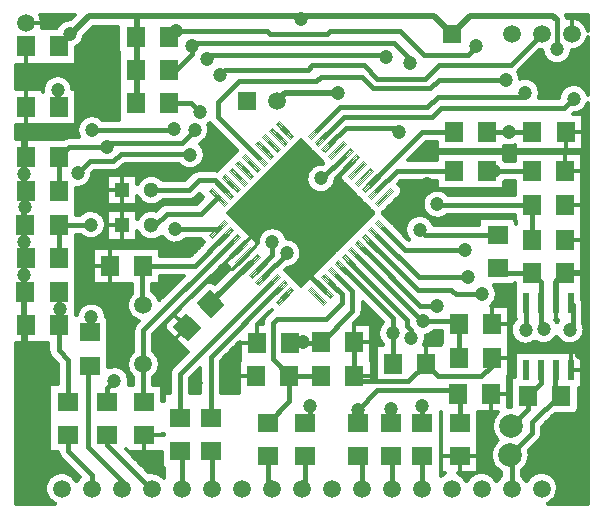
<source format=gtl>
%FSLAX43Y43*%
%MOMM*%
G71*
G01*
G75*
G04 Layer_Physical_Order=1*
%ADD10C,0.300*%
%ADD11C,0.125*%
%ADD12R,1.800X1.600*%
%ADD13R,1.600X1.800*%
%ADD14R,0.600X1.700*%
%ADD15R,0.600X1.700*%
%ADD16C,0.400*%
%ADD17C,0.500*%
%ADD18C,0.254*%
%ADD19C,1.500*%
%ADD20R,1.500X1.500*%
%ADD21R,1.300X1.300*%
%ADD22C,1.300*%
%ADD23C,2.000*%
%ADD24C,1.200*%
D10*
X47847Y39191D02*
G03*
X49200Y40316I-20J1400D01*
G01*
X47953Y33851D02*
G03*
X49200Y34750I47J1249D01*
G01*
Y40865D02*
G03*
X47421Y41930I-1373J-275D01*
G01*
G03*
X47354Y42200I-896J-80D01*
G01*
X45353Y39192D02*
G03*
X47847Y39191I1247J83D01*
G01*
X45102Y39203D02*
G03*
X45353Y39192I186J1388D01*
G01*
X43495Y36808D02*
G03*
X43291Y37392I-1245J-108D01*
G01*
X49200Y35450D02*
G03*
X46752Y35175I-1200J-350D01*
G01*
X45150Y35625D02*
G03*
X43495Y36808I-1250J0D01*
G01*
X45066Y35175D02*
G03*
X45150Y35625I-1166J450D01*
G01*
X42138Y31113D02*
G03*
X43062Y31153I412J1180D01*
G01*
X26734Y29593D02*
G03*
X27849Y28304I-134J-1243D01*
G01*
X37445Y26932D02*
G03*
X37270Y25232I-995J-757D01*
G01*
X36163Y24412D02*
G03*
X34082Y23150I-1188J-387D01*
G01*
X48825Y17655D02*
G03*
X48730Y18045I-850J0D01*
G01*
X48925Y15550D02*
G03*
X48825Y16040I-1250J0D01*
G01*
Y17655D02*
G03*
X48730Y18045I-850J0D01*
G01*
X46715Y16350D02*
G03*
X46582Y16156I960J-800D01*
G01*
X43120Y16481D02*
G03*
X43020Y16387I805J-956D01*
G01*
G03*
X44732Y14570I905J-862D01*
G01*
X46582Y16156D02*
G03*
X46456Y16350I-1107J-581D01*
G01*
X46568Y14969D02*
G03*
X48925Y15550I1107J581D01*
G01*
X44732Y14570D02*
G03*
X46568Y14969I743J1005D01*
G01*
X45101Y6199D02*
G03*
X45350Y6800I-601J601D01*
G01*
X45101Y6199D02*
G03*
X45350Y6800I-601J601D01*
G01*
X45800Y800D02*
G03*
X46680Y2100I-520J1300D01*
G01*
G03*
X44010Y2689I-1400J0D01*
G01*
X44275Y4925D02*
G03*
X44226Y5324I-1650J0D01*
G01*
X43590Y3587D02*
G03*
X44275Y4925I-965J1338D01*
G01*
X44010Y2689D02*
G03*
X43590Y3212I-1270J-589D01*
G01*
X41500Y18550D02*
G03*
X41241Y19312I-1250J0D01*
G01*
X41009Y17557D02*
G03*
X41500Y18550I-759J993D01*
G01*
X29876Y16543D02*
G03*
X30125Y17144I-601J601D01*
G01*
X29876Y16543D02*
G03*
X30125Y17144I-601J601D01*
G01*
X35485Y15043D02*
G03*
X36192Y15425I-210J1232D01*
G01*
X31831Y16161D02*
G03*
X31837Y14333I856J-911D01*
G01*
X35500Y14850D02*
G03*
X35485Y15043I-1250J0D01*
G01*
X24950Y22025D02*
G03*
X23714Y23275I-1250J0D01*
G01*
X23715Y20775D02*
G03*
X24950Y22025I-15J1250D01*
G01*
X42713Y9025D02*
G03*
X42462Y9004I12J-1650D01*
G01*
X41573Y8557D02*
G03*
X41572Y6195I1152J-1182D01*
G01*
G03*
X41890Y3448I1053J-1270D01*
G01*
Y3212D02*
G03*
X41470Y2689I850J-1112D01*
G01*
X35336Y14232D02*
G03*
X35500Y14850I-1086J618D01*
G01*
X39907Y3469D02*
G03*
X39650Y3388I293J-1369D01*
G01*
X41470Y2689D02*
G03*
X39907Y3469I-1270J-589D01*
G01*
X39650Y3388D02*
G03*
X38930Y2689I550J-1288D01*
G01*
X31363Y11275D02*
G03*
X31237Y11266I0J-850D01*
G01*
X31363Y11275D02*
G03*
X31237Y11266I0J-850D01*
G01*
G03*
X30893Y11133I126J-841D01*
G01*
X31237Y11266D02*
G03*
X30893Y11133I126J-841D01*
G01*
X38930Y2689D02*
G03*
X38210Y3388I-1270J-589D01*
G01*
X37110D02*
G03*
X36775Y3185I550J-1288D01*
G01*
X17220Y33057D02*
G03*
X17324Y32930I705J475D01*
G01*
X17220Y33057D02*
G03*
X17324Y32930I705J475D01*
G01*
X17053Y32934D02*
G03*
X17220Y33057I-653J1066D01*
G01*
X17150Y32450D02*
G03*
X17053Y32934I-1250J0D01*
G01*
X17819Y29021D02*
G03*
X17600Y29050I-219J-821D01*
G01*
X17819Y29021D02*
G03*
X17600Y29050I-219J-821D01*
G01*
X16373Y31293D02*
G03*
X17150Y32450I-473J1157D01*
G01*
X16775Y30375D02*
G03*
X16373Y31293I-1250J0D01*
G01*
X14544Y29600D02*
G03*
X16775Y30375I981J775D01*
G01*
X16275Y29050D02*
G03*
X15674Y28801I0J-850D01*
G01*
X16275Y29050D02*
G03*
X15674Y28801I0J-850D01*
G01*
X13242Y28213D02*
G03*
X11058Y27863I-984J-850D01*
G01*
X23714Y23275D02*
G03*
X21251Y22922I-1214J-300D01*
G01*
X15438Y26513D02*
G03*
X16039Y26762I0J850D01*
G01*
X15438Y26513D02*
G03*
X16039Y26762I0J850D01*
G01*
X11058Y26863D02*
G03*
X13242Y26513I1200J500D01*
G01*
X13575Y26225D02*
G03*
X12974Y25976I0J-850D01*
G01*
X13575Y26225D02*
G03*
X12974Y25976I0J-850D01*
G01*
X13164Y23456D02*
G03*
X15139Y23196I1086J619D01*
G01*
X11058Y23888D02*
G03*
X13164Y23456I1200J500D01*
G01*
X12631Y25633D02*
G03*
X11058Y24888I-373J-1245D01*
G01*
X5863Y39460D02*
G03*
X6591Y40449I-513J1140D01*
G01*
X5443Y41847D02*
G03*
X4201Y41093I-93J-1247D01*
G01*
X3025Y41500D02*
G03*
X2837Y42200I-1400J0D01*
G01*
X2965Y41093D02*
G03*
X3025Y41500I-1340J406D01*
G01*
X5569Y35968D02*
G03*
X3081Y35968I-1244J-118D01*
G01*
Y35968D02*
G03*
X3088Y35673I1244J-118D01*
G01*
X9025Y28975D02*
G03*
X9626Y29224I0J850D01*
G01*
X9025Y28975D02*
G03*
X9626Y29224I0J850D01*
G01*
X8142Y33300D02*
G03*
X6128Y31850I-917J-850D01*
G01*
X8395Y24445D02*
G03*
X6228Y25295I-1250J0D01*
G01*
Y23595D02*
G03*
X8395Y24445I917J850D01*
G01*
X5273Y31850D02*
G03*
X4776Y31690I0J-850D01*
G01*
X5273Y31850D02*
G03*
X4776Y31690I0J-850D01*
G01*
X5880Y27556D02*
G03*
X7250Y28800I120J1244D01*
G01*
X22465Y17183D02*
G03*
X22249Y17026I385J-758D01*
G01*
X22465Y17183D02*
G03*
X22249Y17026I385J-758D01*
G01*
X21924Y16701D02*
G03*
X21675Y16100I601J-601D01*
G01*
X21924Y16701D02*
G03*
X21675Y16100I601J-601D01*
G01*
X12912Y18033D02*
G03*
X12343Y18788I-1337J-416D01*
G01*
X10643Y18662D02*
G03*
X11159Y16280I932J-1045D01*
G01*
X10974Y16095D02*
G03*
X10725Y15494I601J-601D01*
G01*
X10974Y16095D02*
G03*
X10725Y15494I601J-601D01*
G01*
X14056Y12389D02*
G03*
X13807Y11787I601J-601D01*
G01*
X14056Y12389D02*
G03*
X13807Y11787I601J-601D01*
G01*
X12975Y12617D02*
G03*
X12425Y13730I-1400J0D01*
G01*
Y11505D02*
G03*
X12975Y12617I-850J1112D01*
G01*
X13325Y3009D02*
G03*
X12044Y3483I-1065J-909D01*
G01*
X10725Y13730D02*
G03*
X10725Y11505I850J-1112D01*
G01*
X8425Y16600D02*
G03*
X8414Y16762I-1250J0D01*
G01*
G03*
X5936Y16762I-1239J-162D01*
G01*
X3538Y13787D02*
G03*
X3787Y13186I850J0D01*
G01*
X10375Y11225D02*
G03*
X8618Y12368I-1250J0D01*
G01*
X10329Y10888D02*
G03*
X10375Y11225I-1204J337D01*
G01*
X3538Y13787D02*
G03*
X3787Y13186I850J0D01*
G01*
X5910Y2689D02*
G03*
X4120Y800I-1270J-589D01*
G01*
X6174Y3074D02*
G03*
X5910Y2689I1006J-974D01*
G01*
X4321Y5212D02*
G03*
X4567Y4681I847J69D01*
G01*
X4321Y5212D02*
G03*
X4567Y4681I847J69D01*
G01*
X17317Y16728D02*
X16257Y17789D01*
X17176Y18708D01*
X18237Y17647D01*
X17317Y16728D01*
Y17082D02*
X16610Y17789D01*
X17176Y18354D01*
X17883Y17647D01*
X17317Y17082D01*
Y17435D02*
X16964Y17789D01*
X17176Y18001D01*
X17529Y17647D01*
X17317Y17435D01*
X17247Y17700D02*
Y17736D01*
X15337Y14748D02*
X14277Y15809D01*
X15196Y16728D01*
X16257Y15667D01*
X15337Y14748D01*
Y15102D02*
X14630Y15809D01*
X15196Y16374D01*
X15903Y15667D01*
X15337Y15102D01*
Y15455D02*
X14984Y15809D01*
X15196Y16021D01*
X15550Y15667D01*
X15337Y15455D01*
X15267Y15720D02*
Y15756D01*
X48970Y41400D02*
X49200D01*
X49034Y41300D02*
X49200D01*
X49100Y41174D02*
Y42200D01*
X49088Y41200D02*
X49200D01*
X49200Y40866D02*
Y42200D01*
X49200Y40865D02*
Y42200D01*
X49096Y40000D02*
X49200D01*
X49045Y39900D02*
X49200D01*
X48323Y41900D02*
X49200D01*
X48533Y41800D02*
X49200D01*
X48681Y41700D02*
X49200D01*
X48797Y41600D02*
X49200D01*
X48892Y41500D02*
X49200D01*
X48982Y39800D02*
X49200D01*
X48907Y39700D02*
X49200D01*
X48816Y39600D02*
X49200D01*
X48705Y39500D02*
X49200D01*
X48563Y39400D02*
X49200D01*
X48369Y39300D02*
X49200D01*
X47988Y39200D02*
X49200D01*
X47838Y39100D02*
X49200D01*
X48350Y36300D02*
X49200D01*
X47819Y39000D02*
X49200D01*
X47792Y38900D02*
X49200D01*
X47756Y38800D02*
X49200D01*
X47710Y38700D02*
X49200D01*
X47652Y38600D02*
X49200D01*
X47581Y38500D02*
X49200D01*
X47493Y38400D02*
X49200D01*
X48600Y41758D02*
Y42200D01*
X48500Y41818D02*
Y42200D01*
X48400Y41868D02*
Y42200D01*
X48300Y41908D02*
Y42200D01*
X49000Y41355D02*
Y42200D01*
X48900Y41490D02*
Y42200D01*
X48800Y41598D02*
Y42200D01*
X48700Y41685D02*
Y42200D01*
X48000Y41980D02*
Y42200D01*
X47900Y41989D02*
Y42200D01*
X47800Y41990D02*
Y42200D01*
X47700Y41985D02*
Y42200D01*
X48200Y41940D02*
Y42200D01*
X48100Y41964D02*
Y42200D01*
X47600Y41972D02*
Y42200D01*
X48300Y36314D02*
Y39273D01*
X48200Y36334D02*
Y39241D01*
X48100Y36346D02*
Y39217D01*
X48000Y36350D02*
Y39201D01*
X48500Y36246D02*
Y39363D01*
X48400Y36284D02*
Y39313D01*
X47900Y36346D02*
Y39192D01*
X47827Y40591D02*
Y41841D01*
X47800Y36334D02*
Y38924D01*
X47500Y41952D02*
Y42200D01*
X47400Y42061D02*
Y42200D01*
X47700Y36313D02*
Y38681D01*
X47600Y36284D02*
Y38525D01*
X47500Y36246D02*
Y38407D01*
X48961Y35900D02*
X49200D01*
X49036Y35800D02*
X49200D01*
X49200Y35451D02*
Y40315D01*
X49097Y35700D02*
X49200D01*
Y35450D02*
Y40316D01*
X49097Y34500D02*
X49200D01*
X49036Y34400D02*
X49200D01*
X48960Y34300D02*
X49200D01*
X48594Y36200D02*
X49200D01*
X48750Y36100D02*
X49200D01*
X48868Y36000D02*
X49200D01*
X48867Y34200D02*
X49200D01*
X48750Y34100D02*
X49200D01*
X48593Y34000D02*
X49200D01*
X48762Y33800D02*
X49200D01*
X48762Y33700D02*
X49200D01*
X48762Y33600D02*
X49200D01*
X48762Y33500D02*
X49200D01*
X48762Y33400D02*
X49200D01*
X48762Y33300D02*
X49200D01*
X48762Y33200D02*
X49200D01*
X48350Y33900D02*
X49200D01*
X48762Y33100D02*
X49200D01*
X48762Y33000D02*
X49200D01*
X48762Y32900D02*
X49200D01*
X48762Y32800D02*
X49200D01*
X48762Y32700D02*
X49200D01*
X48762Y32600D02*
X49200D01*
X49100Y35694D02*
Y40007D01*
X49000Y35850D02*
Y39826D01*
X48900Y35968D02*
Y39691D01*
X48800Y36061D02*
Y39584D01*
X48762Y32500D02*
X49200D01*
X48762Y32400D02*
X49200D01*
X48762Y30732D02*
Y33832D01*
Y32300D02*
X49200D01*
X48700Y36136D02*
Y39496D01*
Y33832D02*
Y34064D01*
X48600Y36197D02*
Y39423D01*
Y33832D02*
Y34003D01*
X47934Y33832D02*
X48762D01*
Y32200D02*
X49200D01*
X48500Y33832D02*
Y33954D01*
X48762Y32100D02*
X49200D01*
X48762Y32000D02*
X49200D01*
X48762Y31900D02*
X49200D01*
X48762Y31800D02*
X49200D01*
X48762Y31700D02*
X49200D01*
X48762Y31600D02*
X49200D01*
X48762Y31500D02*
X49200D01*
X48762Y31400D02*
X49200D01*
X48762Y31300D02*
X49200D01*
X48762Y31200D02*
X49200D01*
X48762Y31100D02*
X49200D01*
X48762Y31000D02*
X49200D01*
X48762Y30900D02*
X49200D01*
X48762Y30800D02*
X49200D01*
X47354Y42200D02*
X49200D01*
X47354Y42200D02*
X49200D01*
X47390Y42100D02*
X49200D01*
X47412Y42000D02*
X49200D01*
X47382Y38300D02*
X49200D01*
X47400Y36196D02*
Y38314D01*
X47238Y38200D02*
X49200D01*
X47026Y38100D02*
X49200D01*
X43999D02*
X46174D01*
X43899Y38000D02*
X49200D01*
X43799Y37900D02*
X49200D01*
X43699Y37800D02*
X49200D01*
X43599Y37700D02*
X49200D01*
X43499Y37600D02*
X49200D01*
X44327Y36800D02*
X49200D01*
X44538Y36700D02*
X49200D01*
X44682Y36600D02*
X49200D01*
X44793Y36500D02*
X49200D01*
X44881Y36400D02*
X49200D01*
X44952Y36300D02*
X47650D01*
X43399Y37500D02*
X49200D01*
X43299Y37400D02*
X49200D01*
X43347Y37300D02*
X49200D01*
X43396Y37200D02*
X49200D01*
X43434Y37100D02*
X49200D01*
X43464Y37000D02*
X49200D01*
X43484Y36900D02*
X49200D01*
X44999Y39100D02*
X45362D01*
X44899Y39000D02*
X45381D01*
X44799Y38900D02*
X45408D01*
X44900Y36375D02*
Y39001D01*
X44699Y38800D02*
X45444D01*
X44800Y36493D02*
Y38901D01*
X44700Y36586D02*
Y38801D01*
X44499Y38600D02*
X45548D01*
X44399Y38500D02*
X45619D01*
X43298Y37399D02*
X45102Y39203D01*
X44599Y38700D02*
X45490D01*
X44600Y36661D02*
Y38701D01*
X44500Y36722D02*
Y38601D01*
X44400Y36771D02*
Y38501D01*
X44199Y38300D02*
X45818D01*
X44099Y38200D02*
X45962D01*
X44299Y38400D02*
X45707D01*
X44200Y36839D02*
Y38301D01*
X44300Y36809D02*
Y38401D01*
X44100Y36859D02*
Y38201D01*
X44000Y36871D02*
Y38101D01*
X43900Y36875D02*
Y38001D01*
X43800Y36871D02*
Y37901D01*
X43700Y36859D02*
Y37801D01*
X43400Y37190D02*
Y37501D01*
X43600Y36838D02*
Y37701D01*
X43500Y36809D02*
Y37601D01*
X47300Y36136D02*
Y38239D01*
X47200Y36060D02*
Y38178D01*
X47100Y35967D02*
Y38129D01*
X47000Y35850D02*
Y38091D01*
X46900Y35693D02*
Y38061D01*
X46800Y35449D02*
Y38041D01*
X46700Y35175D02*
Y38029D01*
X46600Y35175D02*
Y38025D01*
X45010Y36200D02*
X47406D01*
X46500Y35175D02*
Y38029D01*
X46400Y35175D02*
Y38041D01*
X46300Y35175D02*
Y38062D01*
X46200Y35175D02*
Y38091D01*
X46100Y35175D02*
Y38129D01*
X45056Y36100D02*
X47250D01*
X45138Y35800D02*
X46964D01*
X45148Y35700D02*
X46903D01*
X45150Y35600D02*
X46854D01*
X47312Y32282D02*
X48612D01*
X47312Y30882D02*
Y32282D01*
X45144Y35500D02*
X46816D01*
X45092Y36000D02*
X47132D01*
X45119Y35900D02*
X47039D01*
X45130Y35400D02*
X46786D01*
X45107Y35300D02*
X46766D01*
X45075Y35200D02*
X46754D01*
X34771Y30700D02*
X49200D01*
X45066Y35175D02*
X46752D01*
X46000D02*
Y38179D01*
X45900Y35175D02*
Y38239D01*
X45700Y35175D02*
Y38408D01*
X45800Y35175D02*
Y38315D01*
X45500Y35175D02*
Y38682D01*
X45600Y35175D02*
Y38525D01*
X45300Y35175D02*
Y39191D01*
X45400Y35175D02*
Y38926D01*
X45200Y35175D02*
Y39193D01*
X45100Y35976D02*
Y39201D01*
X45000Y36219D02*
Y39101D01*
X43062Y30732D02*
Y31153D01*
X43000Y29843D02*
Y31127D01*
X42921Y31100D02*
X43062D01*
X42900Y29843D02*
Y31093D01*
X42800Y29843D02*
Y31069D01*
X42700Y29843D02*
Y31052D01*
X42600Y29843D02*
Y31044D01*
X42500Y29843D02*
Y31044D01*
X42138Y31000D02*
X43062D01*
X42138Y30900D02*
X43062D01*
X42138Y30743D02*
Y31113D01*
Y30800D02*
X43062D01*
X42400Y29843D02*
Y31052D01*
X42300Y29843D02*
Y31069D01*
X42200Y29843D02*
Y31093D01*
X48712Y30500D02*
X49200D01*
X48712Y30400D02*
X49200D01*
X48700Y30532D02*
Y30732D01*
X48712Y30300D02*
X49200D01*
X48712Y30200D02*
X49200D01*
X48712Y30100D02*
X49200D01*
X48712Y30000D02*
X49200D01*
X48712Y29900D02*
X49200D01*
X45862Y30732D02*
X48762D01*
X48712Y29800D02*
X49200D01*
X48600Y30532D02*
Y30732D01*
X45912Y30532D02*
X48712D01*
Y29700D02*
X49200D01*
X48712Y29600D02*
X49200D01*
X48712Y29500D02*
X49200D01*
X48712Y29400D02*
X49200D01*
X48712Y29300D02*
X49200D01*
X48712Y29200D02*
X49200D01*
X48712Y29100D02*
X49200D01*
X48712Y29000D02*
X49200D01*
X48712Y28900D02*
X49200D01*
X48712Y28800D02*
X49200D01*
X48712Y28700D02*
X49200D01*
X48712Y28600D02*
X49200D01*
X48712Y28500D02*
X49200D01*
X48712Y28400D02*
X49200D01*
X48712Y28300D02*
X49200D01*
X48712Y28200D02*
X49200D01*
X48712Y28100D02*
X49200D01*
X48712Y28000D02*
X49200D01*
X48500Y30532D02*
Y30732D01*
X48400Y30532D02*
Y30732D01*
X48300Y30532D02*
Y30732D01*
X48200Y30532D02*
Y30732D01*
X48100Y30532D02*
Y30732D01*
X48000Y30532D02*
Y30732D01*
X47900Y30532D02*
Y30732D01*
X47800Y30532D02*
Y30732D01*
X47700Y30532D02*
Y30732D01*
X47600Y30532D02*
Y30732D01*
X47500Y30532D02*
Y30732D01*
X47400Y30532D02*
Y30732D01*
X47300Y30532D02*
Y30732D01*
X47200Y30532D02*
Y30732D01*
X47100Y30532D02*
Y30732D01*
X47000Y30532D02*
Y30732D01*
X46900Y30532D02*
Y30732D01*
X46800Y30532D02*
Y30732D01*
X46700Y30532D02*
Y30732D01*
X47262Y28982D02*
Y30382D01*
Y28982D02*
X48562D01*
X46600Y30532D02*
Y30732D01*
X46500Y30532D02*
Y30732D01*
X46400Y30532D02*
Y30732D01*
X46300Y30532D02*
Y30732D01*
X46200Y30532D02*
Y30732D01*
X46100Y30532D02*
Y30732D01*
X46000Y30532D02*
Y30732D01*
X45900Y30532D02*
Y30732D01*
X48737Y27600D02*
X49200D01*
X48737Y27500D02*
X49200D01*
X48737Y27400D02*
X49200D01*
X48737Y27300D02*
X49200D01*
X48737Y27200D02*
X49200D01*
X48737Y27100D02*
X49200D01*
X48737Y27000D02*
X49200D01*
X48737Y26900D02*
X49200D01*
X48712Y27900D02*
X49200D01*
X48712Y27800D02*
X49200D01*
X48712Y27700D02*
X49200D01*
X48737Y26800D02*
X49200D01*
X48737Y26700D02*
X49200D01*
X48737Y26600D02*
X49200D01*
X48737Y26500D02*
X49200D01*
X48737Y26400D02*
X49200D01*
X48737Y26300D02*
X49200D01*
X48737Y26200D02*
X49200D01*
X48737Y26100D02*
X49200D01*
X48737Y26000D02*
X49200D01*
X48737Y25900D02*
X49200D01*
X48737Y25800D02*
X49200D01*
X48737Y25700D02*
X49200D01*
X48737Y25600D02*
X49200D01*
X48737Y25500D02*
X49200D01*
X48737Y25400D02*
X49200D01*
X48737Y25300D02*
X49200D01*
X48737Y25200D02*
X49200D01*
X48737Y25100D02*
X49200D01*
X48737Y25000D02*
X49200D01*
X48737Y24900D02*
X49200D01*
X48737Y24732D02*
Y27632D01*
Y24800D02*
X49200D01*
X48737Y24700D02*
X49200D01*
X48737Y24600D02*
X49200D01*
X48737Y24532D02*
Y24732D01*
Y24532D02*
Y24732D01*
X48712Y27632D02*
Y30532D01*
X48737Y24500D02*
X49200D01*
X48712Y27432D02*
Y27632D01*
X47287Y26082D02*
X48587D01*
X48737Y24400D02*
X49200D01*
X48737Y24300D02*
X49200D01*
X48737Y24200D02*
X49200D01*
X48737Y24100D02*
X49200D01*
X48737Y24000D02*
X49200D01*
X48737Y23900D02*
X49200D01*
X48737Y23800D02*
X49200D01*
X48737Y23700D02*
X49200D01*
X48737Y23600D02*
X49200D01*
X48737Y23500D02*
X49200D01*
X48737Y23400D02*
X49200D01*
X48737Y23300D02*
X49200D01*
X48737Y23200D02*
X49200D01*
X47287Y23182D02*
X48587D01*
X48737Y23100D02*
X49200D01*
X48737Y23000D02*
X49200D01*
X48737Y22900D02*
X49200D01*
X45800Y30532D02*
Y30732D01*
X45700Y30532D02*
Y30732D01*
X45600Y30532D02*
Y30732D01*
X45500Y30532D02*
Y30732D01*
X45400Y30532D02*
Y30732D01*
X45300Y30532D02*
Y30732D01*
X45200Y30532D02*
Y30732D01*
X45100Y30532D02*
Y30732D01*
X43062D02*
X45862D01*
X45000Y30532D02*
Y30732D01*
X44900Y30532D02*
Y30732D01*
X44800Y30532D02*
Y30732D01*
X44700Y30532D02*
Y30732D01*
X44600Y30532D02*
Y30732D01*
X44500Y30532D02*
Y30732D01*
X44400Y30532D02*
Y30732D01*
X44300Y30532D02*
Y30732D01*
X44200Y30532D02*
Y30732D01*
X44100Y30532D02*
Y30732D01*
X44000Y30532D02*
Y30732D01*
X43900Y30532D02*
Y30732D01*
X43800Y30532D02*
Y30732D01*
X43700Y30532D02*
Y30732D01*
X43600Y30532D02*
Y30732D01*
X34671Y30600D02*
X49200D01*
X43500Y30532D02*
Y30732D01*
X43400Y30532D02*
Y30732D01*
X43300Y30532D02*
Y30732D01*
X43012Y30532D02*
X45912D01*
X43200D02*
Y30732D01*
X43100Y30532D02*
Y30732D01*
X42100Y30543D02*
Y30743D01*
X42000Y30543D02*
Y30743D01*
X41900Y30543D02*
Y30743D01*
X41800Y30543D02*
Y30743D01*
X43012Y29843D02*
Y30532D01*
X41700Y30543D02*
Y30743D01*
X41600Y30543D02*
Y30743D01*
X39338D02*
X42138D01*
X41500Y30543D02*
Y30743D01*
X41400Y30543D02*
Y30743D01*
X41300Y30543D02*
Y30743D01*
X41200Y30543D02*
Y30743D01*
X39338Y30543D02*
X42138D01*
X41100D02*
Y30743D01*
X42138Y30500D02*
X43012D01*
X42138Y30400D02*
X43012D01*
X42138Y30300D02*
X43012D01*
X42138Y30200D02*
X43012D01*
X42167Y29843D02*
X43012D01*
X42202Y28143D02*
X43012D01*
X42138Y29873D02*
Y30543D01*
Y30100D02*
X43012D01*
X42138Y30000D02*
X43012D01*
X42138Y29900D02*
X43012D01*
X42138Y28000D02*
X43012D01*
X42138Y27900D02*
X43012D01*
X42138Y27800D02*
X43012D01*
X42138Y27700D02*
X43012D01*
Y27432D02*
Y28143D01*
X43037Y27432D02*
Y27632D01*
X43000Y26932D02*
Y28143D01*
X43037Y26932D02*
Y27432D01*
X42900Y26932D02*
Y28143D01*
X42800Y26932D02*
Y28143D01*
X42700Y26932D02*
Y28143D01*
X42600Y26932D02*
Y28143D01*
X42138Y27600D02*
X43012D01*
X42138Y27500D02*
X43012D01*
X36699Y27400D02*
X43037D01*
X36995Y27300D02*
X43037D01*
X37166Y27200D02*
X43037D01*
X37291Y27100D02*
X43037D01*
X42500Y26932D02*
Y28143D01*
X43037Y25012D02*
Y25232D01*
X43000Y25012D02*
Y25232D01*
X42900Y25012D02*
Y25232D01*
X42800Y25012D02*
Y25232D01*
X43037Y24732D02*
Y25012D01*
X43118Y24532D02*
Y24732D01*
X42700Y25012D02*
Y25232D01*
X37389Y27000D02*
X43037D01*
X37445Y26932D02*
X43037D01*
X37232Y25200D02*
X43037D01*
X37270Y25232D02*
X43037D01*
X37088Y25100D02*
X43037D01*
X40018Y25012D02*
X43037D01*
X42600D02*
Y25232D01*
X42400Y26932D02*
Y28143D01*
X42300Y26932D02*
Y28143D01*
X42138Y27443D02*
Y28077D01*
X42100Y26932D02*
Y27443D01*
X42000Y26932D02*
Y27443D01*
X41900Y26932D02*
Y27443D01*
X41800Y26932D02*
Y27443D01*
X41700Y26932D02*
Y27443D01*
X39338D02*
X42138D01*
X41600Y26932D02*
Y27443D01*
X41500Y26932D02*
Y27443D01*
X41400Y26932D02*
Y27443D01*
X41300Y26932D02*
Y27443D01*
X41200Y26932D02*
Y27443D01*
X41100Y26932D02*
Y27443D01*
X42500Y25012D02*
Y25232D01*
X42400Y25012D02*
Y25232D01*
X42300Y25012D02*
Y25232D01*
X42200Y25012D02*
Y25232D01*
X42100Y25012D02*
Y25232D01*
X42000Y25012D02*
Y25232D01*
X41900Y25012D02*
Y25232D01*
X41800Y25012D02*
Y25232D01*
X41700Y25012D02*
Y25232D01*
X41600Y25012D02*
Y25232D01*
X41500Y25012D02*
Y25232D01*
X41400Y25012D02*
Y25232D01*
X41300Y25012D02*
Y25232D01*
X41200Y25012D02*
Y25232D01*
X41000Y30543D02*
Y30743D01*
X40900Y30543D02*
Y30743D01*
X40800Y30543D02*
Y30743D01*
X40700Y30543D02*
Y30743D01*
X40600Y30543D02*
Y30743D01*
X40500Y30543D02*
Y30743D01*
X40400Y30543D02*
Y30743D01*
X40300Y30543D02*
Y30743D01*
X40200Y30543D02*
Y30743D01*
X40100Y30543D02*
Y30743D01*
X40000Y30543D02*
Y30743D01*
X39900Y30543D02*
Y30743D01*
X39800Y30543D02*
Y30743D01*
X39700Y30543D02*
Y30743D01*
X39600Y30543D02*
Y30743D01*
X39500Y30543D02*
Y30743D01*
X39400Y30543D02*
Y30743D01*
X39200Y30543D02*
Y30743D01*
X39100Y30543D02*
Y30743D01*
X39000Y30543D02*
Y30743D01*
X38900Y30543D02*
Y30743D01*
X38800Y30543D02*
Y30743D01*
X38700Y30543D02*
Y30743D01*
X36438D02*
X39238D01*
X38600Y30543D02*
Y30743D01*
X38500Y30543D02*
Y30743D01*
X38400Y30543D02*
Y30743D01*
X38300Y30543D02*
Y30743D01*
X36438Y30543D02*
X39238D01*
X38200D02*
Y30743D01*
X38100Y30543D02*
Y30743D01*
X38000Y30543D02*
Y30743D01*
X35515Y31443D02*
X36438D01*
Y30743D02*
Y31443D01*
X37900Y30543D02*
Y30743D01*
X37800Y30543D02*
Y30743D01*
X37700Y30543D02*
Y30743D01*
X37600Y30543D02*
Y30743D01*
X35471Y31400D02*
X36438D01*
X35371Y31300D02*
X36438D01*
X35271Y31200D02*
X36438D01*
X35171Y31100D02*
X36438D01*
X35071Y31000D02*
X36438D01*
X34971Y30900D02*
X36438D01*
X34871Y30800D02*
X36438D01*
X37500Y30543D02*
Y30743D01*
X37400Y30543D02*
Y30743D01*
X37300Y30543D02*
Y30743D01*
X37200Y30543D02*
Y30743D01*
X37100Y30543D02*
Y30743D01*
X37000Y30543D02*
Y30743D01*
X36900Y30543D02*
Y30743D01*
X36800Y30543D02*
Y30743D01*
X36700Y30543D02*
Y30743D01*
X36600Y30543D02*
Y30743D01*
X36500Y30543D02*
Y30743D01*
X34571Y30500D02*
X36438D01*
X34471Y30400D02*
X36438D01*
X34371Y30300D02*
X36438D01*
X36400Y29875D02*
Y31443D01*
X36438Y29875D02*
Y30543D01*
X36300Y29875D02*
Y31443D01*
X36200Y29875D02*
Y31443D01*
X36438Y27443D02*
Y28175D01*
X36400Y27424D02*
Y28175D01*
X36300Y27416D02*
Y28175D01*
X36200Y27400D02*
Y28175D01*
X36100Y29875D02*
Y31443D01*
X34271Y30200D02*
X36438D01*
X36000Y29875D02*
Y31443D01*
X35900Y29875D02*
Y31443D01*
X35800Y29875D02*
Y31443D01*
X36100Y27375D02*
Y28175D01*
X35700Y29875D02*
Y31443D01*
X41000Y26932D02*
Y27443D01*
X40900Y26932D02*
Y27443D01*
X40800Y26932D02*
Y27443D01*
X40700Y26932D02*
Y27443D01*
X40600Y26932D02*
Y27443D01*
X40500Y26932D02*
Y27443D01*
X40400Y26932D02*
Y27443D01*
X36000Y27341D02*
Y28175D01*
X40300Y26932D02*
Y27443D01*
X35900Y27297D02*
Y28175D01*
X35800Y27243D02*
Y28175D01*
X40200Y26932D02*
Y27443D01*
X40100Y26932D02*
Y27443D01*
X40000Y26932D02*
Y27443D01*
X35600Y29875D02*
Y31443D01*
X35500Y29875D02*
Y31429D01*
X35400Y29875D02*
Y31329D01*
X35300Y29875D02*
Y31229D01*
X35200Y29875D02*
Y31129D01*
X35700Y27175D02*
Y28175D01*
X35100Y29875D02*
Y31029D01*
X35000Y29875D02*
Y30929D01*
X34900Y29875D02*
Y30829D01*
X34800Y29875D02*
Y30729D01*
X34700Y29875D02*
Y30629D01*
X34600Y29875D02*
Y30529D01*
X34500Y29875D02*
Y30429D01*
X34400Y29875D02*
Y30329D01*
X34300Y29875D02*
Y30229D01*
X35600Y27091D02*
Y28175D01*
X35500Y26987D02*
Y28175D01*
X35400Y26853D02*
Y28175D01*
X35300Y26665D02*
Y28175D01*
X35200Y25255D02*
Y28175D01*
X35100Y25269D02*
Y28175D01*
X35000Y25275D02*
Y28175D01*
X34900Y25273D02*
Y28175D01*
X34800Y25263D02*
Y28175D01*
X34700Y25244D02*
Y28175D01*
X34600Y25217D02*
Y28175D01*
X34500Y25181D02*
Y28175D01*
X34400Y25135D02*
Y28175D01*
X34300Y25077D02*
Y28175D01*
X26208Y30269D02*
X26350Y30127D01*
X34200Y29875D02*
Y30129D01*
X26208Y30269D02*
X26350Y30127D01*
X26208Y30269D02*
X26350Y30127D01*
X33946Y29875D02*
X35515Y31443D01*
X26350Y30127D02*
X26809Y29668D01*
X26100Y29496D02*
Y30377D01*
X26200Y29534D02*
Y30277D01*
X25784Y30693D02*
X26208Y30269D01*
X25784Y30693D02*
X26208Y30269D01*
X23823Y30500D02*
X25977D01*
X23723Y30400D02*
X26077D01*
X23623Y30300D02*
X26177D01*
X23523Y30200D02*
X26277D01*
X26000Y29446D02*
Y30477D01*
X34171Y30100D02*
X36438D01*
X34071Y30000D02*
X36438D01*
X34100Y29875D02*
Y30029D01*
X33971Y29900D02*
X36438D01*
X33946Y29875D02*
X36438D01*
X26734Y29593D02*
X26809Y29668D01*
X26600Y29600D02*
Y29877D01*
X26700Y29596D02*
Y29777D01*
X26350Y30127D02*
X26809Y29668D01*
X26618Y29600D02*
X26741D01*
X23423Y30100D02*
X26377D01*
X23323Y30000D02*
X26477D01*
X26400Y29584D02*
Y30077D01*
X26500Y29596D02*
Y29977D01*
X26300Y29563D02*
Y30177D01*
X24900Y31577D02*
X25077Y31400D01*
X24723Y31400D02*
X25077D01*
X24723Y31400D02*
X24900Y31577D01*
X24823Y31500D02*
X24977D01*
X25077Y31400D02*
X25642Y30834D01*
X25784Y30693D01*
X25077Y31400D02*
X25642Y30834D01*
X25600Y29100D02*
Y30877D01*
X24423Y31100D02*
X25377D01*
X24323Y31000D02*
X25477D01*
X24623Y31300D02*
X25177D01*
X24523Y31200D02*
X25277D01*
X24158Y30834D02*
X24723Y31400D01*
X24223Y30900D02*
X25577D01*
X23592Y30269D02*
X24723Y31400D01*
X25642Y30834D02*
X25784Y30693D01*
X25642Y30834D02*
X25784Y30693D01*
X24123Y30800D02*
X25677D01*
X24016Y30693D02*
X24158Y30834D01*
X25800Y29310D02*
Y30677D01*
X25900Y29385D02*
Y30577D01*
X25700Y29217D02*
Y30777D01*
X24023Y30700D02*
X25777D01*
X23923Y30600D02*
X25877D01*
X24016Y30693D02*
X24158Y30834D01*
X23592Y30269D02*
X24016Y30693D01*
X23450Y30127D02*
X23592Y30269D01*
X23450Y30127D02*
X23592Y30269D01*
X23450Y30127D02*
X23592Y30269D01*
X34200Y25006D02*
Y28175D01*
X33700Y27302D02*
Y28175D01*
X33600Y27402D02*
Y28175D01*
X33500Y27502D02*
Y28175D01*
X34100Y24918D02*
Y28175D01*
X34000Y24807D02*
Y28175D01*
X33900Y24663D02*
Y28175D01*
X33800Y24451D02*
Y28175D01*
X33378D02*
X36438D01*
X33302Y28100D02*
X36438D01*
X33102Y27900D02*
X33378Y28175D01*
X33202Y28000D02*
X36438D01*
X33400Y27602D02*
Y28175D01*
X33300Y27702D02*
Y28097D01*
X33200Y27802D02*
Y27997D01*
X33102Y27900D02*
X36438D01*
X33202Y27800D02*
X36438D01*
X33302Y27700D02*
X36438D01*
X33402Y27600D02*
X36438D01*
X33138Y27865D02*
X33703Y27299D01*
X28900Y23273D02*
Y27577D01*
X28800Y23173D02*
Y27677D01*
X27668Y27700D02*
X28777D01*
X27600Y27600D02*
X28877D01*
X28471Y28006D02*
X28612Y27865D01*
X27723Y27800D02*
X28677D01*
X28471Y28006D02*
X29037Y27440D01*
X28471Y28006D02*
X29037Y27440D01*
X28700Y23073D02*
Y27777D01*
X25400Y28699D02*
Y31077D01*
X25500Y28943D02*
Y30977D01*
X24200Y23171D02*
Y30877D01*
X24100Y23209D02*
Y30777D01*
X24600Y22892D02*
Y31277D01*
X24500Y22985D02*
Y31177D01*
X24400Y23061D02*
Y31077D01*
X24300Y23122D02*
Y30977D01*
X23900Y23259D02*
Y30577D01*
X23600Y23569D02*
Y30277D01*
X23500Y23725D02*
Y30177D01*
X23400Y23843D02*
Y30077D01*
X24000Y23238D02*
Y30677D01*
X23800Y23271D02*
Y30477D01*
X23700Y23325D02*
Y30377D01*
X28011Y28466D02*
X28471Y28006D01*
X27849Y28300D02*
X28177D01*
X27849Y28304D02*
X28011Y28466D01*
X27946Y28400D02*
X28077D01*
X28047Y28430D02*
X28471Y28006D01*
X28600Y22973D02*
Y27877D01*
X28500Y22873D02*
Y27977D01*
X27800Y28000D02*
X28477D01*
X27766Y27900D02*
X28577D01*
X27841Y28200D02*
X28277D01*
X27825Y28100D02*
X28377D01*
X23300Y23936D02*
Y29977D01*
X23200Y24011D02*
Y29877D01*
X39900Y26932D02*
Y27443D01*
X39800Y26932D02*
Y27443D01*
X39700Y26932D02*
Y27443D01*
X39600Y26932D02*
Y27443D01*
X39500Y26932D02*
Y27443D01*
X39400Y26932D02*
Y27443D01*
X39200Y26932D02*
Y27443D01*
X39100Y26932D02*
Y27443D01*
X36438D02*
X39238D01*
X39000Y26932D02*
Y27443D01*
X38900Y26932D02*
Y27443D01*
X38800Y26932D02*
Y27443D01*
X38700Y26932D02*
Y27443D01*
X38600Y26932D02*
Y27443D01*
X38500Y26932D02*
Y27443D01*
X41100Y25012D02*
Y25232D01*
X41000Y25012D02*
Y25232D01*
X40900Y25012D02*
Y25232D01*
X40800Y25012D02*
Y25232D01*
X40700Y25012D02*
Y25232D01*
X40600Y25012D02*
Y25232D01*
X40500Y25012D02*
Y25232D01*
X40400Y25012D02*
Y25232D01*
X38400Y26932D02*
Y27443D01*
X40300Y25012D02*
Y25232D01*
X38300Y26932D02*
Y27443D01*
X38200Y26932D02*
Y27443D01*
X40200Y25012D02*
Y25232D01*
X40100Y25012D02*
Y25232D01*
X36876Y25000D02*
X40018D01*
X38100Y26932D02*
Y27443D01*
X38000Y26932D02*
Y27443D01*
X37900Y26932D02*
Y27443D01*
X37800Y26932D02*
Y27443D01*
X37700Y26932D02*
Y27443D01*
X37600Y26932D02*
Y27443D01*
X37500Y26932D02*
Y27443D01*
X37400Y26988D02*
Y27443D01*
X37100Y27243D02*
Y27443D01*
X37000Y27298D02*
Y27443D01*
X36900Y27341D02*
Y27443D01*
X33502Y27500D02*
X36438D01*
X37300Y27092D02*
Y27443D01*
X37200Y27175D02*
Y27443D01*
X33500Y27095D02*
Y27502D01*
X35600Y25108D02*
Y25259D01*
X35613Y25100D02*
X35812D01*
X35400Y25201D02*
Y25497D01*
X35500Y25159D02*
Y25363D01*
X35800Y24964D02*
Y25107D01*
X35757Y25000D02*
X36024D01*
X35700Y25043D02*
Y25175D01*
X33602Y27400D02*
X36201D01*
X33702Y27300D02*
X35905D01*
X33600Y27195D02*
Y27402D01*
X33605Y27200D02*
X35734D01*
X35402Y25200D02*
X35668D01*
X35300Y25232D02*
Y25685D01*
X40000Y24412D02*
Y25232D01*
X39900Y24412D02*
Y25232D01*
X39800Y24412D02*
Y25232D01*
X39700Y24412D02*
Y25232D01*
X39600Y24412D02*
Y25232D01*
X39500Y24412D02*
Y25232D01*
X39400Y24412D02*
Y25232D01*
X39300Y24412D02*
Y25232D01*
X39200Y24412D02*
Y25232D01*
X39100Y24412D02*
Y25232D01*
X39000Y24412D02*
Y25232D01*
X38900Y24412D02*
Y25232D01*
X38800Y24412D02*
Y25232D01*
X38700Y24412D02*
Y25232D01*
X38600Y24412D02*
Y25232D01*
X38500Y24412D02*
Y25232D01*
X40018Y24412D02*
Y25012D01*
X38400Y24412D02*
Y25232D01*
X38300Y24412D02*
Y25232D01*
X38200Y24412D02*
Y25232D01*
X38100Y24412D02*
Y25232D01*
X38000Y24412D02*
Y25232D01*
X35868Y24900D02*
X40018D01*
X35956Y24800D02*
X40018D01*
X36027Y24700D02*
X40018D01*
X36085Y24600D02*
X40018D01*
X36131Y24500D02*
X40018D01*
X36163Y24412D02*
X40018D01*
X37900D02*
Y25232D01*
X37800Y24412D02*
Y25232D01*
X37700Y24412D02*
Y25232D01*
X37600Y24412D02*
Y25232D01*
X37500Y24412D02*
Y25232D01*
X37400Y24412D02*
Y25232D01*
X37300Y24412D02*
Y25232D01*
X37200Y24412D02*
Y25175D01*
X37100Y24412D02*
Y25107D01*
X37000Y24412D02*
Y25052D01*
X36900Y24412D02*
Y25009D01*
X35900Y24866D02*
Y25053D01*
X36800Y24412D02*
Y24975D01*
X33700Y23555D02*
Y27295D01*
X33600Y23655D02*
Y27195D01*
X36700Y24412D02*
Y24950D01*
X36600Y24412D02*
Y24934D01*
X36100Y24570D02*
Y24975D01*
X36500Y24412D02*
Y24926D01*
X36400Y24412D02*
Y24926D01*
X36300Y24412D02*
Y24934D01*
X36200Y24412D02*
Y24950D01*
X36000Y24741D02*
Y25009D01*
X33655Y23600D02*
X33800D01*
X33800Y23384D02*
Y23599D01*
X33684Y23500D02*
X33841D01*
X33668Y23516D02*
X34034Y23150D01*
X33784Y23400D02*
X33893D01*
X33900Y23284D02*
Y23387D01*
X33505Y27100D02*
X35609D01*
X33405Y27000D02*
X35511D01*
X33305Y26900D02*
X35432D01*
X33205Y26800D02*
X35367D01*
X33105Y26700D02*
X35316D01*
X33005Y26600D02*
X35274D01*
X32905Y26500D02*
X35243D01*
X32805Y26400D02*
X35220D01*
X32705Y26300D02*
X35206D01*
X32605Y26200D02*
X35200D01*
X32505Y26100D02*
X35202D01*
X32405Y26000D02*
X35212D01*
X31830Y25425D02*
X33703Y27299D01*
X32500Y24755D02*
Y26095D01*
X32400Y24855D02*
Y25995D01*
X32305Y25900D02*
X35231D01*
X32205Y25800D02*
X35258D01*
X32200Y25055D02*
Y25795D01*
X32255Y25000D02*
X34193D01*
X32355Y24900D02*
X34082D01*
X32455Y24800D02*
X33994D01*
X32300Y24955D02*
Y25895D01*
X31905Y25500D02*
X35398D01*
X31855Y25400D02*
X35469D01*
X32105Y25700D02*
X35294D01*
X32005Y25600D02*
X35340D01*
X31955Y25300D02*
X35557D01*
X32055Y25200D02*
X34548D01*
X32155Y25100D02*
X34337D01*
X29602Y26875D02*
X29744Y26733D01*
X29602Y26875D02*
X29744Y26733D01*
X29178Y27299D02*
X29602Y26875D01*
X29178Y27299D02*
X29602Y26875D01*
X29744Y26733D02*
X30168Y26309D01*
X30309Y26167D01*
X29602Y26875D02*
X29744Y26733D01*
X30168Y26309D01*
X29037Y27440D02*
X29178Y27299D01*
X29037Y27440D02*
X29178Y27299D01*
X27517Y27500D02*
X28977D01*
X27412Y27400D02*
X29077D01*
X29037Y27440D02*
X29178Y27299D01*
X27090Y27200D02*
X29277D01*
X27278Y27300D02*
X29177D01*
X32000Y25255D02*
Y25595D01*
X31900Y25355D02*
Y25495D01*
X30875Y25602D02*
X31052Y25425D01*
X31000Y25373D02*
Y25477D01*
X32100Y25155D02*
Y25695D01*
X30900Y25273D02*
Y25577D01*
X30800Y25173D02*
Y25677D01*
X30309Y26167D02*
X30875Y25602D01*
X30309Y26167D02*
X30875Y25602D01*
X30168Y26309D02*
X30309Y26167D01*
X30168Y26309D02*
X30309Y26167D01*
X30600Y24973D02*
Y25877D01*
X30700Y25073D02*
Y25777D01*
X30500Y24873D02*
Y25977D01*
X33100Y24155D02*
Y26695D01*
X33000Y24255D02*
Y26595D01*
X32900Y24355D02*
Y26495D01*
X32800Y24455D02*
Y26395D01*
X33500Y23755D02*
Y27095D01*
X33400Y23855D02*
Y26995D01*
X33300Y23955D02*
Y26895D01*
X33200Y24055D02*
Y26795D01*
X30309Y24683D02*
X31052Y25425D01*
X30309Y24683D02*
X30875Y25248D01*
X30300Y24673D02*
Y26177D01*
X30400Y24773D02*
Y26077D01*
X32700Y24555D02*
Y26295D01*
X31830Y25425D02*
X33703Y23551D01*
X32600Y24655D02*
Y26195D01*
X32955Y24300D02*
X33756D01*
X33055Y24200D02*
X33737D01*
X33155Y24100D02*
X33727D01*
X33255Y24000D02*
X33725D01*
X33355Y23900D02*
X33731D01*
X33555Y23700D02*
X33768D01*
X33455Y23800D02*
X33745D01*
X32555Y24700D02*
X33923D01*
X32655Y24600D02*
X33865D01*
X30168Y24541D02*
X30309Y24683D01*
X32755Y24500D02*
X33819D01*
X30168Y24541D02*
X30309Y24683D01*
X32855Y24400D02*
X33783D01*
X29037Y23410D02*
X30309Y24683D01*
X30100Y24473D02*
Y26377D01*
X30200Y24573D02*
Y26277D01*
X29900Y24273D02*
Y26577D01*
X30000Y24373D02*
Y26477D01*
X29700Y24073D02*
Y26777D01*
X29800Y24173D02*
Y26677D01*
X29500Y23873D02*
Y26977D01*
X29600Y23973D02*
Y26877D01*
X23216Y24000D02*
X29627D01*
X23341Y23900D02*
X29527D01*
X29300Y23673D02*
Y27177D01*
X29400Y23773D02*
Y27077D01*
X29100Y23473D02*
Y27377D01*
X29200Y23573D02*
Y27277D01*
X29000Y23373D02*
Y27477D01*
X29037Y23410D02*
X29178Y23551D01*
X29037Y23410D02*
X29178Y23551D01*
X24338Y23100D02*
X28727D01*
X24482Y23000D02*
X28627D01*
X28612Y22985D02*
X29037Y23410D01*
X28471Y22844D02*
X28612Y22985D01*
X24593Y22900D02*
X28527D01*
X23439Y23800D02*
X29427D01*
X23518Y23700D02*
X29327D01*
X23583Y23600D02*
X29227D01*
X23634Y23500D02*
X29127D01*
X23676Y23400D02*
X29027D01*
X23707Y23300D02*
X28927D01*
X24126Y23200D02*
X28827D01*
X48737Y22800D02*
X49200D01*
X48737Y22700D02*
X49200D01*
X48737Y22600D02*
X49200D01*
X48737Y22500D02*
X49200D01*
X48737Y22400D02*
X49200D01*
X48737Y22300D02*
X49200D01*
X48737Y22200D02*
X49200D01*
X48737Y22100D02*
X49200D01*
X48737Y22000D02*
X49200D01*
X48737Y21900D02*
X49200D01*
X48737Y21800D02*
X49200D01*
X48737Y21700D02*
X49200D01*
X48712Y21600D02*
X49200D01*
X48712Y21500D02*
X49200D01*
X48712Y21400D02*
X49200D01*
X48712Y21300D02*
X49200D01*
X48712Y21200D02*
X49200D01*
X48712Y21100D02*
X49200D01*
X48712Y21000D02*
X49200D01*
X48712Y20900D02*
X49200D01*
X48712Y20800D02*
X49200D01*
X48712Y20700D02*
X49200D01*
X48712Y20600D02*
X49200D01*
X48712Y20500D02*
X49200D01*
X48712Y20400D02*
X49200D01*
X48712Y20300D02*
X49200D01*
X48712Y20200D02*
X49200D01*
X48712Y20100D02*
X49200D01*
X48712Y20000D02*
X49200D01*
X48712Y19900D02*
X49200D01*
X48730Y19300D02*
X49200D01*
X48730Y19200D02*
X49200D01*
X48737Y21632D02*
Y24532D01*
X48730Y19100D02*
X49200D01*
X48730Y19000D02*
X49200D01*
X48730Y18900D02*
X49200D01*
X48800Y17860D02*
Y34139D01*
X48730Y18045D02*
Y19350D01*
X48712Y19800D02*
X49200D01*
X48712Y19700D02*
X49200D01*
X48712Y21632D02*
Y21882D01*
Y19600D02*
X49200D01*
X48712Y19500D02*
X49200D01*
X48712Y19400D02*
X49200D01*
X48712Y19350D02*
Y21632D01*
X48730Y18800D02*
X49200D01*
X48730Y18700D02*
X49200D01*
X48730Y18600D02*
X49200D01*
X48730Y18500D02*
X49200D01*
X48813Y17800D02*
X49200D01*
X48824Y17700D02*
X49200D01*
X48825Y17600D02*
X49200D01*
X48730Y18400D02*
X49200D01*
X48730Y18300D02*
X49200D01*
X48730Y18200D02*
X49200D01*
X48730Y18100D02*
X49200D01*
X48752Y18000D02*
X49200D01*
X48789Y17900D02*
X49200D01*
X48825Y17500D02*
X49200D01*
X48825Y17400D02*
X49200D01*
X48825Y17300D02*
X49200D01*
X48825Y17200D02*
X49200D01*
X48825Y17100D02*
X49200D01*
X48825Y17000D02*
X49200D01*
X48825Y16900D02*
X49200D01*
X48825Y16800D02*
X49200D01*
X48825Y16700D02*
X49200D01*
X48825Y16600D02*
X49200D01*
X48825Y16500D02*
X49200D01*
X48825Y16400D02*
X49200D01*
X48825Y16300D02*
X49200D01*
X48825Y16200D02*
X49200D01*
X48825Y16100D02*
X49200D01*
X48841Y16000D02*
X49200D01*
X48900Y15800D02*
X49200D01*
X48916Y15700D02*
X49200D01*
X48924Y15600D02*
X49200D01*
X48924Y15500D02*
X49200D01*
X48916Y15400D02*
X49200D01*
X48900Y15300D02*
X49200D01*
X48875Y15900D02*
X49200D01*
X48875Y15200D02*
X49200D01*
X48841Y15100D02*
X49200D01*
X48797Y15000D02*
X49200D01*
X48743Y14900D02*
X49200D01*
X48675Y14800D02*
X49200D01*
X48591Y14700D02*
X49200D01*
X49200Y800D02*
Y34749D01*
X48900Y15800D02*
Y34232D01*
X48825Y16040D02*
Y17655D01*
X49200Y800D02*
Y34750D01*
X49100Y800D02*
Y34506D01*
X49000Y800D02*
Y34350D01*
X48900Y800D02*
Y15300D01*
X48487Y14600D02*
X49200D01*
X48353Y14500D02*
X49200D01*
X48700Y13650D02*
Y14834D01*
X48800Y800D02*
Y15005D01*
X48600Y13650D02*
Y14709D01*
X48500Y13650D02*
Y14611D01*
X48400Y13650D02*
Y14532D01*
X48165Y14400D02*
X49200D01*
X48300Y13650D02*
Y14467D01*
X48200Y13650D02*
Y14416D01*
X48100Y13650D02*
Y14374D01*
X48730Y10650D02*
Y13650D01*
X48000D02*
Y14343D01*
X47900Y13650D02*
Y14320D01*
X47800Y13650D02*
Y14306D01*
X47700Y13650D02*
Y14300D01*
X47600Y13650D02*
Y14302D01*
X47500Y13650D02*
Y14312D01*
X47460Y13650D02*
X48730D01*
X47400D02*
Y14331D01*
X47262Y20332D02*
X48562D01*
X46456Y16350D02*
X46715D01*
X43012Y19312D02*
Y19482D01*
X46510Y16500D02*
Y17850D01*
X46493Y16300D02*
X46675D01*
X46600Y16188D02*
Y16350D01*
X41250Y19300D02*
X43012D01*
X41241Y19312D02*
X43012D01*
X41318Y19200D02*
X43012D01*
X41373Y19100D02*
X43012D01*
X41416Y19000D02*
X43012D01*
X41450Y18900D02*
X43012D01*
X46368Y14700D02*
X46759D01*
X46257Y14600D02*
X46863D01*
X46456Y14800D02*
X46675D01*
X45901Y14400D02*
X47185D01*
X46113Y14500D02*
X46997D01*
X44640D02*
X44837D01*
X44470Y14400D02*
X45049D01*
X42537Y14500D02*
X43210D01*
X42512Y14400D02*
X43380D01*
X44173Y14300D02*
X49200D01*
X42512Y14200D02*
X49200D01*
X42512Y14300D02*
X43677D01*
X43012Y18782D02*
Y19312D01*
X43020Y18782D02*
Y19312D01*
X41475Y18800D02*
X43012D01*
X41491Y18700D02*
X43020D01*
X41499Y18600D02*
X43020D01*
X41499Y18500D02*
X43020D01*
Y16387D02*
Y18782D01*
X41491Y18400D02*
X43020D01*
X41475Y18300D02*
X43020D01*
X41450Y18200D02*
X43020D01*
X41416Y18100D02*
X43020D01*
X41372Y18000D02*
X43020D01*
X41318Y17900D02*
X43020D01*
X41250Y17800D02*
X43020D01*
X41166Y17700D02*
X43020D01*
X42537Y17500D02*
X43020D01*
X42537Y17400D02*
X43020D01*
X42537Y17300D02*
X43020D01*
X42537Y17200D02*
X43020D01*
X42537Y17100D02*
X43020D01*
X42537Y17000D02*
X43020D01*
X42537Y16900D02*
X43020D01*
X41062Y17600D02*
X43020D01*
X42537Y16800D02*
X43020D01*
X42537Y16700D02*
X43020D01*
X42537Y16600D02*
X43020D01*
X42537Y16500D02*
X43020D01*
X42537Y16400D02*
X43020D01*
X42537Y14600D02*
X43084D01*
X47200Y13650D02*
Y14394D01*
X47300Y13650D02*
Y14358D01*
X47000Y13650D02*
Y14498D01*
X47100Y13650D02*
Y14440D01*
X46800Y13650D02*
Y14657D01*
X46900Y13650D02*
Y14569D01*
X46600Y13650D02*
Y14912D01*
X46700Y13650D02*
Y14768D01*
X46500Y13650D02*
Y14859D01*
X46400Y13650D02*
Y14734D01*
X46300Y13650D02*
Y14636D01*
X46200Y13650D02*
Y14557D01*
X46100Y13650D02*
Y14492D01*
X46000Y13650D02*
Y14441D01*
X45900Y13650D02*
Y14399D01*
X46830Y13650D02*
X47460D01*
X46830D02*
X47460D01*
X45800D02*
Y14368D01*
X46190Y13650D02*
X46830D01*
X45700D02*
Y14345D01*
X45560Y13650D02*
X46190D01*
X45600D02*
Y14331D01*
X42512Y14100D02*
X49200D01*
X42512Y14000D02*
X49200D01*
X42512Y13900D02*
X49200D01*
X42512Y13800D02*
X49200D01*
X42512Y13700D02*
X49200D01*
X45560Y13650D02*
X46190D01*
X44920D02*
X45560D01*
X45500D02*
Y14325D01*
X45400Y13650D02*
Y14327D01*
X45300Y13650D02*
Y14337D01*
X45200Y13650D02*
Y14356D01*
X45100Y13650D02*
Y14383D01*
X45000Y13650D02*
Y14419D01*
X44900Y13650D02*
Y14465D01*
X44800Y13650D02*
Y14523D01*
X44700Y13650D02*
Y14544D01*
X44600Y13650D02*
Y14473D01*
X44500Y13650D02*
Y14415D01*
X43400Y13650D02*
Y14391D01*
X43200Y13650D02*
Y14507D01*
X43300Y13650D02*
Y14443D01*
X43100Y13650D02*
Y14586D01*
X44290Y13650D02*
X44920D01*
X44290D02*
X44920D01*
X44400D02*
Y14369D01*
X44300Y13650D02*
Y14333D01*
X44200Y13650D02*
Y14306D01*
X44100Y13650D02*
Y14287D01*
X44000Y13650D02*
Y14277D01*
X43900Y13650D02*
Y14275D01*
X43800Y13650D02*
Y14281D01*
X43700Y13650D02*
Y14295D01*
X43600Y13650D02*
Y14318D01*
X43500Y13650D02*
Y14350D01*
X43020Y13650D02*
X44290D01*
X43020Y11518D02*
Y13650D01*
X48730Y13600D02*
X49200D01*
X48730Y13500D02*
X49200D01*
X48730Y13400D02*
X49200D01*
X48730Y13300D02*
X49200D01*
X48730Y13200D02*
X49200D01*
X48730Y13100D02*
X49200D01*
X48730Y13000D02*
X49200D01*
X48730Y12900D02*
X49200D01*
X48730Y12800D02*
X49200D01*
X48730Y12700D02*
X49200D01*
X48730Y12600D02*
X49200D01*
X48730Y12500D02*
X49200D01*
X48730Y12400D02*
X49200D01*
X48730Y12300D02*
X49200D01*
X48730Y12200D02*
X49200D01*
X48730Y12100D02*
X49200D01*
X48730Y12000D02*
X49200D01*
X48730Y11900D02*
X49200D01*
X48730Y11800D02*
X49200D01*
X48730Y11700D02*
X49200D01*
X48730Y11600D02*
X49200D01*
X48730Y11500D02*
X49200D01*
X48730Y11400D02*
X49200D01*
X48730Y11300D02*
X49200D01*
X48730Y11200D02*
X49200D01*
X48730Y11100D02*
X49200D01*
X48730Y11000D02*
X49200D01*
X48730Y10900D02*
X49200D01*
X48730Y10800D02*
X49200D01*
X48730Y10700D02*
X49200D01*
X48413Y10600D02*
X49200D01*
X48413Y10500D02*
X49200D01*
X48413Y10650D02*
X48730D01*
X48413Y10400D02*
X49200D01*
X48413Y10300D02*
X49200D01*
X48413Y10200D02*
X49200D01*
X48413Y8418D02*
Y10650D01*
Y10100D02*
X49200D01*
X48413Y10000D02*
X49200D01*
X48413Y9900D02*
X49200D01*
X47780Y12150D02*
Y13500D01*
Y12150D02*
X48580D01*
X48413Y9800D02*
X49200D01*
X48413Y9700D02*
X49200D01*
X48413Y9600D02*
X49200D01*
X48413Y9500D02*
X49200D01*
X48413Y9400D02*
X49200D01*
X48413Y9300D02*
X49200D01*
X48413Y9200D02*
X49200D01*
X48413Y9100D02*
X49200D01*
X48413Y9000D02*
X49200D01*
X48413Y8900D02*
X49200D01*
X48413Y8800D02*
X49200D01*
X48413Y8700D02*
X49200D01*
X48413Y8600D02*
X49200D01*
X48413Y8500D02*
X49200D01*
X46402Y8400D02*
X49200D01*
X46302Y8300D02*
X49200D01*
X46420Y8418D02*
X48413D01*
X46492Y2800D02*
X49200D01*
X46588Y2600D02*
X49200D01*
X46622Y2500D02*
X49200D01*
X46647Y2400D02*
X49200D01*
X48700Y800D02*
Y10650D01*
X48600Y800D02*
Y10650D01*
X48500Y800D02*
Y10650D01*
X48400Y800D02*
Y8418D01*
X46202Y8200D02*
X49200D01*
X46102Y8100D02*
X49200D01*
X46146Y3200D02*
X49200D01*
X46260Y3100D02*
X49200D01*
X46352Y3000D02*
X49200D01*
X46429Y2900D02*
X49200D01*
X46545Y2700D02*
X49200D01*
X46666Y2300D02*
X49200D01*
X46676Y2200D02*
X49200D01*
X46680Y2100D02*
X49200D01*
X46676Y2000D02*
X49200D01*
X46666Y1900D02*
X49200D01*
X46647Y1800D02*
X49200D01*
X46622Y1700D02*
X49200D01*
X46588Y1600D02*
X49200D01*
X46545Y1500D02*
X49200D01*
X46492Y1400D02*
X49200D01*
X46429Y1300D02*
X49200D01*
X46352Y1200D02*
X49200D01*
X46260Y1100D02*
X49200D01*
X46146Y1000D02*
X49200D01*
X48300Y800D02*
Y8418D01*
X48200Y800D02*
Y8418D01*
X48100Y800D02*
Y8418D01*
X48000Y800D02*
Y8418D01*
X47900Y800D02*
Y8418D01*
X47800Y800D02*
Y8418D01*
X47700Y800D02*
Y8418D01*
X47600Y800D02*
Y8418D01*
X47500Y800D02*
Y8418D01*
X47400Y800D02*
Y8418D01*
X47300Y800D02*
Y8418D01*
X47200Y800D02*
Y8418D01*
X47100Y800D02*
Y8418D01*
X47000Y800D02*
Y8418D01*
X46900Y800D02*
Y8418D01*
X46800Y800D02*
Y8418D01*
X46600Y2567D02*
Y8418D01*
X46500Y2787D02*
Y8418D01*
X46400Y2940D02*
Y8398D01*
X46700Y800D02*
Y8418D01*
X46600Y800D02*
Y1633D01*
X46500Y800D02*
Y1413D01*
X46300Y3059D02*
Y8298D01*
X46400Y800D02*
Y1260D01*
X46200Y3155D02*
Y8198D01*
X46100Y3235D02*
Y8098D01*
X46300Y800D02*
Y1141D01*
X46200Y800D02*
Y1045D01*
X46100Y800D02*
Y965D01*
X46002Y8000D02*
X49200D01*
X45902Y7900D02*
X49200D01*
X45802Y7800D02*
X49200D01*
X45702Y7700D02*
X49200D01*
X45602Y7600D02*
X49200D01*
X45502Y7500D02*
X49200D01*
X45402Y7400D02*
X49200D01*
X45350Y7300D02*
X49200D01*
X45350Y7200D02*
X49200D01*
X45350Y7100D02*
X49200D01*
X45350Y7000D02*
X49200D01*
X45350Y6900D02*
X49200D01*
X45350Y6800D02*
X49200D01*
X45344Y6700D02*
X49200D01*
X45326Y6600D02*
X49200D01*
X45295Y6500D02*
X49200D01*
X45250Y6400D02*
X49200D01*
X45187Y6300D02*
X49200D01*
X45102Y6200D02*
X49200D01*
X45002Y6100D02*
X49200D01*
X44902Y6000D02*
X49200D01*
X44802Y5900D02*
X49200D01*
X44702Y5800D02*
X49200D01*
X44602Y5700D02*
X49200D01*
X44502Y5600D02*
X49200D01*
X44402Y5500D02*
X49200D01*
X44302Y5400D02*
X49200D01*
X44232Y5300D02*
X49200D01*
X44252Y5200D02*
X49200D01*
X42512Y13600D02*
X43020D01*
X42512Y13500D02*
X43020D01*
X42512Y13400D02*
X43020D01*
X42512Y13300D02*
X43020D01*
X42512Y13200D02*
X43020D01*
X42512Y13100D02*
X43020D01*
X42512Y13000D02*
X43020D01*
X42512Y12900D02*
X43020D01*
X42512Y12800D02*
X43020D01*
X42512Y12700D02*
X43020D01*
X42512Y12600D02*
X43020D01*
X42512Y12500D02*
X43020D01*
X42512Y12400D02*
X43020D01*
X42512Y12300D02*
X43020D01*
X42512Y12200D02*
X43020D01*
X45350Y7348D02*
X46420Y8418D01*
X45350Y6800D02*
Y7348D01*
X44266Y5100D02*
X49200D01*
X44273Y5000D02*
X49200D01*
X44226Y5324D02*
X45101Y6199D01*
X42512Y12100D02*
X43020D01*
X42512Y12000D02*
X43020D01*
X42512Y11900D02*
X43020D01*
X42512Y11800D02*
X43020D01*
X42512Y11700D02*
X43020D01*
X42462Y11600D02*
X43020D01*
X42713Y11518D02*
X43020D01*
X45600Y3463D02*
Y7598D01*
X45500Y3483D02*
Y7498D01*
X45400Y3495D02*
Y7398D01*
X45300Y3500D02*
Y6512D01*
X46000Y3301D02*
Y7998D01*
X45900Y3355D02*
Y7898D01*
X45800Y3400D02*
Y7798D01*
X45700Y3436D02*
Y7698D01*
X44275Y4900D02*
X49200D01*
X44270Y4800D02*
X49200D01*
X44260Y4700D02*
X49200D01*
X44243Y4600D02*
X49200D01*
X44219Y4500D02*
X49200D01*
X44189Y4400D02*
X49200D01*
X44152Y4300D02*
X49200D01*
X44107Y4200D02*
X49200D01*
X45295Y3500D02*
X49200D01*
X45800Y3400D02*
X49200D01*
X46001Y3300D02*
X49200D01*
X46001Y900D02*
X49200D01*
X45800Y800D02*
X49200D01*
X44054Y4100D02*
X49200D01*
X43991Y4000D02*
X49200D01*
X43918Y3900D02*
X49200D01*
X43832Y3800D02*
X49200D01*
X43730Y3700D02*
X49200D01*
X43608Y3600D02*
X49200D01*
X45200Y3498D02*
Y6318D01*
X45100Y3488D02*
Y6198D01*
X45000Y3472D02*
Y6098D01*
X44900Y3447D02*
Y5998D01*
X44800Y3415D02*
Y5898D01*
X44700Y3374D02*
Y5798D01*
X44600Y3324D02*
Y5698D01*
X44500Y3262D02*
Y5598D01*
X44400Y3189D02*
Y5498D01*
X44300Y3100D02*
Y5398D01*
X44200Y2991D02*
Y4433D01*
X44100Y2853D02*
Y4185D01*
X44000Y2711D02*
Y4013D01*
X43720Y3100D02*
X44300D01*
X43812Y3000D02*
X44208D01*
X43800Y3015D02*
Y3766D01*
X43700Y3119D02*
Y3673D01*
X43889Y2900D02*
X44131D01*
X43952Y2800D02*
X44068D01*
X43900Y2884D02*
Y3877D01*
X43590Y3500D02*
X45265D01*
X43590Y3400D02*
X44760D01*
X43600Y3205D02*
Y3594D01*
X43590Y3300D02*
X44559D01*
X43606Y3200D02*
X44414D01*
X43590Y3212D02*
Y3587D01*
X42500Y17557D02*
Y19312D01*
X42400Y17557D02*
Y19312D01*
X42300Y17557D02*
Y19312D01*
X42200Y17557D02*
Y19312D01*
X43000Y16366D02*
Y19312D01*
X42900Y16240D02*
Y19312D01*
X42800Y16070D02*
Y19312D01*
X42100Y17557D02*
Y19312D01*
X42000Y17557D02*
Y19312D01*
X41900Y17557D02*
Y19312D01*
X41500Y18570D02*
Y19312D01*
X41800Y17557D02*
Y19312D01*
X41700Y17557D02*
Y19312D01*
X41600Y17557D02*
Y19312D01*
X41400Y19040D02*
Y19312D01*
X41500Y17557D02*
Y18530D01*
X41400Y17557D02*
Y18060D01*
X41300Y17557D02*
Y17872D01*
X42537Y16300D02*
X42944D01*
X42537Y16200D02*
X42873D01*
X41200Y17557D02*
Y17737D01*
X42537Y16100D02*
X42815D01*
X41009Y17557D02*
X42537D01*
X30125Y17867D02*
X31831Y16161D01*
X29633Y16300D02*
X31692D01*
X41087Y16007D02*
Y17407D01*
Y16007D02*
X42387D01*
X31700Y16016D02*
Y16292D01*
X30700Y16032D02*
Y17292D01*
X30800Y16032D02*
Y17192D01*
X30125Y17144D02*
Y17867D01*
X30600Y16032D02*
Y17392D01*
X30400Y16032D02*
Y17592D01*
X30500Y16032D02*
Y17492D01*
X30200Y16032D02*
Y17792D01*
X30300Y16032D02*
Y17692D01*
X30125Y17500D02*
X30492D01*
X30125Y17400D02*
X30592D01*
X30125Y17700D02*
X30292D01*
X30125Y17600D02*
X30392D01*
X30125Y17300D02*
X30692D01*
X30125Y17200D02*
X30792D01*
X30089Y16900D02*
X31092D01*
X30052Y16800D02*
X31192D01*
X30124Y17100D02*
X30892D01*
X30113Y17000D02*
X30992D01*
X30100Y16032D02*
Y16939D01*
X30000Y16700D02*
X31292D01*
X30000Y16032D02*
Y16700D01*
X29833Y16500D02*
X31492D01*
X29733Y16400D02*
X31592D01*
X29928Y16600D02*
X31392D01*
X29900Y16032D02*
Y16568D01*
X29800Y16032D02*
Y16467D01*
X29700Y16032D02*
Y16367D01*
X42537Y16000D02*
X42769D01*
X42537Y15900D02*
X42733D01*
X42700Y15773D02*
Y19312D01*
X42537Y15800D02*
X42706D01*
X42537Y15700D02*
X42687D01*
X42537Y15600D02*
X42677D01*
X42600Y9020D02*
Y19312D01*
X42537Y14457D02*
Y17557D01*
Y15500D02*
X42675D01*
X42537Y15400D02*
X42681D01*
X36192Y15425D02*
X36837D01*
X36168Y15400D02*
X36837D01*
Y14732D02*
Y15425D01*
X36800Y14232D02*
Y15425D01*
X36700Y14232D02*
Y15425D01*
X42537Y15300D02*
X42695D01*
X42537Y15000D02*
X42791D01*
X42537Y15200D02*
X42718D01*
X42537Y15100D02*
X42750D01*
X36600Y14232D02*
Y15425D01*
X42700Y9025D02*
Y15277D01*
X36500Y14232D02*
Y15425D01*
X36057Y15300D02*
X36837D01*
X35913Y15200D02*
X36837D01*
X35701Y15100D02*
X36837D01*
X36400Y14232D02*
Y15425D01*
X36300Y14232D02*
Y15425D01*
X36200Y14232D02*
Y15425D01*
X31600Y15866D02*
Y16392D01*
X31400Y14232D02*
Y16592D01*
X31500Y15640D02*
Y16492D01*
X31200Y11259D02*
Y16792D01*
X31300Y14232D02*
Y16692D01*
X31000Y11193D02*
Y16992D01*
X31100Y11233D02*
Y16892D01*
X30862Y16000D02*
X31687D01*
X30862Y15900D02*
X31620D01*
X29600Y16032D02*
Y16267D01*
X30862Y15800D02*
X31565D01*
X30862Y13203D02*
Y16032D01*
Y15700D02*
X31521D01*
X30900Y11138D02*
Y17092D01*
X36100Y14232D02*
Y15336D01*
X36000Y14232D02*
Y15257D01*
X35900Y14232D02*
Y15192D01*
X35500Y14869D02*
Y15045D01*
X35800Y14232D02*
Y15141D01*
X35700Y14232D02*
Y15099D01*
X35600Y14232D02*
Y15068D01*
X30862Y15600D02*
X31487D01*
X30862Y15500D02*
X31463D01*
X30862Y15400D02*
X31446D01*
X30862Y15300D02*
X31438D01*
X30862Y15200D02*
X31438D01*
X30862Y15100D02*
X31446D01*
X28300Y22673D02*
Y28177D01*
X28400Y22773D02*
Y28077D01*
X28100Y22473D02*
Y28377D01*
X28200Y22573D02*
Y28277D01*
X28047Y22420D02*
X29037Y23410D01*
X28047Y22420D02*
X28612Y22985D01*
X28000Y22373D02*
Y28454D01*
X27900Y22273D02*
Y28354D01*
X24681Y22800D02*
X28427D01*
X24752Y22700D02*
X28327D01*
X27800Y22173D02*
Y27999D01*
X27700Y22073D02*
Y27756D01*
X27600Y21973D02*
Y27600D01*
X27500Y21873D02*
Y27482D01*
X27400Y21773D02*
Y27389D01*
X27905Y22278D02*
X28047Y22420D01*
X27905Y22278D02*
X28047Y22420D01*
X27905Y22278D02*
X28047Y22420D01*
X24919Y22300D02*
X27927D01*
X27340Y21713D02*
X27905Y22278D01*
X26915Y21288D02*
X27905Y22278D01*
X24938Y22200D02*
X27827D01*
X27340Y21713D02*
X27481Y21854D01*
X24810Y22600D02*
X28227D01*
X24856Y22500D02*
X28127D01*
X24892Y22400D02*
X28027D01*
X24948Y22100D02*
X27727D01*
X24950Y22000D02*
X27627D01*
X24944Y21900D02*
X27527D01*
X24930Y21800D02*
X27427D01*
X27300Y21673D02*
Y27314D01*
X27200Y21573D02*
Y27253D01*
X27100Y21473D02*
Y27204D01*
X27000Y21373D02*
Y27166D01*
X26900Y21273D02*
Y27136D01*
X26800Y21173D02*
Y27116D01*
X26700Y21073D02*
Y27104D01*
X26600Y20973D02*
Y27100D01*
X24900Y22375D02*
Y31577D01*
X24800Y22619D02*
Y31477D01*
X24700Y22775D02*
Y31377D01*
X26400Y20773D02*
Y27116D01*
X26500Y20873D02*
Y27104D01*
X26300Y20673D02*
Y27137D01*
X24907Y21700D02*
X27327D01*
X24876Y21600D02*
X27227D01*
X24834Y21500D02*
X27127D01*
X24783Y21400D02*
X27027D01*
X26915Y21288D02*
X27340Y21713D01*
X26774Y21147D02*
X26915Y21288D01*
X26774Y21147D02*
X26915Y21288D01*
X24718Y21300D02*
X26927D01*
X24639Y21200D02*
X26827D01*
X24541Y21100D02*
X26727D01*
X24415Y21000D02*
X26627D01*
X24245Y20900D02*
X26527D01*
X23949Y20800D02*
X26427D01*
X26100Y20473D02*
Y27204D01*
X26200Y20573D02*
Y27166D01*
X25900Y20273D02*
Y27315D01*
X26000Y20373D02*
Y27254D01*
X25800Y20173D02*
Y27390D01*
X25642Y20016D02*
X26915Y21288D01*
X25600Y19973D02*
Y27600D01*
X25700Y20073D02*
Y27483D01*
X23640Y20700D02*
X26327D01*
X23573Y20600D02*
X26227D01*
X23673Y20500D02*
X26127D01*
X23773Y20400D02*
X26027D01*
X25500Y19873D02*
Y27757D01*
X23873Y20300D02*
X25927D01*
X25400Y19773D02*
Y28001D01*
X29533Y16200D02*
X31792D01*
X29433Y16100D02*
X31771D01*
X25642Y20016D02*
X25784Y20157D01*
X29500Y16032D02*
Y16167D01*
X29364Y16032D02*
X29876Y16543D01*
X29364Y16032D02*
X30862D01*
X29412Y14482D02*
Y15882D01*
X23973Y20200D02*
X25827D01*
X25642Y20016D02*
X25784Y20157D01*
X24073Y20100D02*
X25727D01*
X24173Y20000D02*
X25627D01*
X25077Y19450D02*
X25642Y20016D01*
X24900Y19273D02*
X25642Y20016D01*
X24273Y19900D02*
X25527D01*
X25200Y19573D02*
Y31277D01*
X25300Y19673D02*
Y31177D01*
X25100Y19473D02*
Y31377D01*
X24600Y19573D02*
Y21157D01*
X25000Y19373D02*
Y31477D01*
X24900Y19273D02*
Y21674D01*
X24800Y19373D02*
Y21431D01*
X24700Y19473D02*
Y21275D01*
X24200Y19973D02*
Y20879D01*
X24100Y20073D02*
Y20841D01*
X24000Y20173D02*
Y20811D01*
X23900Y20273D02*
Y20791D01*
X24500Y19673D02*
Y21064D01*
X24400Y19773D02*
Y20989D01*
X24300Y19873D02*
Y20928D01*
X24373Y19800D02*
X25427D01*
X24473Y19700D02*
X25327D01*
X24573Y19600D02*
X25227D01*
X24673Y19500D02*
X25127D01*
X24723Y19450D02*
X24900Y19273D01*
X24773Y19400D02*
X25027D01*
X24158Y20016D02*
X24723Y19450D01*
X23800Y20373D02*
Y20779D01*
X24016Y20157D02*
X24158Y20016D01*
X23557Y20617D02*
X23715Y20775D01*
X23700Y20473D02*
Y20760D01*
X23557Y20617D02*
X24158Y20016D01*
X24158Y20016D02*
X24723Y19450D01*
X23557Y20617D02*
X24158Y20016D01*
X42537Y14700D02*
X42986D01*
X43000Y11518D02*
Y14684D01*
X42537Y14900D02*
X42843D01*
X42537Y14800D02*
X42907D01*
X42800Y11518D02*
Y14980D01*
X42900Y11518D02*
Y14810D01*
X42462Y11500D02*
X42713D01*
X42462Y11400D02*
X42713D01*
X42462Y11300D02*
X42713D01*
X42462Y11200D02*
X42713D01*
X42462Y11100D02*
X42713D01*
X42462Y11000D02*
X42713D01*
X42462Y10900D02*
X42713D01*
X42462Y10800D02*
X42713D01*
X42462Y10700D02*
X42713D01*
X42462Y10600D02*
X42713D01*
X42462Y10500D02*
X42713D01*
X42462Y10400D02*
X42713D01*
X42462Y10300D02*
X42713D01*
X42462Y10200D02*
X42713D01*
X42462Y10100D02*
X42713D01*
X42462Y10000D02*
X42713D01*
X42462Y9900D02*
X42713D01*
X42462Y9800D02*
X42713D01*
X42462Y9700D02*
X42713D01*
X42462Y9600D02*
X42713D01*
X42462Y9500D02*
X42713D01*
X42462Y9400D02*
X42713D01*
X42462Y9300D02*
X42713D01*
X42462Y9200D02*
X42713D01*
Y9025D02*
Y11518D01*
X42462Y9100D02*
X42713D01*
X42512Y14457D02*
Y14732D01*
Y11632D02*
Y14457D01*
X42462Y9004D02*
Y11632D01*
X41400Y8358D02*
Y8557D01*
X41300Y8207D02*
Y8557D01*
X41062Y13182D02*
X42362D01*
X41012Y10107D02*
X42312D01*
X41012Y8707D02*
Y10107D01*
X39907Y8557D02*
X41573D01*
X41200Y8005D02*
Y8557D01*
X39907Y8500D02*
X41518D01*
X41100Y7660D02*
Y8557D01*
X39907Y8400D02*
X41432D01*
X39907Y8300D02*
X41359D01*
X39907Y8200D02*
X41296D01*
X39907Y8100D02*
X41243D01*
X39907Y8000D02*
X41198D01*
X39907Y7900D02*
X41161D01*
X39907Y7800D02*
X41131D01*
X39907Y7700D02*
X41107D01*
X39907Y7600D02*
X41090D01*
X39907Y7500D02*
X41080D01*
X39907Y7400D02*
X41075D01*
X39907Y7300D02*
X41077D01*
X39907Y7100D02*
X41098D01*
X39907Y7200D02*
X41084D01*
X41500Y6132D02*
Y6270D01*
X39907Y6800D02*
X41178D01*
X41400Y6030D02*
Y6392D01*
Y2821D02*
Y3820D01*
X41300Y5908D02*
Y6543D01*
Y2966D02*
Y3942D01*
X39907Y6400D02*
X41394D01*
X39907Y6300D02*
X41473D01*
X39907Y6600D02*
X41268D01*
X39907Y6500D02*
X41326D01*
X39907Y6100D02*
X41467D01*
X39907Y6000D02*
X41373D01*
X39907Y5900D02*
X41294D01*
X41800Y3137D02*
Y3496D01*
X41890Y3212D02*
Y3448D01*
X41700Y3037D02*
Y3559D01*
X41600Y2912D02*
Y3632D01*
X41412Y2800D02*
X41528D01*
X41500Y2750D02*
Y3718D01*
X40720Y3400D02*
X41890D01*
X40921Y3300D02*
X41890D01*
X40215Y3500D02*
X41793D01*
X41066Y3200D02*
X41874D01*
X41180Y3100D02*
X41760D01*
X41272Y3000D02*
X41668D01*
X41349Y2900D02*
X41591D01*
X41000Y5210D02*
Y8557D01*
X41100Y5555D02*
Y7090D01*
X40600Y3442D02*
Y8557D01*
X40500Y3468D02*
Y8557D01*
X40900Y3313D02*
Y8557D01*
X40800Y3365D02*
Y8557D01*
X40700Y3408D02*
Y8557D01*
X40400Y3486D02*
Y8557D01*
X39907Y7000D02*
X41118D01*
X39907Y6900D02*
X41145D01*
X40300Y3496D02*
Y8557D01*
X39907Y6288D02*
Y8557D01*
X40200Y3500D02*
Y8557D01*
X40100Y3496D02*
Y8557D01*
X40000Y3486D02*
Y8557D01*
X39907Y6700D02*
X41219D01*
X39907Y5800D02*
X41226D01*
X41200Y5757D02*
Y6745D01*
X39907Y3469D02*
Y6188D01*
X41100Y3173D02*
Y4295D01*
X41200Y3080D02*
Y4093D01*
X41000Y3249D02*
Y4640D01*
X39907Y5700D02*
X41168D01*
X39907Y5600D02*
X41119D01*
X39907Y5500D02*
X41078D01*
X39907Y5400D02*
X41045D01*
X39907Y5300D02*
X41018D01*
X39907Y5200D02*
X40998D01*
X39907Y5100D02*
X40984D01*
X35491Y15000D02*
X36837D01*
X35499Y14900D02*
X36837D01*
X35499Y14800D02*
X36837D01*
X35491Y14700D02*
X36812D01*
X36837Y14457D02*
Y14732D01*
X35475Y14600D02*
X36812D01*
X35500Y14232D02*
Y14831D01*
X36812Y14232D02*
Y14732D01*
X30862Y14800D02*
X31521D01*
X30862Y14700D02*
X31565D01*
X30862Y15000D02*
X31463D01*
X30862Y14900D02*
X31487D01*
X31600Y14232D02*
Y14634D01*
X31500Y14232D02*
Y14860D01*
X35450Y14500D02*
X36812D01*
X35416Y14400D02*
X36812D01*
X35372Y14300D02*
X36812D01*
X35400Y14232D02*
Y14360D01*
X35336Y14232D02*
X36812D01*
X35487Y12682D02*
Y14082D01*
X31837Y14232D02*
Y14333D01*
X30862Y14400D02*
X31771D01*
X30862Y14300D02*
X31837D01*
X30862Y14600D02*
X31620D01*
X30862Y14500D02*
X31687D01*
X31800Y14232D02*
Y14370D01*
X31237Y14232D02*
X31837D01*
X31700D02*
Y14484D01*
X30862Y14200D02*
X31237D01*
X30862Y14100D02*
X31237D01*
X30862Y14000D02*
X31237D01*
X30862Y13900D02*
X31237D01*
X30862Y13800D02*
X31237D01*
X30862Y13700D02*
X31237D01*
X30862Y13600D02*
X31237D01*
X30862Y13500D02*
X31237D01*
X30862Y13400D02*
X31237D01*
X30862Y13300D02*
X31237D01*
X29412Y14482D02*
X30712D01*
X30893Y13200D02*
X31237D01*
X30893Y13100D02*
X31237D01*
X30893Y13000D02*
X31237D01*
X30862Y12932D02*
Y13203D01*
X30893Y12900D02*
X31237D01*
X30893Y12800D02*
X31237D01*
X30893Y12700D02*
X31237D01*
X30893Y12600D02*
X31237D01*
X30893Y12500D02*
X31237D01*
X30893Y12400D02*
X31237D01*
X30893Y12300D02*
X31237D01*
X30893Y12200D02*
X31237D01*
X30893Y12100D02*
X31237D01*
X30893Y12000D02*
X31237D01*
X30893Y11900D02*
X31237D01*
X30893Y11800D02*
X31237D01*
X30893Y11700D02*
X31237D01*
X30893Y11600D02*
X31237D01*
X39907Y5000D02*
X40977D01*
X39907Y4900D02*
X40975D01*
X39907Y4800D02*
X40980D01*
X39907Y4700D02*
X40990D01*
X39907Y4600D02*
X41007D01*
X39907Y4300D02*
X41098D01*
X39907Y4500D02*
X41031D01*
X39907Y4400D02*
X41061D01*
X39907Y4100D02*
X41196D01*
X39907Y4000D02*
X41259D01*
X38357Y4838D02*
X39757D01*
X39907Y4200D02*
X41143D01*
X39907Y3800D02*
X41418D01*
X39907Y3700D02*
X41520D01*
X39907Y3900D02*
X41332D01*
X39907Y3600D02*
X41642D01*
X39907Y3500D02*
X40185D01*
X39400Y3249D02*
Y3388D01*
X39300Y3172D02*
Y3388D01*
X39200Y3080D02*
Y3388D01*
X38210D02*
X39650D01*
X38381Y3300D02*
X39479D01*
X38526Y3200D02*
X39334D01*
X38640Y3100D02*
X39220D01*
X39100Y2966D02*
Y3388D01*
X38732Y3000D02*
X39128D01*
X31237Y11266D02*
Y14232D01*
X30893Y11133D02*
Y13203D01*
X36807Y6288D02*
Y8557D01*
X36957Y4838D02*
X38357D01*
X36775Y3185D02*
Y8557D01*
X36807Y3388D02*
Y6188D01*
X30893Y11500D02*
X31237D01*
X30893Y11400D02*
X31237D01*
X29443Y11653D02*
X30743D01*
X30893Y11300D02*
X31237D01*
X30893Y11200D02*
X31014D01*
X38800Y2913D02*
Y3388D01*
X38809Y2900D02*
X39051D01*
X38700Y3037D02*
Y3388D01*
X38600Y3138D02*
Y3388D01*
X39000Y2821D02*
Y3388D01*
X38872Y2800D02*
X38988D01*
X38900Y2750D02*
Y3388D01*
X38357Y3538D02*
Y4838D01*
X36807Y3388D02*
X37110D01*
X36900Y3276D02*
Y3388D01*
X36775Y3300D02*
X36939D01*
X38500Y3220D02*
Y3388D01*
X19300Y30502D02*
Y30954D01*
X19400Y30602D02*
Y30854D01*
X19100Y30302D02*
Y31154D01*
X19200Y30402D02*
Y31054D01*
X19066Y30269D02*
X19491Y30693D01*
X18925Y30127D02*
X19526Y30728D01*
X18900Y30102D02*
Y31354D01*
X19000Y30202D02*
Y31254D01*
X17324Y32930D02*
X19526Y30728D01*
X16755Y30600D02*
X19398D01*
X16712Y31500D02*
X18754D01*
X16769Y30500D02*
X19298D01*
X16775Y30400D02*
X19198D01*
X16773Y30300D02*
X19098D01*
X18800Y30002D02*
Y31454D01*
X23223Y29900D02*
X26577D01*
X23123Y29800D02*
X26677D01*
X23026Y29703D02*
X23450Y30127D01*
X23026Y29703D02*
X23450Y30127D01*
X23023Y29700D02*
X26777D01*
X22923Y29600D02*
X26582D01*
X22885Y29562D02*
X23026Y29703D01*
X22823Y29500D02*
X26110D01*
X18925Y30127D02*
X19066Y30269D01*
X18925Y30127D02*
X19066Y30269D01*
X16763Y30200D02*
X18998D01*
X18501Y29703D02*
X18925Y30127D01*
X22723Y29400D02*
X25922D01*
X22623Y29300D02*
X25788D01*
X18501Y29703D02*
X18925Y30127D01*
X17150Y33000D02*
X17262D01*
X17100Y32800D02*
Y32964D01*
X17141Y32600D02*
X17654D01*
X18100Y29302D02*
Y32154D01*
X17100Y32800D02*
X17454D01*
X17125Y32700D02*
X17554D01*
X17066Y32900D02*
X17354D01*
X17149Y32500D02*
X17754D01*
X17141Y32300D02*
X17954D01*
X17125Y32200D02*
X18054D01*
X17149Y32400D02*
X17854D01*
X18600Y29802D02*
Y31654D01*
X18700Y29902D02*
Y31554D01*
X18400Y29602D02*
Y31854D01*
X18500Y29702D02*
Y31754D01*
X18359Y29562D02*
X18501Y29703D01*
X18359Y29562D02*
X18501Y29703D01*
X18300Y29502D02*
Y31954D01*
X17022Y31900D02*
X18354D01*
X16968Y31800D02*
X18454D01*
X17100Y32100D02*
X18154D01*
X17066Y32000D02*
X18254D01*
X16900Y31700D02*
X18554D01*
X16816Y31600D02*
X18654D01*
X18200Y29402D02*
Y32054D01*
X22800Y24188D02*
Y29477D01*
X22523Y29200D02*
X25683D01*
X22700Y24209D02*
Y29377D01*
X22600Y24221D02*
Y29277D01*
X23100Y24072D02*
Y29777D01*
X23000Y24121D02*
Y29677D01*
X22900Y24159D02*
Y29577D01*
X22500Y24225D02*
Y29177D01*
X22319Y28996D02*
X23026Y29703D01*
X22423Y29100D02*
X25600D01*
X22319Y28996D02*
X23026Y29703D01*
X22319Y28996D02*
X22460Y29137D01*
X22400Y24221D02*
Y29077D01*
X22323Y29000D02*
X25532D01*
X21895Y28572D02*
X22319Y28996D01*
X22223Y28900D02*
X25478D01*
X22123Y28800D02*
X25434D01*
X22300Y24209D02*
Y28977D01*
X22023Y28700D02*
X25400D01*
X22200Y24188D02*
Y28877D01*
X22100Y24159D02*
Y28777D01*
X22000Y24121D02*
Y28677D01*
X21923Y28600D02*
X25375D01*
X21823Y28500D02*
X25359D01*
X21895Y28572D02*
X22319Y28996D01*
X21723Y28400D02*
X25351D01*
X21523Y28200D02*
X25359D01*
X21423Y28100D02*
X25375D01*
X21623Y28300D02*
X25351D01*
X18000Y29202D02*
Y32254D01*
X17935Y29137D02*
X18359Y29562D01*
X17800Y29026D02*
Y32454D01*
X17900Y29102D02*
Y32354D01*
X17700Y29044D02*
Y32554D01*
X17819Y29021D02*
X18501Y29703D01*
X17500Y29050D02*
Y32754D01*
X17600Y29050D02*
Y32654D01*
X17300Y29050D02*
Y32955D01*
X17400Y29050D02*
Y32854D01*
X17200Y29050D02*
Y33039D01*
X17100Y29050D02*
Y32100D01*
X17000Y29050D02*
Y31856D01*
X16900Y29050D02*
Y31700D01*
X16800Y29050D02*
Y31582D01*
X21753Y28430D02*
X21895Y28572D01*
X21753Y28430D02*
X21895Y28572D01*
X21753Y28430D02*
X21895Y28572D01*
X21900Y24072D02*
Y28577D01*
X21800Y24011D02*
Y28477D01*
X21700Y23935D02*
Y28377D01*
X21600Y23842D02*
Y28277D01*
X17819Y29021D02*
X17935Y29137D01*
X17819Y29021D02*
X17935Y29137D01*
X21329Y28006D02*
X21753Y28430D01*
X21329Y28006D02*
X21753Y28430D01*
X21500Y23725D02*
Y28177D01*
X16608Y31000D02*
X19254D01*
X16659Y30900D02*
X19354D01*
X16578Y31400D02*
X18854D01*
X16600Y31013D02*
Y31414D01*
X16701Y30800D02*
X19454D01*
X16732Y30700D02*
X19498D01*
X16700Y30802D02*
Y31489D01*
X16744Y30100D02*
X18898D01*
X16390Y31300D02*
X18954D01*
X16464Y31200D02*
X19054D01*
X16500Y31157D02*
Y31353D01*
X16543Y31100D02*
X19154D01*
X16717Y30000D02*
X18798D01*
X16681Y29900D02*
X18698D01*
X16635Y29800D02*
X18598D01*
X16577Y29700D02*
X18498D01*
X16700Y29050D02*
Y29948D01*
X16506Y29600D02*
X18398D01*
X16600Y29050D02*
Y29737D01*
X16500Y29050D02*
Y29593D01*
X16418Y29500D02*
X18298D01*
X16307Y29400D02*
X18198D01*
X16163Y29300D02*
X18098D01*
X15951Y29200D02*
X17998D01*
X9468Y29100D02*
X17898D01*
X16275Y29050D02*
X17600D01*
X16400D02*
Y29482D01*
X12400Y28655D02*
Y29600D01*
X16300Y29050D02*
Y29394D01*
X12300Y28663D02*
Y29600D01*
X12200Y28662D02*
Y29600D01*
X11000Y28663D02*
Y29600D01*
X10900Y28663D02*
Y29600D01*
X10800Y28663D02*
Y29600D01*
X10700Y28663D02*
Y29600D01*
X9902Y29500D02*
X14632D01*
X9802Y29400D02*
X14743D01*
X10002Y29600D02*
X14544D01*
X10002Y29600D02*
X14544D01*
X10600Y28663D02*
Y29600D01*
X10500Y28663D02*
Y29600D01*
X10400Y28663D02*
Y29600D01*
X16200Y29047D02*
Y29323D01*
X16100Y29032D02*
Y29265D01*
X16000Y29004D02*
Y29219D01*
X15900Y28963D02*
Y29183D01*
X15800Y28905D02*
Y29156D01*
X15700Y28826D02*
Y29137D01*
X9229Y29000D02*
X15987D01*
X7327Y28900D02*
X15793D01*
X9702Y29300D02*
X14887D01*
X9601Y29200D02*
X15099D01*
X7250Y28800D02*
X15673D01*
X15600Y28727D02*
Y29127D01*
X14800Y28213D02*
Y29357D01*
X14700Y28213D02*
Y29436D01*
X14600Y28213D02*
Y29534D01*
X14500Y28213D02*
Y29600D01*
X14400Y28213D02*
Y29600D01*
X14300Y28213D02*
Y29600D01*
X14200Y28213D02*
Y29600D01*
X14100Y28213D02*
Y29600D01*
X14000Y28213D02*
Y29600D01*
X13900Y28213D02*
Y29600D01*
X13800Y28213D02*
Y29600D01*
X13700Y28213D02*
Y29600D01*
X13600Y28213D02*
Y29600D01*
X13500Y28213D02*
Y29600D01*
X13400Y28213D02*
Y29600D01*
X15500Y28627D02*
Y29125D01*
X15400Y28527D02*
Y29131D01*
X15300Y28427D02*
Y29145D01*
X15200Y28327D02*
Y29168D01*
X15100Y28227D02*
Y29199D01*
X15086Y28213D02*
X15674Y28801D01*
X15000Y28213D02*
Y29241D01*
X7246Y28700D02*
X15573D01*
X12659Y28600D02*
X15473D01*
X12889Y28500D02*
X15373D01*
X13042Y28400D02*
X15273D01*
X13159Y28300D02*
X15173D01*
X13242Y28213D02*
X15086D01*
X14900D02*
Y29293D01*
X12900Y28494D02*
Y29600D01*
X12800Y28545D02*
Y29600D01*
X12700Y28586D02*
Y29600D01*
X12600Y28617D02*
Y29600D01*
X13300Y28213D02*
Y29600D01*
X13200Y28259D02*
Y29600D01*
X13100Y28354D02*
Y29600D01*
X13000Y28431D02*
Y29600D01*
X12500Y28640D02*
Y29600D01*
X12100Y28654D02*
Y29600D01*
X12000Y28637D02*
Y29600D01*
X11900Y28613D02*
Y29600D01*
X11800Y28580D02*
Y29600D01*
X11700Y28537D02*
Y29600D01*
X11600Y28484D02*
Y29600D01*
X11500Y28419D02*
Y29600D01*
X11400Y28340D02*
Y29600D01*
X11300Y28242D02*
Y29600D01*
X11200Y28118D02*
Y29600D01*
X11100Y27954D02*
Y29600D01*
X11058Y27863D02*
Y28663D01*
Y28600D02*
X11857D01*
X11058Y28500D02*
X11627D01*
X10300Y28663D02*
Y29600D01*
X8458Y28663D02*
X11058D01*
Y28400D02*
X11474D01*
X11058Y28300D02*
X11357D01*
X11058Y28200D02*
X11263D01*
X21023Y27700D02*
X25532D01*
X20923Y27600D02*
X25600D01*
X21323Y28000D02*
X25400D01*
X21123Y27800D02*
X25478D01*
X20623Y27300D02*
X25922D01*
X20523Y27200D02*
X26111D01*
X20823Y27500D02*
X25684D01*
X20723Y27400D02*
X25788D01*
X20223Y26900D02*
X29577D01*
X20123Y26800D02*
X29677D01*
X20423Y27100D02*
X29377D01*
X20323Y27000D02*
X29477D01*
X19923Y26600D02*
X29877D01*
X19823Y26500D02*
X29977D01*
X20023Y26700D02*
X29777D01*
X19523Y26200D02*
X30277D01*
X19423Y26100D02*
X30377D01*
X19723Y26400D02*
X30077D01*
X19623Y26300D02*
X30177D01*
X19123Y25800D02*
X30677D01*
X19173Y25000D02*
X30627D01*
X19323Y26000D02*
X30477D01*
X19223Y25900D02*
X30577D01*
X18823Y25500D02*
X30977D01*
X18773Y25400D02*
X31027D01*
X19023Y25700D02*
X30777D01*
X18923Y25600D02*
X30877D01*
X18873Y25300D02*
X30927D01*
X18973Y25200D02*
X30827D01*
X19073Y25100D02*
X30727D01*
X21188Y27865D02*
X21329Y28006D01*
X21223Y27900D02*
X25434D01*
X20622Y27299D02*
X21329Y28006D01*
X20622Y27299D02*
X21329Y28006D01*
X20622Y27299D02*
X20763Y27440D01*
X20198Y26875D02*
X20622Y27299D01*
X20198Y26875D02*
X20622Y27299D01*
X20056Y26733D02*
X20198Y26875D01*
X16336Y27059D02*
X16627Y26769D01*
X20056Y26733D02*
X20198Y26875D01*
X16039Y26762D02*
X16336Y27059D01*
X16277Y27000D02*
X16396D01*
X16400Y26542D02*
Y26996D01*
X20056Y26733D02*
X20198Y26875D01*
X16300Y26442D02*
Y27023D01*
X19491Y26167D02*
X20056Y26733D01*
X18925Y25602D02*
X20056Y26733D01*
X19491Y26167D02*
X19632Y26309D01*
X18925Y25602D02*
X19491Y26167D01*
X19100Y25073D02*
Y25777D01*
X19000Y25173D02*
Y25677D01*
X18900Y25273D02*
Y25577D01*
X16177Y26900D02*
X16496D01*
X16500Y26642D02*
Y26896D01*
X16200Y26342D02*
Y26923D01*
X16100Y26242D02*
Y26823D01*
X18748Y25425D02*
X18925Y25602D01*
X18748Y25425D02*
X18925Y25248D01*
X18800Y25373D02*
Y25477D01*
X21400Y23569D02*
Y28077D01*
X22749Y24200D02*
X29827D01*
X21300Y23325D02*
Y27977D01*
X20900Y23273D02*
Y27577D01*
X21200Y22973D02*
Y27877D01*
X21100Y23073D02*
Y27777D01*
X21000Y23173D02*
Y27677D01*
X19273Y24900D02*
X30527D01*
X19373Y24800D02*
X30427D01*
X19473Y24700D02*
X30327D01*
X19573Y24600D02*
X30227D01*
X19673Y24500D02*
X30127D01*
X19773Y24400D02*
X30027D01*
X19873Y24300D02*
X29927D01*
X23045Y24100D02*
X29727D01*
X20573Y23600D02*
X21417D01*
X20673Y23500D02*
X21366D01*
X20773Y23400D02*
X21324D01*
X20873Y23300D02*
X21293D01*
X20973Y23200D02*
X21270D01*
X21073Y23100D02*
X21256D01*
X19973Y24200D02*
X22251D01*
X20073Y24100D02*
X21955D01*
X20173Y24000D02*
X21784D01*
X20273Y23900D02*
X21659D01*
X20373Y23800D02*
X21561D01*
X20473Y23700D02*
X21482D01*
X20056Y24117D02*
X21251Y22922D01*
X20400Y23773D02*
Y27077D01*
X20300Y23873D02*
Y26977D01*
X20200Y23973D02*
Y26877D01*
X20100Y24073D02*
Y26777D01*
X20800Y23373D02*
Y27477D01*
X20700Y23473D02*
Y27377D01*
X20600Y23573D02*
Y27277D01*
X20500Y23673D02*
Y27177D01*
X19700Y24473D02*
Y26377D01*
X19600Y24573D02*
Y26277D01*
X19500Y24673D02*
Y26177D01*
X19400Y24773D02*
Y26077D01*
X20000Y24173D02*
Y26677D01*
X19900Y24273D02*
Y26577D01*
X19800Y24373D02*
Y26477D01*
X19491Y24683D02*
X19632Y24541D01*
X20056Y24117D01*
X19491Y24683D02*
X19632Y24541D01*
X19491Y24683D02*
X19632Y24541D01*
X20056Y24117D02*
X20198Y23975D01*
X20056Y24117D02*
X20198Y23975D01*
X19632Y24541D02*
X20056Y24117D01*
X18925Y25248D02*
X19491Y24683D01*
X18925Y25248D02*
X19491Y24683D01*
X19300Y24873D02*
Y25977D01*
X19200Y24973D02*
Y25877D01*
X16452Y23196D02*
X16662Y22985D01*
X16600Y22852D02*
Y23048D01*
X16500Y22752D02*
Y23148D01*
X16077Y26800D02*
X16596D01*
X16083Y26225D02*
X16627Y26769D01*
X15970Y26700D02*
X16558D01*
X15812Y26600D02*
X16458D01*
X16000Y26225D02*
Y26725D01*
X15900Y26225D02*
Y26650D01*
X15800Y26225D02*
Y26594D01*
X15700Y26225D02*
Y26554D01*
X13230Y26500D02*
X16358D01*
X13242Y26513D02*
X15438D01*
X15600Y26225D02*
Y26529D01*
X15500Y26225D02*
Y26515D01*
X15400Y26225D02*
Y26513D01*
X15300Y26225D02*
Y26513D01*
X15200Y26225D02*
Y26513D01*
X15100Y26225D02*
Y26513D01*
X15000Y26225D02*
Y26513D01*
X14900Y26225D02*
Y26513D01*
X14800Y26225D02*
Y26513D01*
X14700Y26225D02*
Y26513D01*
X13131Y26400D02*
X16258D01*
X13006Y26300D02*
X16158D01*
X14600Y26225D02*
Y26513D01*
X14500Y26225D02*
Y26513D01*
X14400Y26225D02*
Y26513D01*
X13575Y26225D02*
X16083D01*
X14300D02*
Y26513D01*
X14200Y26225D02*
Y26513D01*
X14100Y26225D02*
Y26513D01*
X14000Y26225D02*
Y26513D01*
X13900Y26225D02*
Y26513D01*
X13800Y26225D02*
Y26513D01*
X13700Y26225D02*
Y26513D01*
X13600Y26225D02*
Y26513D01*
X13500Y26222D02*
Y26513D01*
X13400Y26207D02*
Y26513D01*
X13300Y26179D02*
Y26513D01*
X11058Y28100D02*
X11187D01*
X11058Y26600D02*
X11206D01*
X13200Y26138D02*
Y26467D01*
X11058Y26063D02*
Y26863D01*
X12838Y26200D02*
X13370D01*
X12565Y26100D02*
X13131D01*
X13100Y26080D02*
Y26373D01*
X13000Y26001D02*
Y26296D01*
X12900Y25902D02*
Y26233D01*
X11058Y26300D02*
X11510D01*
X11058Y26200D02*
X11678D01*
X11058Y26500D02*
X11286D01*
X11058Y26400D02*
X11385D01*
X11058Y26100D02*
X11951D01*
X5880Y26000D02*
X12999D01*
X8458Y26063D02*
X11058D01*
X12800Y25802D02*
Y26182D01*
X12700Y25702D02*
Y26141D01*
X12500Y25666D02*
Y26086D01*
X12400Y25680D02*
Y26071D01*
X12600Y25642D02*
Y26109D01*
X12631Y25633D02*
X12974Y25976D01*
X12300Y25688D02*
Y26064D01*
X12200Y25687D02*
Y26065D01*
X5880Y25900D02*
X12898D01*
X5880Y25800D02*
X12798D01*
X12100Y25679D02*
Y26073D01*
X12000Y25662D02*
Y26089D01*
X11900Y25638D02*
Y26113D01*
X5838Y25700D02*
X12698D01*
X11800Y25605D02*
Y26147D01*
X15139Y23196D02*
X16452D01*
X15032Y23100D02*
X16548D01*
X12969Y23300D02*
X13269D01*
X12785Y23200D02*
X13357D01*
X14888Y23000D02*
X16648D01*
X14676Y22900D02*
X16647D01*
X12432Y23100D02*
X13468D01*
X11058D02*
X12084D01*
X5855Y22900D02*
X13824D01*
X5855Y22800D02*
X16547D01*
X5855Y23000D02*
X13612D01*
X11600Y25509D02*
Y26242D01*
X11700Y25562D02*
Y26189D01*
X11500Y25444D02*
Y26307D01*
X11000Y25688D02*
Y26063D01*
X11300Y25267D02*
Y26485D01*
X11400Y25365D02*
Y26387D01*
X11100Y24979D02*
Y26773D01*
X11200Y25143D02*
Y26608D01*
X10900Y25688D02*
Y26063D01*
X10800Y25688D02*
Y26063D01*
X10700Y25688D02*
Y26063D01*
X10600Y25688D02*
Y26063D01*
X10500Y25688D02*
Y26063D01*
X8458Y25688D02*
X11058D01*
X10400D02*
Y26063D01*
X11058Y25600D02*
X11787D01*
X11058Y25500D02*
X11584D01*
X11058Y25400D02*
X11442D01*
X11058Y25300D02*
X11331D01*
X11058Y25200D02*
X11243D01*
X11058Y25100D02*
X11170D01*
X11058Y24888D02*
Y25688D01*
Y23400D02*
X11413D01*
X11058Y23300D02*
X11547D01*
X11058Y23600D02*
X11224D01*
X11058Y23500D02*
X11309D01*
X11058Y23088D02*
Y23888D01*
Y23200D02*
X11731D01*
X8458Y23088D02*
X11058D01*
X7317Y41175D02*
X9463D01*
X7242Y41100D02*
X9463D01*
X7142Y41000D02*
X9463D01*
X7042Y40900D02*
X9463D01*
X6942Y40800D02*
X9463D01*
X6842Y40700D02*
X9463D01*
Y38768D02*
Y41175D01*
X6742Y40600D02*
X9463D01*
X6642Y40500D02*
X9463D01*
X6584Y40400D02*
X9463D01*
X6563Y40300D02*
X9463D01*
X6534Y40200D02*
X9463D01*
X6496Y40100D02*
X9463D01*
X6446Y40000D02*
X9463D01*
X6386Y39900D02*
X9463D01*
X6310Y39800D02*
X9463D01*
X6217Y39700D02*
X9463D01*
X6100Y39600D02*
X9463D01*
X5943Y39500D02*
X9463D01*
X5863Y39400D02*
X9463D01*
X5863Y39300D02*
X9463D01*
X5863Y39200D02*
X9463D01*
X9488Y38768D02*
Y39068D01*
X5863Y39100D02*
X9463D01*
X5863Y39000D02*
X9463D01*
X5863Y38900D02*
X9463D01*
X5863Y38800D02*
X9463D01*
X5863Y38700D02*
X9488D01*
X5863Y38600D02*
X9488D01*
X5863Y38500D02*
X9488D01*
X5863Y38400D02*
X9488D01*
X5863Y38300D02*
X9488D01*
X6591Y40449D02*
X7317Y41175D01*
X5863Y38200D02*
X9488D01*
X5863Y38100D02*
X9488D01*
X5863Y37993D02*
Y39460D01*
X9488Y35968D02*
Y38768D01*
X5443Y41847D02*
X5796Y42200D01*
X5600Y42004D02*
Y42200D01*
X5500Y41904D02*
Y42200D01*
X5400Y41849D02*
Y42200D01*
X5300Y41849D02*
Y42200D01*
X5863Y38000D02*
X9488D01*
X5200Y41841D02*
Y42200D01*
X5448Y36400D02*
X9488D01*
X5525Y36200D02*
X9488D01*
X5500Y36277D02*
Y37993D01*
X5550Y36100D02*
X9488D01*
X9513Y35968D02*
Y36318D01*
X5566Y36000D02*
X9488D01*
X5888Y35900D02*
X9513D01*
X5242Y36700D02*
X9488D01*
X5325Y36600D02*
X9488D01*
X5300Y36632D02*
Y37993D01*
X5200Y36743D02*
Y37993D01*
X5393Y36500D02*
X9488D01*
X5491Y36300D02*
X9488D01*
X5400Y36488D02*
Y37993D01*
X9400Y33300D02*
Y41175D01*
X9513Y33300D02*
Y35968D01*
X9300Y33300D02*
Y41175D01*
X9200Y33300D02*
Y41175D01*
X9100Y33300D02*
Y41175D01*
X9000Y33300D02*
Y41175D01*
X8900Y33300D02*
Y41175D01*
X8800Y33300D02*
Y41175D01*
X5888Y35800D02*
X9513D01*
X5888Y35700D02*
X9513D01*
X8700Y33300D02*
Y41175D01*
X8600Y33300D02*
Y41175D01*
X8500Y33300D02*
Y41175D01*
X8400Y33300D02*
Y41175D01*
X8300Y33300D02*
Y41175D01*
X5888Y35600D02*
X9513D01*
X5888Y35500D02*
X9513D01*
X5888Y35400D02*
X9513D01*
X5888Y35300D02*
X9513D01*
X5888Y35200D02*
X9513D01*
X5888Y35100D02*
X9513D01*
X5888Y35000D02*
X9513D01*
X5888Y34900D02*
X9513D01*
X5888Y34800D02*
X9513D01*
X5888Y34700D02*
X9513D01*
X5888Y34600D02*
X9513D01*
X5888Y34500D02*
X9513D01*
X5888Y34400D02*
X9513D01*
X5888Y34300D02*
X9513D01*
X7900Y33502D02*
Y41175D01*
X7700Y33606D02*
Y41175D01*
X7600Y33642D02*
Y41175D01*
X7500Y33669D02*
Y41175D01*
X8200Y33300D02*
Y41175D01*
X8100Y33343D02*
Y41175D01*
X8000Y33431D02*
Y41175D01*
X7800Y33560D02*
Y41175D01*
X7400Y33688D02*
Y41175D01*
X7300Y33698D02*
Y41158D01*
X7200Y33700D02*
Y41058D01*
X7100Y33694D02*
Y40958D01*
X7000Y33680D02*
Y40858D01*
X6900Y33657D02*
Y40758D01*
X6800Y33625D02*
Y40658D01*
X6700Y33584D02*
Y40558D01*
X6600Y33532D02*
Y40458D01*
X6500Y33468D02*
Y40110D01*
X6400Y33389D02*
Y39922D01*
X6300Y33291D02*
Y39787D01*
X6200Y33165D02*
Y39683D01*
X6100Y32995D02*
Y39600D01*
X5800Y35968D02*
Y37993D01*
X5569Y35968D02*
X5888D01*
X5700D02*
Y37993D01*
X5600Y35968D02*
Y37993D01*
X6000Y32698D02*
Y39532D01*
X5888Y32868D02*
Y35968D01*
X5900Y31850D02*
Y39477D01*
X5100Y41825D02*
Y42200D01*
X5000Y41800D02*
Y42200D01*
X4900Y41766D02*
Y42200D01*
X4800Y41722D02*
Y42200D01*
X4700Y41668D02*
Y42200D01*
X4600Y41600D02*
Y42200D01*
X4500Y41516D02*
Y42200D01*
X4400Y41412D02*
Y42200D01*
X2837Y42200D02*
X5796D01*
X2837Y42200D02*
X5796D01*
X2890Y42100D02*
X5696D01*
X2933Y42000D02*
X5596D01*
X2967Y41900D02*
X5496D01*
X2992Y41800D02*
X4999D01*
X3011Y41700D02*
X4756D01*
X2963Y37993D02*
X5863D01*
X3021Y41600D02*
X4600D01*
X3025Y41500D02*
X4482D01*
X800Y37900D02*
X9488D01*
X4344Y37100D02*
X9488D01*
X4600Y37069D02*
Y37993D01*
X4500Y37088D02*
Y37993D01*
X800Y37800D02*
X9488D01*
X800Y37700D02*
X9488D01*
X800Y37600D02*
X9488D01*
X800Y37500D02*
X9488D01*
X800Y37400D02*
X9488D01*
X800Y37300D02*
X9488D01*
X800Y37200D02*
X9488D01*
X4300Y41278D02*
Y42200D01*
X4200Y41093D02*
Y42200D01*
X4100Y41093D02*
Y42200D01*
X4000Y41093D02*
Y42200D01*
X3900Y41093D02*
Y42200D01*
X3800Y41093D02*
Y42200D01*
X3700Y41093D02*
Y42200D01*
X3600Y41093D02*
Y42200D01*
X3500Y41093D02*
Y42200D01*
X3400Y41093D02*
Y42200D01*
X3000Y41764D02*
Y42200D01*
X3300Y41093D02*
Y42200D01*
X3200Y41093D02*
Y42200D01*
X3100Y41093D02*
Y42200D01*
X3021Y41400D02*
X4389D01*
X4400Y37098D02*
Y37993D01*
X3063Y41093D02*
X4201D01*
X4300Y37100D02*
Y37993D01*
X4200Y37094D02*
Y37993D01*
X4100Y37080D02*
Y37993D01*
X3011Y41300D02*
X4314D01*
X2992Y41200D02*
X4253D01*
X2900Y42078D02*
Y42200D01*
X1625Y41500D02*
X2875D01*
X2967Y41100D02*
X4204D01*
X800Y37993D02*
X2963D01*
X1613Y38143D02*
Y39543D01*
X4800Y37006D02*
Y37993D01*
X4700Y37042D02*
Y37993D01*
X4000Y37057D02*
Y37993D01*
X3900Y37026D02*
Y37993D01*
X5100Y36831D02*
Y37993D01*
X5000Y36902D02*
Y37993D01*
X4900Y36960D02*
Y37993D01*
X3800Y36984D02*
Y37993D01*
X3700Y36932D02*
Y37993D01*
X3600Y36868D02*
Y37993D01*
X3500Y36789D02*
Y37993D01*
X3400Y36691D02*
Y37993D01*
X3300Y36565D02*
Y37993D01*
X3200Y36395D02*
Y37993D01*
X3100Y36098D02*
Y37993D01*
X4815Y37000D02*
X9488D01*
X5003Y36900D02*
X9488D01*
X800Y37100D02*
X4306D01*
X800Y37000D02*
X3835D01*
X5138Y36800D02*
X9488D01*
X800Y36900D02*
X3647D01*
X800Y36800D02*
X3512D01*
X800Y36700D02*
X3408D01*
X800Y36600D02*
X3325D01*
X800Y36500D02*
X3257D01*
X800Y36400D02*
X3202D01*
X800Y36300D02*
X3159D01*
X800Y36200D02*
X3125D01*
X3000Y35968D02*
Y37993D01*
X2900Y35968D02*
Y37993D01*
X2800Y35968D02*
Y37993D01*
X2700Y35968D02*
Y37993D01*
X2600Y35968D02*
Y37993D01*
X2500Y35968D02*
Y37993D01*
X2400Y35968D02*
Y37993D01*
X2300Y35968D02*
Y37993D01*
X2200Y35968D02*
Y37993D01*
X2100Y35968D02*
Y37993D01*
X2000Y35968D02*
Y37993D01*
X1900Y35968D02*
Y37993D01*
X1800Y35968D02*
Y37993D01*
X1700Y35968D02*
Y37993D01*
X1600Y35968D02*
Y37993D01*
X1500Y35968D02*
Y37993D01*
X1400Y35968D02*
Y37993D01*
X1300Y35968D02*
Y37993D01*
X1200Y35968D02*
Y37993D01*
X1638Y34418D02*
Y35818D01*
Y33018D02*
Y34418D01*
X800Y36100D02*
X3100D01*
X800Y36000D02*
X3084D01*
X1100Y35968D02*
Y37993D01*
X1000Y35968D02*
Y37993D01*
X900Y35968D02*
Y37993D01*
X800Y35968D02*
X3081D01*
X800D02*
Y37993D01*
X10200Y28663D02*
Y29600D01*
X9626Y29224D02*
X10002Y29600D01*
X8038Y33400D02*
X9513D01*
X8142Y33300D02*
X9513D01*
X10100Y28663D02*
Y29600D01*
X10000Y28663D02*
Y29598D01*
X9900Y28663D02*
Y29498D01*
X9800Y28663D02*
Y29398D01*
X5888Y34200D02*
X9513D01*
X5888Y34100D02*
X9513D01*
X5888Y34000D02*
X9513D01*
X5888Y33900D02*
X9513D01*
X7244Y33700D02*
X9513D01*
X7715Y33600D02*
X9513D01*
X7903Y33500D02*
X9513D01*
X10300Y25688D02*
Y26063D01*
X10200Y25688D02*
Y26063D01*
X9700Y28663D02*
Y29298D01*
X9758Y27363D02*
Y28513D01*
X10100Y25688D02*
Y26063D01*
X10000Y25688D02*
Y26063D01*
X9900Y25688D02*
Y26063D01*
X9800Y25688D02*
Y26063D01*
X8608Y27363D02*
X9758D01*
X9600Y28663D02*
Y29199D01*
X9758Y26213D02*
Y27363D01*
X9700Y25688D02*
Y26063D01*
X9600Y25688D02*
Y26063D01*
X9500Y28663D02*
Y29120D01*
X9400Y28663D02*
Y29062D01*
X9300Y28663D02*
Y29021D01*
X9200Y28663D02*
Y28993D01*
X9100Y28663D02*
Y28978D01*
X9000Y28663D02*
Y28975D01*
X8900Y28663D02*
Y28975D01*
X8800Y28663D02*
Y28975D01*
X7402D02*
X9025D01*
X6000Y31850D02*
Y32202D01*
X7250Y28823D02*
X7402Y28975D01*
X8700Y28663D02*
Y28975D01*
X8600Y28663D02*
Y28975D01*
X8500Y28663D02*
Y28975D01*
X7234Y28600D02*
X8458D01*
X7213Y28500D02*
X8458D01*
X7184Y28400D02*
X8458D01*
X7146Y28300D02*
X8458D01*
X9500Y25688D02*
Y26063D01*
X9400Y25688D02*
Y26063D01*
X8458D02*
Y28663D01*
X7097Y28200D02*
X8458D01*
X7036Y28100D02*
X8458D01*
X6960Y28000D02*
X8458D01*
X6867Y27900D02*
X8458D01*
X6750Y27800D02*
X8458D01*
X6593Y27700D02*
X8458D01*
X6350Y27600D02*
X8458D01*
X9300Y25688D02*
Y26063D01*
X9200Y25688D02*
Y26063D01*
X9100Y25688D02*
Y26063D01*
X9000Y25688D02*
Y26063D01*
X8900Y25688D02*
Y26063D01*
X9758Y24388D02*
Y25538D01*
X8800Y25688D02*
Y26063D01*
X8700Y25688D02*
Y26063D01*
X8600Y25688D02*
Y26063D01*
X8500Y25688D02*
Y26063D01*
X7623Y25600D02*
X8458D01*
X7816Y25500D02*
X8458D01*
X7952Y25400D02*
X8458D01*
X8057Y25300D02*
X8458D01*
X8265Y25000D02*
X8458D01*
X8608Y24388D02*
X9758D01*
X8309Y24900D02*
X8458D01*
X8344Y24800D02*
X8458D01*
X9758Y23238D02*
Y24388D01*
X8346Y24100D02*
X8458D01*
X8313Y24000D02*
X8458D01*
X8141Y25200D02*
X8458D01*
X8210Y25100D02*
X8458D01*
X8270Y23900D02*
X8458D01*
X8216Y23800D02*
X8458D01*
X8149Y23700D02*
X8458D01*
X8066Y23600D02*
X8458D01*
X7963Y23500D02*
X8458D01*
X7900Y25441D02*
Y28975D01*
X7800Y25510D02*
Y28975D01*
X7700Y25565D02*
Y28975D01*
X7600Y25609D02*
Y28975D01*
X8300Y24923D02*
Y28975D01*
X8200Y25116D02*
Y28975D01*
X8100Y25252D02*
Y28975D01*
X8000Y25357D02*
Y28975D01*
X7400Y25669D02*
Y28973D01*
X7300Y25685D02*
Y28873D01*
X7200Y25694D02*
Y28450D01*
X7100Y25694D02*
Y28206D01*
X7500Y25644D02*
Y28975D01*
X7000Y25687D02*
Y28050D01*
X6900Y25671D02*
Y27932D01*
X6800Y25646D02*
Y27839D01*
X7831Y23400D02*
X8458D01*
X6700Y25613D02*
Y27764D01*
X6600Y25570D02*
Y27703D01*
X7646Y23300D02*
X8458D01*
X7255Y23200D02*
X8458D01*
Y23088D02*
Y25688D01*
X6500Y25516D02*
Y27654D01*
X6400Y25449D02*
Y27616D01*
X6300Y25366D02*
Y27587D01*
X6200Y25295D02*
Y27566D01*
X6100Y25295D02*
Y27554D01*
X6000Y25295D02*
Y27550D01*
X5888Y33800D02*
X9513D01*
X5888Y33700D02*
X7206D01*
X5888Y33600D02*
X6735D01*
X5888Y33500D02*
X6547D01*
X5888Y33400D02*
X6412D01*
X5888Y33300D02*
X6308D01*
X5888Y33200D02*
X6225D01*
X5888Y33100D02*
X6157D01*
X5888Y33000D02*
X6102D01*
X5888Y32900D02*
X6059D01*
X2988Y32868D02*
X5888D01*
X5800Y31850D02*
Y32868D01*
X5700Y31850D02*
Y32868D01*
X5600Y31850D02*
Y32868D01*
X5500Y31850D02*
Y32868D01*
X800Y32800D02*
X6025D01*
X800Y32700D02*
X6000D01*
X5400Y31850D02*
Y32868D01*
X800Y32600D02*
X5984D01*
X5300Y31850D02*
Y32868D01*
X5273Y31850D02*
X6128D01*
X800Y32500D02*
X5976D01*
X800Y32400D02*
X5976D01*
X800Y32300D02*
X5984D01*
X800Y32200D02*
X6000D01*
X800Y32000D02*
X6059D01*
X800Y31900D02*
X6103D01*
X800Y32100D02*
X6025D01*
X5200Y31847D02*
Y32868D01*
X5100Y31832D02*
Y32868D01*
X5000Y31805D02*
Y32868D01*
X4900Y31764D02*
Y32868D01*
X4800Y31706D02*
Y32868D01*
X4700Y31690D02*
Y32868D01*
X4600Y31690D02*
Y32868D01*
X4500Y31690D02*
Y32868D01*
X4400Y31690D02*
Y32868D01*
X4300Y31690D02*
Y32868D01*
X4200Y31690D02*
Y32868D01*
X4100Y31690D02*
Y32868D01*
X4000Y31690D02*
Y32868D01*
X3900Y31690D02*
Y32868D01*
X3800Y31690D02*
Y32868D01*
X3700Y31690D02*
Y32868D01*
X3600Y31690D02*
Y32868D01*
X3500Y31690D02*
Y32868D01*
X3400Y31690D02*
Y32868D01*
X3300Y31690D02*
Y32868D01*
X3200Y31690D02*
Y32868D01*
X800Y31800D02*
X4985D01*
X3063Y31690D02*
X4776D01*
X3100D02*
Y32868D01*
X800Y32868D02*
X2988D01*
X2963Y31690D02*
X3063D01*
X2963D02*
X3063D01*
X3000D02*
Y32868D01*
X5880Y27500D02*
X8458D01*
X5880Y27400D02*
X8458D01*
X5880Y27300D02*
X8458D01*
X5880Y27200D02*
X8458D01*
X5880Y27100D02*
X8458D01*
X5900Y25295D02*
Y27554D01*
X5880Y25759D02*
Y27556D01*
Y27000D02*
X8458D01*
X5880Y26900D02*
X8458D01*
X5880Y26800D02*
X8458D01*
X5880Y26700D02*
X8458D01*
X5880Y26600D02*
X8458D01*
X5880Y26500D02*
X8458D01*
X5880Y26400D02*
X8458D01*
X5880Y26300D02*
X8458D01*
X5880Y26200D02*
X8458D01*
X5880Y26100D02*
X8458D01*
X5838Y25600D02*
X6667D01*
X5838Y25500D02*
X6474D01*
X5855Y23100D02*
X8458D01*
X5838Y25400D02*
X6338D01*
X5838Y25300D02*
X6233D01*
X5838Y23500D02*
X6327D01*
X5838Y25295D02*
X6228D01*
X5838Y23595D02*
X6228D01*
X5838Y23300D02*
X6644D01*
X5838Y23200D02*
X7035D01*
X5838Y23400D02*
X6459D01*
X2900Y31690D02*
Y32868D01*
X2800Y31690D02*
Y32868D01*
X2700Y31690D02*
Y32868D01*
X2600Y31690D02*
Y32868D01*
X2500Y31690D02*
Y32868D01*
X2400Y31690D02*
Y32868D01*
X2300Y31690D02*
Y32868D01*
X2200Y31690D02*
Y32868D01*
X2100Y31690D02*
Y32868D01*
X2000Y31690D02*
Y32868D01*
X1900Y31690D02*
Y32868D01*
X1800Y31690D02*
Y32868D01*
X1700Y31690D02*
Y32868D01*
X1600Y31690D02*
Y32868D01*
X1500Y31690D02*
Y32868D01*
X1613Y30140D02*
Y31540D01*
X5838Y25759D02*
Y25995D01*
X1400Y31690D02*
Y32868D01*
X1300Y31690D02*
Y32868D01*
X5838Y25295D02*
Y25759D01*
Y23164D02*
Y23595D01*
Y22895D02*
Y23164D01*
X1200Y31690D02*
Y32868D01*
X1100Y31690D02*
Y32868D01*
X1000Y31690D02*
Y32868D01*
X900Y31690D02*
Y32868D01*
X800Y31700D02*
X4790D01*
X800Y31690D02*
X2963D01*
X800D02*
Y32868D01*
X18465Y21182D02*
X18925Y20723D01*
X18283Y21000D02*
X18648D01*
X18383Y21100D02*
X18548D01*
X18700Y20498D02*
Y20948D01*
X18500Y20298D02*
Y21148D01*
X18600Y20398D02*
Y21048D01*
X18400Y20198D02*
Y21117D01*
X18300Y20098D02*
Y21017D01*
X16400Y22652D02*
Y23196D01*
X16300Y22552D02*
Y23196D01*
X16200Y22452D02*
Y23196D01*
X16100Y22352D02*
Y23196D01*
X18183Y20900D02*
X18748D01*
X18200Y19998D02*
Y20917D01*
X15560Y21812D02*
X16698Y22950D01*
X18083Y20800D02*
X18848D01*
X17983Y20700D02*
X18902D01*
X18800Y20598D02*
Y20848D01*
X17883Y20600D02*
X18802D01*
X17783Y20500D02*
X18702D01*
X17683Y20400D02*
X18602D01*
X18100Y19898D02*
Y20817D01*
X18000Y19798D02*
Y20717D01*
X17583Y20300D02*
X18502D01*
X17483Y20200D02*
X18402D01*
X17383Y20100D02*
X18302D01*
X17283Y20000D02*
X18202D01*
X17183Y19900D02*
X18102D01*
X17215Y19800D02*
X18002D01*
X17200Y19815D02*
Y19917D01*
X16000Y22252D02*
Y23196D01*
X15900Y22152D02*
Y23196D01*
X15800Y22052D02*
Y23196D01*
X15700Y21952D02*
Y23196D01*
X15600Y21852D02*
Y23196D01*
X15500Y21812D02*
Y23196D01*
X15400Y21812D02*
Y23196D01*
X15300Y21812D02*
Y23196D01*
X15200Y21812D02*
Y23196D01*
X15100Y21812D02*
Y23158D01*
X15000Y21812D02*
Y23075D01*
X14900Y21812D02*
Y23007D01*
X13500Y21812D02*
Y23075D01*
X14800Y21812D02*
Y22952D01*
X13400Y21812D02*
Y23159D01*
X14700Y21812D02*
Y22909D01*
X14600Y21812D02*
Y22875D01*
X14500Y21812D02*
Y22850D01*
X14400Y21812D02*
Y22834D01*
X14800Y19921D02*
Y20112D01*
X14700Y19821D02*
Y20112D01*
X14300Y21812D02*
Y22826D01*
X14200Y21812D02*
Y22826D01*
X14100Y21812D02*
Y22834D01*
X13900Y21812D02*
Y22875D01*
X14000Y21812D02*
Y22850D01*
X13700Y21812D02*
Y22953D01*
X13800Y21812D02*
Y22909D01*
X13600Y21812D02*
Y23007D01*
X17900Y19698D02*
Y20617D01*
X17800Y19598D02*
Y20517D01*
X17700Y19498D02*
Y20417D01*
X21196Y15993D02*
X22425Y17223D01*
X21924Y16701D02*
X22249Y17026D01*
X17315Y19700D02*
X17902D01*
X17415Y19600D02*
X17802D01*
X17500Y19515D02*
Y20217D01*
X17515Y19500D02*
X17702D01*
X17609Y19406D02*
X18925Y20723D01*
X17600Y19415D02*
Y20317D01*
X17176Y19839D02*
X17609Y19406D01*
X21602Y16400D02*
X21730D01*
X21700Y16304D02*
Y16497D01*
X21502Y16300D02*
X21699D01*
X21600Y15993D02*
Y16397D01*
X21675Y15993D02*
Y16100D01*
X21500Y15993D02*
Y16297D01*
X21402Y16200D02*
X21681D01*
X21302Y16100D02*
X21675D01*
X21400Y15993D02*
Y16197D01*
X21300Y15993D02*
Y16097D01*
X21202Y16000D02*
X21675D01*
X21196Y15993D02*
X21675D01*
X21163Y14443D02*
Y15843D01*
X17400Y19615D02*
Y20117D01*
X17300Y19715D02*
Y20017D01*
X14600Y19721D02*
Y20112D01*
X14500Y19621D02*
Y20112D01*
X14400Y19521D02*
Y20112D01*
X14300Y19421D02*
Y20112D01*
X14200Y19321D02*
Y20112D01*
X14100Y19221D02*
Y20112D01*
X14000Y19121D02*
Y20112D01*
X13900Y19021D02*
Y20112D01*
X13800Y18921D02*
Y20112D01*
X13700Y18821D02*
Y20112D01*
X13600Y18721D02*
Y20112D01*
X13500Y18621D02*
Y20112D01*
X13400Y18521D02*
Y20112D01*
X17037Y19700D02*
X17315D01*
X16937Y19600D02*
X17415D01*
X15196Y17859D02*
X17176Y19839D01*
X14277Y16728D02*
X15267Y15738D01*
X14347Y14819D02*
X15267Y15738D01*
X14300Y12633D02*
Y14654D01*
X14200Y12533D02*
Y14754D01*
X14000Y12327D02*
Y14954D01*
X14100Y12433D02*
Y14854D01*
X13800Y10225D02*
Y15154D01*
X13900Y12175D02*
Y15054D01*
X13600Y10225D02*
Y15354D01*
X13700Y10225D02*
Y15254D01*
X13500Y10225D02*
Y15454D01*
X13013Y22400D02*
X16147D01*
X13013Y22300D02*
X16047D01*
X13013Y22200D02*
X15947D01*
X13013Y22100D02*
X15847D01*
X13300Y21812D02*
Y23263D01*
X13013Y22000D02*
X15747D01*
X13200Y21812D02*
Y23397D01*
X13100Y21812D02*
Y23398D01*
X5855Y22700D02*
X16447D01*
X5855Y22600D02*
X16347D01*
X13000Y22493D02*
Y23321D01*
X5855Y22500D02*
X16247D01*
X13013Y21900D02*
X15647D01*
X13013Y21812D02*
X15560D01*
X13013Y20100D02*
X14979D01*
X13013Y20112D02*
X14991D01*
X13013Y20000D02*
X14879D01*
X13013Y19900D02*
X14779D01*
X13013Y19800D02*
X14679D01*
X13013Y19700D02*
X14579D01*
X13013Y19600D02*
X14479D01*
X13013Y19500D02*
X14379D01*
X13013Y19400D02*
X14279D01*
X12343Y19300D02*
X14179D01*
X12343Y19200D02*
X14079D01*
X12343Y19100D02*
X13979D01*
X12343Y19000D02*
X13879D01*
X12343Y18900D02*
X13779D01*
X12343Y18800D02*
X13679D01*
X12463Y18700D02*
X13579D01*
X12900Y22493D02*
Y23258D01*
X12800Y22493D02*
Y23207D01*
X12700Y22493D02*
Y23166D01*
X12600Y22493D02*
Y23134D01*
X12000Y22493D02*
Y23114D01*
X12500Y22493D02*
Y23111D01*
X11900Y22493D02*
Y23138D01*
X11800Y22493D02*
Y23172D01*
X11700Y22493D02*
Y23214D01*
X11600Y22493D02*
Y23267D01*
X11400Y22493D02*
Y23412D01*
X11500Y22493D02*
Y23332D01*
X11200Y22493D02*
Y23633D01*
X11300Y22493D02*
Y23510D01*
X11100Y22493D02*
Y23798D01*
X13013Y21812D02*
Y22493D01*
Y19393D02*
Y20112D01*
X12400Y22493D02*
Y23096D01*
X12343Y19393D02*
X13013D01*
X12500Y18668D02*
Y19393D01*
X12400Y18749D02*
Y19393D01*
X12343Y18788D02*
Y19393D01*
X12300Y22493D02*
Y23089D01*
X12200Y22493D02*
Y23090D01*
X12100Y22493D02*
Y23098D01*
X11000Y22493D02*
Y23088D01*
X10900Y22493D02*
Y23088D01*
X10213Y22493D02*
X13013D01*
X10800D02*
Y23088D01*
X13300Y18421D02*
Y20112D01*
X13145Y15809D02*
X15125Y17789D01*
X13200Y18321D02*
Y20112D01*
X13100Y18221D02*
Y20112D01*
X13400Y15554D02*
Y16063D01*
X13145Y15809D02*
X15311Y13644D01*
X13300Y15654D02*
Y15963D01*
X13200Y15754D02*
Y15863D01*
X12572Y18600D02*
X13479D01*
X12662Y18500D02*
X13379D01*
X12736Y18400D02*
X13279D01*
X12797Y18300D02*
X13179D01*
X12425Y15142D02*
X18465Y21182D01*
X12912Y18033D02*
X14991Y20112D01*
X12848Y18200D02*
X13079D01*
X12883Y15600D02*
X13354D01*
X12783Y15500D02*
X13454D01*
X13100Y10888D02*
Y15817D01*
X12983Y15700D02*
X13254D01*
X13300Y9538D02*
Y15654D01*
X13400Y10225D02*
Y15554D01*
X13200Y9538D02*
Y15754D01*
X12483Y15200D02*
X13754D01*
X12425Y15100D02*
X13854D01*
X12683Y15400D02*
X13554D01*
X12583Y15300D02*
X13654D01*
X12425Y14900D02*
X14054D01*
X12425Y14800D02*
X14154D01*
X12425Y15000D02*
X13954D01*
X13000Y18121D02*
Y19393D01*
X12800Y18296D02*
Y19393D01*
X12700Y18451D02*
Y19393D01*
X12600Y18571D02*
Y19393D01*
X12900Y18070D02*
Y19393D01*
X11000Y16121D02*
Y16341D01*
X10974Y16095D02*
X11159Y16280D01*
X8618Y16300D02*
X11101D01*
X8618Y16500D02*
X10732D01*
X8618Y16400D02*
X10884D01*
X10900Y16011D02*
Y16391D01*
X8618Y16200D02*
X11079D01*
X10800Y15843D02*
Y16451D01*
X12700Y13451D02*
Y15417D01*
X12600Y13571D02*
Y15317D01*
X12500Y13668D02*
Y15217D01*
X12425Y13730D02*
Y15142D01*
X13000Y10888D02*
Y15717D01*
X12900Y13070D02*
Y15617D01*
X12800Y13296D02*
Y15517D01*
X8618Y16100D02*
X10979D01*
X8618Y16000D02*
X10892D01*
X8618Y15900D02*
X10828D01*
X8618Y15800D02*
X10782D01*
X8618Y15700D02*
X10750D01*
X19863Y14443D02*
X21163D01*
X19602Y14400D02*
X19713D01*
X19502Y14300D02*
X19713D01*
X19402Y14200D02*
X19713D01*
X19302Y14100D02*
X19713D01*
X19202Y14000D02*
X19713D01*
Y13172D02*
Y14510D01*
X19102Y13900D02*
X19713D01*
X19002Y13800D02*
X19713D01*
X18902Y13700D02*
X19713D01*
X18802Y13600D02*
X19713D01*
X18702Y13500D02*
X19713D01*
X18602Y13400D02*
X19713D01*
X18502Y13300D02*
X19713D01*
X18107Y12904D02*
X19713Y14510D01*
X18402Y13200D02*
X19713D01*
Y12893D02*
Y13172D01*
X18302Y13100D02*
X19682D01*
X18202Y13000D02*
X19682D01*
X18107Y12900D02*
X19682D01*
X19832Y11622D02*
X21132D01*
X18107Y12800D02*
X19682D01*
X18107Y12700D02*
X19682D01*
X18107Y12600D02*
X19682D01*
X18107Y12500D02*
X19682D01*
X18107Y12400D02*
X19682D01*
X18107Y12300D02*
X19682D01*
X18107Y12200D02*
X19682D01*
X18107Y12100D02*
X19682D01*
X18107Y12000D02*
X19682D01*
X15100Y13433D02*
Y13854D01*
X15200Y13533D02*
Y13754D01*
X14900Y13233D02*
Y14054D01*
X15000Y13333D02*
Y13954D01*
X16271Y12200D02*
X16407D01*
X16171Y12100D02*
X16407D01*
X14800Y13133D02*
Y14154D01*
X15507Y11435D02*
X16407Y12335D01*
X14600Y12933D02*
Y14354D01*
X14700Y13033D02*
Y14254D01*
X14400Y12733D02*
Y14554D01*
X14500Y12833D02*
Y14454D01*
X14056Y12389D02*
X15311Y13644D01*
X18107Y11900D02*
X19682D01*
X18107Y11800D02*
X19682D01*
X18107Y11700D02*
X19682D01*
X18107Y11600D02*
X19682D01*
X18107Y11500D02*
X19682D01*
X18107Y11400D02*
X19682D01*
X18107Y11300D02*
X19682D01*
X16071Y12000D02*
X16407D01*
X15971Y11900D02*
X16407D01*
X15871Y11800D02*
X16407D01*
X15771Y11700D02*
X16407D01*
X15671Y11600D02*
X16407D01*
X15571Y11500D02*
X16407D01*
X15507Y11400D02*
X16407D01*
X19600Y10225D02*
Y14397D01*
X19682Y10225D02*
Y13172D01*
X19500Y10225D02*
Y14297D01*
X19400Y10225D02*
Y14197D01*
X19300Y10225D02*
Y14097D01*
X19200Y10225D02*
Y13997D01*
X19100Y10225D02*
Y13897D01*
X19000Y10225D02*
Y13797D01*
X18900Y10225D02*
Y13697D01*
X18800Y10225D02*
Y13597D01*
X18700Y10225D02*
Y13497D01*
X18600Y10225D02*
Y13397D01*
X18500Y10225D02*
Y13297D01*
X18400Y10225D02*
Y13197D01*
X18300Y10225D02*
Y13097D01*
X18107Y11200D02*
X19682D01*
X18107Y11100D02*
X19682D01*
X18107Y11000D02*
X19682D01*
X18107Y10900D02*
X19682D01*
X18200Y10225D02*
Y12997D01*
X18107Y10800D02*
X19682D01*
X18107Y10225D02*
Y12904D01*
Y10700D02*
X19682D01*
X18107Y10600D02*
X19682D01*
X15507Y11300D02*
X16407D01*
X18107Y10500D02*
X19682D01*
X18107Y10400D02*
X19682D01*
X18107Y10300D02*
X19682D01*
X18107Y10225D02*
X19682D01*
X16400D02*
Y12329D01*
X16407Y10225D02*
Y12335D01*
X16300Y10225D02*
Y12229D01*
X16200Y10225D02*
Y12129D01*
X16100Y10225D02*
Y12029D01*
X16000Y10225D02*
Y11929D01*
X15900Y10225D02*
Y11829D01*
X15800Y10225D02*
Y11729D01*
X15507Y11200D02*
X16407D01*
X15507Y11100D02*
X16407D01*
X15700Y10225D02*
Y11629D01*
X15507Y11000D02*
X16407D01*
X15600Y10225D02*
Y11529D01*
X15507Y10225D02*
Y11435D01*
X13807Y10225D02*
Y11787D01*
X15507Y10900D02*
X16407D01*
X15507Y10800D02*
X16407D01*
X15507Y10700D02*
X16407D01*
X15507Y10600D02*
X16407D01*
X15507Y10500D02*
X16407D01*
X15507Y10400D02*
X16407D01*
X15507Y10300D02*
X16407D01*
X15507Y10225D02*
X16407D01*
X13325D02*
X13807D01*
X13132Y9538D02*
Y10888D01*
X13325Y9538D02*
Y10225D01*
X13300Y3037D02*
Y3838D01*
X13325Y3009D02*
Y3838D01*
X13200Y3138D02*
Y3838D01*
X12425Y14500D02*
X14454D01*
X12425Y14400D02*
X14554D01*
X12425Y14700D02*
X14254D01*
X12425Y14600D02*
X14354D01*
X12572Y13600D02*
X15267D01*
X12662Y13500D02*
X15167D01*
X12736Y13400D02*
X15067D01*
X12797Y13300D02*
X14967D01*
X12425Y14100D02*
X14854D01*
X12425Y14000D02*
X14954D01*
X12425Y14300D02*
X14654D01*
X12425Y14200D02*
X14754D01*
X12425Y13800D02*
X15154D01*
X12463Y13700D02*
X15254D01*
X12425Y13900D02*
X15054D01*
X12946Y12900D02*
X14567D01*
X12963Y12800D02*
X14467D01*
X12973Y12700D02*
X14367D01*
X12975Y12600D02*
X14267D01*
X12970Y12500D02*
X14167D01*
X12958Y12400D02*
X14067D01*
X12939Y12300D02*
X13978D01*
X12848Y13200D02*
X14867D01*
X12889Y13100D02*
X14767D01*
X12922Y13000D02*
X14667D01*
X12912Y12200D02*
X13913D01*
X12876Y12100D02*
X13866D01*
X12832Y12000D02*
X13834D01*
X12777Y11900D02*
X13814D01*
X12712Y11800D02*
X13807D01*
X12633Y11700D02*
X13807D01*
X12537Y11600D02*
X13807D01*
X12900Y10888D02*
Y12164D01*
X12800Y10888D02*
Y11939D01*
X12700Y10888D02*
Y11783D01*
X12600Y10888D02*
Y11663D01*
X12425Y11500D02*
X13807D01*
X12425Y11400D02*
X13807D01*
X12425Y11300D02*
X13807D01*
X12500Y10888D02*
Y11566D01*
X12425Y11200D02*
X13807D01*
X12425Y10888D02*
Y11505D01*
X13132Y10800D02*
X13807D01*
X13132Y10700D02*
X13807D01*
X13132Y10600D02*
X13807D01*
X13132Y10500D02*
X13807D01*
X13132Y10400D02*
X13807D01*
X13132Y10300D02*
X13807D01*
X13132Y10200D02*
X13325D01*
X12425Y11100D02*
X13807D01*
X12425Y11000D02*
X13807D01*
X12425Y10900D02*
X13807D01*
X12425Y10888D02*
X13132D01*
Y10100D02*
X13325D01*
X13132Y10000D02*
X13325D01*
X13132Y9900D02*
X13325D01*
X13132Y9800D02*
X13325D01*
X13132Y9700D02*
X13325D01*
X13132Y9600D02*
X13325D01*
X13132Y9538D02*
X13325D01*
X13132Y6738D02*
X13325D01*
X13132Y6638D02*
X13325D01*
X11027Y4500D02*
X13107D01*
X11127Y4400D02*
X13107D01*
X10339Y5188D02*
X13107D01*
X10427Y5100D02*
X13107D01*
X10527Y5000D02*
X13107D01*
X10627Y4900D02*
X13107D01*
X10727Y4800D02*
X13107D01*
X10827Y4700D02*
X13107D01*
X10927Y4600D02*
X13107D01*
Y3838D02*
X13325D01*
X11927Y3600D02*
X13325D01*
X12275Y3500D02*
X13325D01*
X12780Y3400D02*
X13325D01*
X12981Y3300D02*
X13325D01*
X13126Y3200D02*
X13325D01*
X11227Y4300D02*
X13107D01*
X11327Y4200D02*
X13107D01*
X11427Y4100D02*
X13107D01*
X11527Y4000D02*
X13107D01*
X11727Y3800D02*
X13325D01*
X11827Y3700D02*
X13325D01*
X11627Y3900D02*
X13107D01*
Y3838D02*
Y5188D01*
X12800Y3392D02*
Y5188D01*
X12600Y3458D02*
Y5188D01*
X12500Y3479D02*
Y5188D01*
X13100Y3220D02*
Y5188D01*
X13000Y3289D02*
Y5188D01*
X12900Y3345D02*
Y5188D01*
X12700Y3429D02*
Y5188D01*
X11582Y6638D02*
X12982D01*
X12400Y3493D02*
Y5188D01*
X11582Y5338D02*
Y6638D01*
X12300Y3499D02*
Y5188D01*
X12200Y3499D02*
Y5188D01*
X12100Y3491D02*
Y5188D01*
X10339D02*
X12044Y3483D01*
X11800Y3727D02*
Y5188D01*
X11700Y3827D02*
Y5188D01*
X11600Y3927D02*
Y5188D01*
X11500Y4027D02*
Y5188D01*
X12000Y3527D02*
Y5188D01*
X12027Y3500D02*
X12245D01*
X11900Y3627D02*
Y5188D01*
X11100Y4427D02*
Y5188D01*
X11000Y4527D02*
Y5188D01*
X10900Y4627D02*
Y5188D01*
X10800Y4727D02*
Y5188D01*
X11400Y4127D02*
Y5188D01*
X11300Y4227D02*
Y5188D01*
X11200Y4327D02*
Y5188D01*
X10700Y22493D02*
Y23088D01*
X10600Y22493D02*
Y23088D01*
X10500Y22493D02*
Y23088D01*
X10400Y22493D02*
Y23088D01*
X10300Y22493D02*
Y23088D01*
X10200Y22493D02*
Y23088D01*
X10100Y22493D02*
Y23088D01*
X10000Y22493D02*
Y23088D01*
X9900Y22493D02*
Y23088D01*
X9800Y22493D02*
Y23088D01*
X9700Y22493D02*
Y23088D01*
X9600Y22493D02*
Y23088D01*
X9500Y22493D02*
Y23088D01*
X9400Y22493D02*
Y23088D01*
X9300Y22493D02*
Y23088D01*
X10113Y19393D02*
X10643D01*
Y18662D02*
Y19393D01*
X9200Y22493D02*
Y23088D01*
X10600Y18622D02*
Y19393D01*
X10500Y18514D02*
Y19393D01*
X10400Y18378D02*
Y19393D01*
X10300Y18195D02*
Y19393D01*
X10200Y17879D02*
Y19393D01*
X7525Y17800D02*
X10187D01*
X7769Y17700D02*
X10178D01*
X9100Y22493D02*
Y23088D01*
X7925Y17600D02*
X10175D01*
X8043Y17500D02*
X10180D01*
X8211Y17300D02*
X10212D01*
X8136Y17400D02*
X10192D01*
X9000Y22493D02*
Y23088D01*
X8900Y22493D02*
Y23088D01*
X8800Y22493D02*
Y23088D01*
X8700Y22493D02*
Y23088D01*
X8400Y22493D02*
Y28975D01*
X8300Y22493D02*
Y23967D01*
X8200Y22493D02*
Y23774D01*
X8100Y22493D02*
Y23638D01*
X8000Y22493D02*
Y23533D01*
X7900Y22493D02*
Y23449D01*
X7800Y22493D02*
Y23380D01*
X7700Y22493D02*
Y23325D01*
X7600Y22493D02*
Y23281D01*
X7500Y22493D02*
Y23246D01*
X7400Y22493D02*
Y23221D01*
X8763Y20943D02*
Y22343D01*
Y19543D02*
Y20943D01*
X8600Y22493D02*
Y23088D01*
X8500Y22493D02*
Y23088D01*
X8200Y17316D02*
Y19393D01*
X8100Y17441D02*
Y19393D01*
X8000Y17539D02*
Y19393D01*
X7463Y20943D02*
X8763D01*
X7600Y17776D02*
Y19393D01*
X7500Y17807D02*
Y19393D01*
X7400Y17830D02*
Y19393D01*
X7900Y17618D02*
Y19393D01*
X7800Y17683D02*
Y19393D01*
X7700Y17734D02*
Y19393D01*
X10700Y13710D02*
Y16525D01*
X8618Y15600D02*
X10732D01*
X8618Y16700D02*
X10518D01*
X8618Y16600D02*
X10613D01*
X10600Y13622D02*
Y16613D01*
X10725Y13730D02*
Y15494D01*
X10400Y13378D02*
Y16856D01*
X10500Y13514D02*
Y16721D01*
X8618Y15500D02*
X10725D01*
X8618Y15400D02*
X10725D01*
X8359Y17000D02*
X10319D01*
X8409Y16800D02*
X10439D01*
X8618Y15300D02*
X10725D01*
X8618Y15200D02*
X10725D01*
X8618Y15100D02*
X10725D01*
X8618Y15000D02*
X10725D01*
X8618Y14900D02*
X10725D01*
X8618Y14800D02*
X10725D01*
X8618Y14700D02*
X10725D01*
X8618Y14600D02*
X10725D01*
X8618Y14500D02*
X10725D01*
X8618Y14400D02*
X10725D01*
X8618Y14300D02*
X10725D01*
X8618Y14200D02*
X10725D01*
X8618Y14100D02*
X10725D01*
X8618Y14000D02*
X10725D01*
X8618Y13900D02*
X10725D01*
X8618Y13800D02*
X10725D01*
X9800Y12277D02*
Y19393D01*
X9600Y12381D02*
Y19393D01*
X9500Y12417D02*
Y19393D01*
X9400Y12444D02*
Y19393D01*
X10100Y12007D02*
Y19393D01*
X10000Y12118D02*
Y19393D01*
X9900Y12206D02*
Y19393D01*
X9700Y12335D02*
Y19393D01*
X9300Y12463D02*
Y19393D01*
X9200Y12473D02*
Y19393D01*
X9100Y12475D02*
Y19393D01*
X9000Y12469D02*
Y19393D01*
X8900Y12455D02*
Y19393D01*
X8800Y12432D02*
Y19393D01*
X8700Y12401D02*
Y19393D01*
X8600Y16762D02*
Y19393D01*
X8618Y13862D02*
Y16762D01*
X8500D02*
Y19393D01*
X8400Y16849D02*
Y19393D01*
X10200Y12879D02*
Y17355D01*
X10300Y13195D02*
Y17040D01*
X8618Y12368D02*
Y13862D01*
X8272Y17200D02*
X10239D01*
X8388Y16900D02*
X10373D01*
X8300Y17145D02*
Y19393D01*
X8321Y17100D02*
X10274D01*
X8414Y16762D02*
X8618D01*
X8421Y16700D02*
X8618D01*
X7313Y22493D02*
X10213D01*
X5855Y22400D02*
X7313D01*
X5855Y22300D02*
X7313D01*
X5855Y22200D02*
X7313D01*
X5855Y22100D02*
X7313D01*
Y19393D02*
X10113D01*
X5855Y22000D02*
X7313D01*
X5855Y21900D02*
X7313D01*
X5855Y21800D02*
X7313D01*
X5855Y21700D02*
X7313D01*
X5855Y21600D02*
X7313D01*
X5855Y21500D02*
X7313D01*
X5855Y21400D02*
X7313D01*
X5855Y21300D02*
X7313D01*
X5855Y21200D02*
X7313D01*
X5838Y19300D02*
X10643D01*
X5838Y19200D02*
X10643D01*
X5838Y19100D02*
X10643D01*
X5838Y19000D02*
X10643D01*
X5838Y18900D02*
X10643D01*
X5838Y18800D02*
X10643D01*
X5838Y18700D02*
X10643D01*
X5838Y18600D02*
X10578D01*
X5838Y18500D02*
X10489D01*
X5838Y18400D02*
X10414D01*
X5838Y18300D02*
X10353D01*
X5838Y18200D02*
X10302D01*
X5838Y18100D02*
X10261D01*
X5838Y18000D02*
X10229D01*
X5838Y17900D02*
X10204D01*
X7300Y17844D02*
Y23205D01*
X7313Y19393D02*
Y22493D01*
X7200Y17850D02*
Y23196D01*
X7100Y17848D02*
Y23196D01*
X7000Y17838D02*
Y23203D01*
X6900Y17819D02*
Y23219D01*
X6800Y17792D02*
Y23244D01*
X6700Y17756D02*
Y23277D01*
X5855Y21100D02*
X7313D01*
X5855Y21000D02*
X7313D01*
X5855Y20900D02*
X7313D01*
X5855Y20800D02*
X7313D01*
X5855Y20700D02*
X7313D01*
X5855Y20600D02*
X7313D01*
X5855Y20064D02*
Y23164D01*
Y20500D02*
X7313D01*
X5855Y20400D02*
X7313D01*
X5855Y20300D02*
X7313D01*
X5855Y20200D02*
X7313D01*
X5855Y20100D02*
X7313D01*
X5838Y20000D02*
X7313D01*
X5838Y20064D02*
Y20325D01*
Y19900D02*
X7313D01*
X5838Y19800D02*
X7313D01*
X5838Y19700D02*
X7313D01*
X5838Y19600D02*
X7313D01*
X5838Y19500D02*
X7313D01*
X5838Y19400D02*
X7313D01*
X5838Y17800D02*
X6825D01*
X6500Y17652D02*
Y23374D01*
X6600Y17710D02*
Y23320D01*
X6300Y17493D02*
Y23524D01*
X6400Y17581D02*
Y23441D01*
X6200Y17382D02*
Y23595D01*
X6100Y17238D02*
Y23595D01*
X6000Y17026D02*
Y23595D01*
X5838Y17700D02*
X6581D01*
X5838Y17600D02*
X6425D01*
X5838Y17494D02*
Y20064D01*
Y17500D02*
X6307D01*
X5838Y17225D02*
Y17494D01*
X5855Y17400D02*
X6214D01*
X5855Y16762D02*
Y17494D01*
Y17300D02*
X6139D01*
X5855Y17200D02*
X6078D01*
X5855Y17100D02*
X6029D01*
X5855Y17000D02*
X5991D01*
X5855Y16900D02*
X5962D01*
X3538Y13787D02*
Y14394D01*
X3055D02*
X3538D01*
X800Y14300D02*
X3538D01*
X800Y14200D02*
X3538D01*
X800Y14100D02*
X3538D01*
X800Y14000D02*
X3538D01*
X800Y13900D02*
X3538D01*
X800Y13800D02*
X3538D01*
X3500Y2913D02*
Y14394D01*
X3400Y2750D02*
Y14394D01*
X3300Y2505D02*
Y14394D01*
X3200Y800D02*
Y14394D01*
X3100Y800D02*
Y14394D01*
X2900Y800D02*
Y14394D01*
X2800Y800D02*
Y14394D01*
X2700Y800D02*
Y14394D01*
X800D02*
X2955D01*
X2600Y800D02*
Y14394D01*
X1605Y14544D02*
Y15944D01*
X2500Y800D02*
Y14394D01*
X2400Y800D02*
Y14394D01*
X2300Y800D02*
Y14394D01*
X2200Y800D02*
Y14394D01*
X2100Y800D02*
Y14394D01*
X2000Y800D02*
Y14394D01*
X1900Y800D02*
Y14394D01*
X1800Y800D02*
Y14394D01*
X1700Y800D02*
Y14394D01*
X1600Y800D02*
Y14394D01*
X1500Y800D02*
Y14394D01*
X1400Y800D02*
Y14394D01*
X1300Y800D02*
Y14394D01*
X1200Y800D02*
Y14394D01*
X1100Y800D02*
Y14394D01*
X1000Y800D02*
Y14394D01*
X900Y800D02*
Y14394D01*
X800Y800D02*
Y14394D01*
X8618Y13700D02*
X10688D01*
X8618Y13600D02*
X10578D01*
X9763Y12300D02*
X10212D01*
X10106Y12000D02*
X10319D01*
X10235Y11800D02*
X10439D01*
X10400Y10888D02*
Y11856D01*
X10300Y11652D02*
Y12040D01*
X10177Y11900D02*
X10373D01*
X8618Y13500D02*
X10489D01*
X8618Y13400D02*
X10414D01*
X8618Y13300D02*
X10353D01*
X8618Y13200D02*
X10302D01*
X8618Y13100D02*
X10261D01*
X8618Y13000D02*
X10229D01*
X10344Y11500D02*
X10725D01*
X10363Y11400D02*
X10725D01*
X10373Y11300D02*
X10725D01*
X10375Y11200D02*
X10725D01*
Y10888D02*
Y11505D01*
X10700Y10888D02*
Y11525D01*
X10500Y10888D02*
Y11721D01*
X10600Y10888D02*
Y11613D01*
X10369Y11100D02*
X10725D01*
X10355Y11000D02*
X10725D01*
X10281Y11700D02*
X10518D01*
X10317Y11600D02*
X10613D01*
X10332Y10900D02*
X10725D01*
X10329Y10888D02*
X10725D01*
X800Y13600D02*
X3559D01*
X800Y13700D02*
X3542D01*
X800Y13500D02*
X3588D01*
X8618Y12900D02*
X10204D01*
X8618Y12800D02*
X10187D01*
X3787Y13186D02*
X4318Y12655D01*
X4100Y10912D02*
Y12873D01*
X800Y13200D02*
X3773D01*
X800Y13100D02*
X3873D01*
X800Y13400D02*
X3631D01*
X800Y13300D02*
X3691D01*
X800Y12900D02*
X4073D01*
X800Y12800D02*
X4173D01*
X800Y13000D02*
X3973D01*
X8618Y12700D02*
X10178D01*
X8618Y12600D02*
X10175D01*
X8618Y12500D02*
X10180D01*
X9552Y12400D02*
X10192D01*
X9907Y12200D02*
X10239D01*
X10018Y12100D02*
X10274D01*
X10200Y11863D02*
Y12355D01*
X800Y12600D02*
X4318D01*
X800Y12500D02*
X4318D01*
X800Y12700D02*
X4273D01*
X800Y12400D02*
X4318D01*
Y10912D02*
Y12655D01*
X4300Y10912D02*
Y12673D01*
X4200Y10912D02*
Y12773D01*
X10700Y4827D02*
Y5188D01*
X10600Y4927D02*
Y5188D01*
X10068Y5459D02*
X10339Y5188D01*
X10500Y5027D02*
Y5188D01*
X5500Y3205D02*
Y3748D01*
X5600Y3119D02*
Y3648D01*
X5300Y3335D02*
Y3948D01*
X5400Y3276D02*
Y3848D01*
X5000Y3453D02*
Y4248D01*
X5200Y3383D02*
Y4048D01*
X4800Y3491D02*
Y4448D01*
X4900Y3476D02*
Y4348D01*
X4567Y4681D02*
X6174Y3074D01*
X5100Y3422D02*
Y4148D01*
X6100Y2991D02*
Y3148D01*
X5789Y2900D02*
X6031D01*
X5800Y2884D02*
Y3448D01*
X6000Y2853D02*
Y3248D01*
X5852Y2800D02*
X5968D01*
X5900Y2710D02*
Y3348D01*
X5361Y3300D02*
X5948D01*
X5506Y3200D02*
X6048D01*
X4655Y3500D02*
X5748D01*
X5160Y3400D02*
X5848D01*
X5620Y3100D02*
X6148D01*
X5712Y3000D02*
X6108D01*
X5700Y3015D02*
Y3548D01*
X3900Y10912D02*
Y13073D01*
X4000Y10912D02*
Y12973D01*
X4300Y3458D02*
Y5212D01*
X4200Y3429D02*
Y5212D01*
X4100Y3392D02*
Y5212D01*
X4000Y3345D02*
Y5212D01*
X3800Y10912D02*
Y13173D01*
X3618Y10912D02*
X4318D01*
X3700D02*
Y13288D01*
X3618Y8112D02*
Y10912D01*
X3618Y5212D02*
Y8112D01*
Y5212D02*
X4321D01*
X3600Y3037D02*
Y13468D01*
X4600Y3499D02*
Y4648D01*
X4700Y3499D02*
Y4548D01*
X4400Y3479D02*
Y4918D01*
X4500Y3493D02*
Y4757D01*
X3900Y3288D02*
Y5212D01*
Y800D02*
Y912D01*
X3800Y3220D02*
Y5212D01*
X3700Y3137D02*
Y5212D01*
X3800Y800D02*
Y980D01*
X3600Y800D02*
Y1163D01*
X3700Y800D02*
Y1063D01*
X3400Y800D02*
Y1450D01*
X3500Y800D02*
Y1287D01*
X3300Y800D02*
Y1695D01*
X800Y12300D02*
X4318D01*
X800Y12200D02*
X4318D01*
X800Y12100D02*
X4318D01*
X800Y12000D02*
X4318D01*
X800Y11900D02*
X4318D01*
X800Y11800D02*
X4318D01*
X800Y11700D02*
X4318D01*
X800Y11600D02*
X4318D01*
X800Y11500D02*
X4318D01*
X800Y11400D02*
X4318D01*
X800Y11300D02*
X4318D01*
X800Y11200D02*
X4318D01*
X800Y11100D02*
X4318D01*
X800Y11000D02*
X4318D01*
X800Y10900D02*
X3618D01*
X800Y10800D02*
X3618D01*
X800Y10700D02*
X3618D01*
X800Y10600D02*
X3618D01*
X800Y10500D02*
X3618D01*
X800Y10400D02*
X3618D01*
X800Y10300D02*
X3618D01*
X800Y10200D02*
X3618D01*
X800Y10100D02*
X3618D01*
X800Y10000D02*
X3618D01*
X800Y9900D02*
X3618D01*
X800Y9800D02*
X3618D01*
X800Y9700D02*
X3618D01*
X800Y9600D02*
X3618D01*
X800Y9500D02*
X3618D01*
X800Y9400D02*
X3618D01*
X800Y9300D02*
X3618D01*
X800Y9200D02*
X3618D01*
X800Y9100D02*
X3618D01*
X800Y9000D02*
X3618D01*
X800Y8900D02*
X3618D01*
X800Y8800D02*
X3618D01*
X800Y8700D02*
X3618D01*
X800Y8600D02*
X3618D01*
X800Y8500D02*
X3618D01*
X800Y8400D02*
X3618D01*
X800Y8300D02*
X3618D01*
X800Y8200D02*
X3618D01*
X800Y8100D02*
X3618D01*
X800Y8000D02*
X3618D01*
X800Y7900D02*
X3618D01*
X800Y7800D02*
X3618D01*
X800Y7700D02*
X3618D01*
X800Y7600D02*
X3618D01*
X800Y7500D02*
X3618D01*
X800Y7400D02*
X3618D01*
X800Y7300D02*
X3618D01*
X800Y7200D02*
X3618D01*
X800Y7100D02*
X3618D01*
X800Y7000D02*
X3618D01*
X800Y6900D02*
X3618D01*
X800Y6800D02*
X3618D01*
X800Y6700D02*
X3618D01*
X800Y6600D02*
X3618D01*
X800Y6500D02*
X3618D01*
X800Y5200D02*
X4322D01*
X800Y6400D02*
X3618D01*
X800Y6300D02*
X3618D01*
X800Y4900D02*
X4409D01*
X800Y4800D02*
X4468D01*
X800Y5100D02*
X4338D01*
X800Y5000D02*
X4366D01*
X800Y4500D02*
X4748D01*
X800Y4400D02*
X4848D01*
X800Y4700D02*
X4549D01*
X800Y4600D02*
X4648D01*
X800Y4200D02*
X5048D01*
X800Y4100D02*
X5148D01*
X800Y4300D02*
X4948D01*
X800Y3800D02*
X5448D01*
X800Y3700D02*
X5548D01*
X800Y4000D02*
X5248D01*
X800Y3900D02*
X5348D01*
X800Y3600D02*
X5648D01*
X800Y3500D02*
X4625D01*
X800Y3400D02*
X4120D01*
X800Y3300D02*
X3919D01*
X800Y3200D02*
X3774D01*
X800Y3100D02*
X3660D01*
X800Y1100D02*
X3660D01*
X800Y900D02*
X3919D01*
X800Y800D02*
X4120D01*
X800Y1000D02*
X3774D01*
X800Y6200D02*
X3618D01*
X800Y6100D02*
X3618D01*
X800Y6000D02*
X3618D01*
X800Y5900D02*
X3618D01*
X800Y5800D02*
X3618D01*
X800Y5700D02*
X3618D01*
X800Y5600D02*
X3618D01*
X800Y5500D02*
X3618D01*
X800Y5400D02*
X3618D01*
X800Y5300D02*
X3618D01*
X800Y3000D02*
X3568D01*
X800Y2900D02*
X3491D01*
X800Y2800D02*
X3428D01*
X800Y2700D02*
X3375D01*
X800Y2600D02*
X3332D01*
X800Y2500D02*
X3298D01*
X800Y2400D02*
X3273D01*
X800Y2300D02*
X3254D01*
X800Y2200D02*
X3244D01*
X800Y2100D02*
X3240D01*
X800Y2000D02*
X3244D01*
X800Y1900D02*
X3254D01*
X800Y1600D02*
X3332D01*
X800Y1500D02*
X3375D01*
X800Y1800D02*
X3273D01*
X800Y1700D02*
X3298D01*
X800Y1300D02*
X3491D01*
X800Y1200D02*
X3568D01*
X800Y1400D02*
X3428D01*
D11*
X18501Y22155D02*
X18236Y22420D01*
X19491Y23675D01*
X19756Y23410D01*
X18501Y22155D01*
Y22302D02*
X18383Y22420D01*
X19491Y23528D01*
X19608Y23410D01*
X18501Y22302D01*
X18524Y22426D02*
X19467Y23404D01*
X20763Y19892D02*
X20498Y20157D01*
X21753Y21412D01*
X22019Y21147D01*
X20763Y19892D01*
Y20039D02*
X20646Y20157D01*
X21753Y21265D01*
X21871Y21147D01*
X20763Y20039D01*
X20787Y20163D02*
X21730Y21141D01*
X21329Y19326D02*
X21064Y19591D01*
X22319Y20846D01*
X22584Y20581D01*
X21329Y19326D01*
Y19473D02*
X21211Y19591D01*
X22319Y20699D01*
X22437Y20581D01*
X21329Y19473D01*
X21353Y19597D02*
X22295Y20576D01*
X21895Y18761D02*
X21630Y19026D01*
X22885Y20281D01*
X23150Y20016D01*
X21895Y18761D01*
Y18908D02*
X21777Y19026D01*
X22885Y20133D01*
X23003Y20016D01*
X21895Y18908D01*
X21919Y19031D02*
X22861Y20010D01*
X28047Y29438D02*
X27781Y29703D01*
X29037Y30958D01*
X29302Y30693D01*
X28047Y29438D01*
Y29585D02*
X27929Y29703D01*
X29037Y30811D01*
X29154Y30693D01*
X28047Y29585D01*
X28070Y29709D02*
X29013Y30687D01*
X17369Y23286D02*
X17104Y23551D01*
X18359Y24806D01*
X18624Y24541D01*
X17369Y23286D01*
Y23433D02*
X17251Y23551D01*
X18359Y24659D01*
X18477Y24541D01*
X17369Y23433D01*
X17393Y23557D02*
X18336Y24535D01*
X17935Y22720D02*
X17670Y22985D01*
X18925Y24241D01*
X19190Y23975D01*
X17935Y22720D01*
Y22868D02*
X17817Y22985D01*
X18925Y24093D01*
X19043Y23975D01*
X17935Y22868D01*
X17959Y22991D02*
X18901Y23970D01*
X19066Y21589D02*
X18801Y21854D01*
X20056Y23109D01*
X20322Y22844D01*
X19066Y21589D01*
Y21736D02*
X18949Y21854D01*
X20056Y22962D01*
X20174Y22844D01*
X19066Y21736D01*
X19090Y21860D02*
X20033Y22838D01*
X19632Y21023D02*
X19367Y21288D01*
X20622Y22544D01*
X20887Y22278D01*
X19632Y21023D01*
Y21171D02*
X19514Y21288D01*
X20622Y22396D01*
X20740Y22278D01*
X19632Y21171D01*
X19656Y21294D02*
X20598Y22273D01*
X20198Y20458D02*
X19933Y20723D01*
X21188Y21978D01*
X21453Y21713D01*
X20198Y20458D01*
Y20605D02*
X20080Y20723D01*
X21188Y21831D01*
X21306Y21713D01*
X20198Y20605D01*
X20221Y20728D02*
X21164Y21707D01*
X22461Y18195D02*
X22195Y18460D01*
X23450Y19715D01*
X23716Y19450D01*
X22461Y18195D01*
Y18342D02*
X22343Y18460D01*
X23450Y19568D01*
X23568Y19450D01*
X22461Y18342D01*
X22484Y18466D02*
X23427Y19444D01*
X23026Y17629D02*
X22761Y17894D01*
X24016Y19149D01*
X24281Y18884D01*
X23026Y17629D01*
Y17776D02*
X22908Y17894D01*
X24016Y19002D01*
X24134Y18884D01*
X23026Y17776D01*
X23050Y17900D02*
X23992Y18879D01*
X27039Y17894D02*
X26774Y17629D01*
X25519Y18884D01*
X25784Y19149D01*
X27039Y17894D01*
X26892D02*
X26774Y17776D01*
X25666Y18884D01*
X25784Y19002D01*
X26892Y17894D01*
X26768Y17918D02*
X25790Y18861D01*
X27605Y18460D02*
X27340Y18195D01*
X26084Y19450D01*
X26350Y19715D01*
X27605Y18460D01*
X27457D02*
X27340Y18342D01*
X26232Y19450D01*
X26350Y19568D01*
X27457Y18460D01*
X27334Y18484D02*
X26355Y19426D01*
X28170Y19026D02*
X27905Y18761D01*
X26650Y20016D01*
X26915Y20281D01*
X28170Y19026D01*
X28023D02*
X27905Y18908D01*
X26797Y20016D01*
X26915Y20134D01*
X28023Y19026D01*
X27899Y19049D02*
X26921Y19992D01*
X28736Y19591D02*
X28471Y19326D01*
X27216Y20581D01*
X27481Y20846D01*
X28736Y19591D01*
X28589D02*
X28471Y19473D01*
X27363Y20581D01*
X27481Y20699D01*
X28589Y19591D01*
X28465Y19615D02*
X27487Y20558D01*
X30999Y21854D02*
X30734Y21589D01*
X29479Y22844D01*
X29744Y23109D01*
X30999Y21854D01*
X30852D02*
X30734Y21736D01*
X29626Y22844D01*
X29744Y22962D01*
X30852Y21854D01*
X30728Y21878D02*
X29749Y22820D01*
X31564Y22420D02*
X31299Y22155D01*
X30044Y23410D01*
X30309Y23675D01*
X31564Y22420D01*
X31417D02*
X31299Y22302D01*
X30191Y23410D01*
X30309Y23528D01*
X31417Y22420D01*
X31294Y22444D02*
X30315Y23386D01*
X32130Y22985D02*
X31865Y22720D01*
X30610Y23975D01*
X30875Y24241D01*
X32130Y22985D01*
X31983D02*
X31865Y22868D01*
X30757Y23975D01*
X30875Y24093D01*
X31983Y22985D01*
X31859Y23009D02*
X30881Y23952D01*
X32696Y23551D02*
X32431Y23286D01*
X31176Y24541D01*
X31441Y24806D01*
X32696Y23551D01*
X32549D02*
X32431Y23433D01*
X31323Y24541D01*
X31441Y24659D01*
X32549Y23551D01*
X32425Y23575D02*
X31446Y24517D01*
X25784Y31701D02*
X25519Y31966D01*
X26774Y33221D01*
X27039Y32956D01*
X25784Y31701D01*
Y31848D02*
X25666Y31966D01*
X26774Y33074D01*
X26892Y32956D01*
X25784Y31848D01*
X25808Y31971D02*
X26750Y32950D01*
X26350Y31135D02*
X26084Y31400D01*
X27340Y32655D01*
X27605Y32390D01*
X26350Y31135D01*
Y31282D02*
X26232Y31400D01*
X27340Y32508D01*
X27457Y32390D01*
X26350Y31282D01*
X26373Y31406D02*
X27316Y32384D01*
X26915Y30569D02*
X26650Y30834D01*
X27905Y32089D01*
X28170Y31824D01*
X26915Y30569D01*
Y30717D02*
X26797Y30834D01*
X27905Y31942D01*
X28023Y31824D01*
X26915Y30717D01*
X26939Y30840D02*
X27882Y31819D01*
X27481Y30004D02*
X27216Y30269D01*
X28471Y31524D01*
X28736Y31259D01*
X27481Y30004D01*
Y30151D02*
X27363Y30269D01*
X28471Y31376D01*
X28589Y31259D01*
X27481Y30151D01*
X27505Y30274D02*
X28447Y31253D01*
X28612Y28872D02*
X28347Y29137D01*
X29602Y30392D01*
X29867Y30127D01*
X28612Y28872D01*
Y29019D02*
X28494Y29137D01*
X29602Y30245D01*
X29720Y30127D01*
X28612Y29019D01*
X28636Y29143D02*
X29579Y30122D01*
X29178Y28306D02*
X28913Y28572D01*
X30168Y29827D01*
X30433Y29562D01*
X29178Y28306D01*
Y28454D02*
X29060Y28572D01*
X30168Y29679D01*
X30286Y29562D01*
X29178Y28454D01*
X29202Y28577D02*
X30144Y29556D01*
X29744Y27741D02*
X29479Y28006D01*
X30734Y29261D01*
X30999Y28996D01*
X29744Y27741D01*
Y27888D02*
X29626Y28006D01*
X30734Y29114D01*
X30851Y28996D01*
X29744Y27888D01*
X29767Y28012D02*
X30710Y28990D01*
X30309Y27175D02*
X30044Y27440D01*
X31299Y28695D01*
X31565Y28430D01*
X30309Y27175D01*
Y27322D02*
X30192Y27440D01*
X31299Y28548D01*
X31417Y28430D01*
X30309Y27322D01*
X30333Y27446D02*
X31276Y28424D01*
X30875Y26609D02*
X30610Y26875D01*
X31865Y28130D01*
X32130Y27865D01*
X30875Y26609D01*
Y26757D02*
X30757Y26875D01*
X31865Y27982D01*
X31983Y27865D01*
X30875Y26757D01*
X30899Y26880D02*
X31841Y27859D01*
X31441Y26044D02*
X31176Y26309D01*
X32431Y27564D01*
X32696Y27299D01*
X31441Y26044D01*
Y26191D02*
X31323Y26309D01*
X32431Y27417D01*
X32549Y27299D01*
X31441Y26191D01*
X31464Y26315D02*
X32407Y27293D01*
X18624Y26309D02*
X18359Y26044D01*
X17104Y27299D01*
X17369Y27564D01*
X18624Y26309D01*
X18477D02*
X18359Y26191D01*
X17251Y27299D01*
X17369Y27417D01*
X18477Y26309D01*
X18354Y26333D02*
X17375Y27275D01*
X19190Y26875D02*
X18925Y26609D01*
X17670Y27865D01*
X17935Y28130D01*
X19190Y26875D01*
X19043D02*
X18925Y26757D01*
X17817Y27865D01*
X17935Y27982D01*
X19043Y26875D01*
X18919Y26898D02*
X17941Y27841D01*
X19756Y27440D02*
X19491Y27175D01*
X18236Y28430D01*
X18501Y28695D01*
X19756Y27440D01*
X19608D02*
X19491Y27322D01*
X18383Y28430D01*
X18501Y28548D01*
X19608Y27440D01*
X19485Y27464D02*
X18506Y28406D01*
X20321Y28006D02*
X20056Y27741D01*
X18801Y28996D01*
X19066Y29261D01*
X20321Y28006D01*
X20174D02*
X20056Y27888D01*
X18949Y28996D01*
X19066Y29114D01*
X20174Y28006D01*
X20051Y28030D02*
X19072Y28972D01*
X20887Y28572D02*
X20622Y28306D01*
X19367Y29562D01*
X19632Y29827D01*
X20887Y28572D01*
X20740D02*
X20622Y28454D01*
X19514Y29562D01*
X19632Y29679D01*
X20740Y28572D01*
X20616Y28595D02*
X19638Y29538D01*
X21453Y29137D02*
X21188Y28872D01*
X19933Y30127D01*
X20198Y30392D01*
X21453Y29137D01*
X21306D02*
X21188Y29019D01*
X20080Y30127D01*
X20198Y30245D01*
X21306Y29137D01*
X21182Y29161D02*
X20203Y30104D01*
X22019Y29703D02*
X21753Y29438D01*
X20498Y30693D01*
X20763Y30958D01*
X22019Y29703D01*
X21871D02*
X21753Y29585D01*
X20646Y30693D01*
X20763Y30811D01*
X21871Y29703D01*
X21748Y29727D02*
X20769Y30669D01*
X22584Y30269D02*
X22319Y30004D01*
X21064Y31259D01*
X21329Y31524D01*
X22584Y30269D01*
X22437D02*
X22319Y30151D01*
X21211Y31259D01*
X21329Y31376D01*
X22437Y30269D01*
X22313Y30292D02*
X21335Y31235D01*
X23150Y30834D02*
X22885Y30569D01*
X21630Y31824D01*
X21895Y32089D01*
X23150Y30834D01*
X23003D02*
X22885Y30717D01*
X21777Y31824D01*
X21895Y31942D01*
X23003Y30834D01*
X22879Y30858D02*
X21901Y31801D01*
X23716Y31400D02*
X23450Y31135D01*
X22195Y32390D01*
X22460Y32655D01*
X23716Y31400D01*
X23568D02*
X23450Y31282D01*
X22343Y32390D01*
X22460Y32508D01*
X23568Y31400D01*
X23445Y31424D02*
X22466Y32366D01*
X24281Y31966D02*
X24016Y31701D01*
X22761Y32956D01*
X23026Y33221D01*
X24281Y31966D01*
X24134D02*
X24016Y31848D01*
X22908Y32956D01*
X23026Y33074D01*
X24134Y31966D01*
X24010Y31989D02*
X23032Y32932D01*
X30433Y21288D02*
X30168Y21023D01*
X28913Y22278D01*
X29178Y22544D01*
X30433Y21288D01*
X30286D02*
X30168Y21171D01*
X29060Y22278D01*
X29178Y22396D01*
X30286Y21288D01*
X30162Y21312D02*
X29184Y22255D01*
X29867Y20723D02*
X29602Y20458D01*
X28347Y21713D01*
X28612Y21978D01*
X29867Y20723D01*
X29720D02*
X29602Y20605D01*
X28494Y21713D01*
X28612Y21831D01*
X29720Y20723D01*
X29597Y20746D02*
X28618Y21689D01*
X29302Y20157D02*
X29037Y19892D01*
X27781Y21147D01*
X28047Y21412D01*
X29302Y20157D01*
X29154D02*
X29037Y20039D01*
X27929Y21147D01*
X28047Y21265D01*
X29154Y20157D01*
X29031Y20181D02*
X28052Y21123D01*
D12*
X22122Y4868D02*
D03*
Y7668D02*
D03*
X25243Y7637D02*
D03*
X25243Y4837D02*
D03*
X29743Y7662D02*
D03*
X29743Y4862D02*
D03*
X32518Y7637D02*
D03*
X32518Y4837D02*
D03*
X41568Y23562D02*
D03*
X41568Y20762D02*
D03*
X38357Y4838D02*
D03*
Y7638D02*
D03*
X5168Y9462D02*
D03*
X5168Y6662D02*
D03*
X7068Y15312D02*
D03*
X7068Y12512D02*
D03*
X8518Y9462D02*
D03*
X8518Y6662D02*
D03*
X35143Y7637D02*
D03*
X35143Y4837D02*
D03*
X14657Y5288D02*
D03*
Y8088D02*
D03*
X17257Y5288D02*
D03*
Y8088D02*
D03*
X11582Y6638D02*
D03*
X11582Y9438D02*
D03*
D13*
X23932Y11622D02*
D03*
X21132D02*
D03*
X26643Y11653D02*
D03*
X29443D02*
D03*
X21163Y14443D02*
D03*
X23963Y14443D02*
D03*
X41062Y13182D02*
D03*
X38262Y13182D02*
D03*
X29412Y14482D02*
D03*
X26612Y14482D02*
D03*
X35487Y12682D02*
D03*
X32687Y12682D02*
D03*
X41012Y10107D02*
D03*
X38212Y10107D02*
D03*
X41087Y16007D02*
D03*
X38287Y16007D02*
D03*
X10963Y34768D02*
D03*
X13763Y34768D02*
D03*
X1605Y15944D02*
D03*
X4405D02*
D03*
X1588Y18775D02*
D03*
X4388D02*
D03*
X10913Y40318D02*
D03*
X13713Y40318D02*
D03*
X1605Y21614D02*
D03*
X4405Y21614D02*
D03*
X1588Y24445D02*
D03*
X4388Y24445D02*
D03*
X10938Y37518D02*
D03*
X13738Y37518D02*
D03*
X1630Y27309D02*
D03*
X4430D02*
D03*
X1613Y30140D02*
D03*
X4413D02*
D03*
X47287Y26082D02*
D03*
Y23182D02*
D03*
X44487Y26082D02*
D03*
Y23182D02*
D03*
X47262Y20332D02*
D03*
X44462Y20332D02*
D03*
X1613Y39543D02*
D03*
X4413Y39543D02*
D03*
X1638Y34418D02*
D03*
X4438Y34418D02*
D03*
X47312Y32282D02*
D03*
X37888Y32293D02*
D03*
X40688D02*
D03*
X44512Y32282D02*
D03*
X37888Y28993D02*
D03*
X40688D02*
D03*
X47262Y28982D02*
D03*
X44462Y28982D02*
D03*
X8763Y20943D02*
D03*
X11563Y20943D02*
D03*
X46963Y9968D02*
D03*
X44163Y9968D02*
D03*
D14*
X43970Y12150D02*
D03*
X45240D02*
D03*
X46510D02*
D03*
X47780D02*
D03*
X43970Y17850D02*
D03*
X45240D02*
D03*
D15*
X46510Y17850D02*
D03*
X47780Y17850D02*
D03*
D16*
X47820Y2100D02*
Y8170D01*
X48800Y9150D01*
X44500Y7700D02*
X46768Y9968D01*
X42740Y2100D02*
Y4960D01*
X46768Y9968D02*
X46963D01*
X46425D02*
Y11625D01*
X44500Y6800D02*
Y7700D01*
X42625Y4925D02*
X44500Y6800D01*
X34150Y38100D02*
Y38450D01*
X15650Y39575D02*
X15925Y39850D01*
X15650Y38875D02*
Y39575D01*
X31936Y24046D02*
X33682Y22300D01*
X38800D01*
X14825Y31375D02*
X15900Y32450D01*
X8450Y31025D02*
X8800Y31375D01*
X4413Y30140D02*
X5273Y31000D01*
X4413Y30140D02*
X4430Y30123D01*
Y27309D02*
Y30123D01*
X8518Y10618D02*
X9125Y11225D01*
X8518Y9462D02*
Y10618D01*
X46550Y39325D02*
X46600Y39275D01*
X41568Y20762D02*
X41999Y20332D01*
X45240Y16160D02*
X45625Y15775D01*
X45240Y16160D02*
Y17850D01*
X41999Y20332D02*
X44462D01*
X45240Y19554D01*
Y17850D02*
Y19554D01*
X46550Y39325D02*
Y41825D01*
X46525Y41850D02*
X46550Y41825D01*
X27350Y40825D02*
X33300D01*
X39025Y38825D02*
X39725Y39525D01*
X38000Y18550D02*
X40250D01*
X14325Y40825D02*
X22025D01*
X27100Y40575D02*
X27350Y40825D01*
X30804Y22915D02*
X34794Y18925D01*
X22025Y40825D02*
X22275Y40575D01*
X27100D01*
X26600Y28350D02*
X26694D01*
X28542Y30198D01*
X23700Y21962D02*
Y22025D01*
X21824Y20086D02*
X23700Y21962D01*
X22500Y21894D02*
Y22975D01*
X21258Y20652D02*
X22500Y21894D01*
X33125Y32625D02*
X33250Y32500D01*
X27410Y31329D02*
X28706Y32625D01*
X33125D01*
X30225Y37950D02*
X31375Y36800D01*
X18475Y37550D02*
X25475D01*
X42697Y38000D02*
X45287Y40591D01*
X25475Y37550D02*
X25875Y37950D01*
X31375Y36800D02*
X35375D01*
X18075Y37150D02*
X18475Y37550D01*
X14279Y24046D02*
X17864D01*
X14250Y24075D02*
X14279Y24046D01*
X25875Y37950D02*
X30225D01*
X30050Y36950D02*
X31025Y35975D01*
X19675Y36575D02*
X26200D01*
X36575Y36700D02*
X42250D01*
X31025Y35975D02*
X35850D01*
X26200Y36575D02*
X26575Y36950D01*
X17925Y33531D02*
X21258Y30198D01*
X26575Y36950D02*
X30050D01*
X17925Y33531D02*
Y34825D01*
X19675Y36575D01*
X23963Y14443D02*
X26574D01*
X25125D02*
Y14475D01*
X25700Y8094D02*
Y9075D01*
X25243Y7637D02*
X25700Y8094D01*
X22122Y2398D02*
X22420Y2100D01*
X22122Y2398D02*
Y4868D01*
X25243Y2383D02*
Y4837D01*
X24960Y2100D02*
X25243Y2383D01*
X27410Y19521D02*
X28400Y18531D01*
X23932Y9478D02*
Y11622D01*
X22525Y13029D02*
X23932Y11622D01*
X22122Y7668D02*
X23932Y9478D01*
X22525Y13029D02*
Y16100D01*
X22850Y16425D01*
X27025D01*
X28400Y17800D01*
Y18531D01*
X26574Y14443D02*
X29275Y17144D01*
X27976Y20086D02*
X29275Y18787D01*
Y17144D02*
Y18787D01*
X26613Y11622D02*
X26643Y11653D01*
X23932Y11622D02*
X26613D01*
X32687Y12682D02*
Y16506D01*
X34975Y24025D02*
X35438Y23562D01*
X41568D01*
X28542Y20652D02*
X32687Y16506D01*
X17600Y28200D02*
X18430Y27370D01*
X12258Y27363D02*
X15438D01*
X16275Y28200D02*
X17600D01*
X15438Y27363D02*
X16275Y28200D01*
X16435Y25375D02*
X17864Y26804D01*
X12258Y24388D02*
X12588D01*
X13575Y25375D02*
X16435D01*
X12588Y24388D02*
X13575Y25375D01*
X45240Y11046D02*
Y12150D01*
X44163Y9968D02*
X45240Y11046D01*
X29107Y21218D02*
X33925Y16400D01*
X29673Y21783D02*
X35181Y16275D01*
X30239Y22349D02*
X35013Y17575D01*
X34794Y18925D02*
X37625D01*
X31370Y23480D02*
X34875Y19975D01*
X39025D01*
X34250Y14850D02*
Y15525D01*
X38357Y7638D02*
Y10262D01*
X29725Y8787D02*
X31363Y10425D01*
X29725Y8787D02*
X29743Y8768D01*
Y7662D02*
Y8768D01*
X31363Y10425D02*
X38194D01*
X38262Y10357D01*
X38357Y10262D01*
X33925Y15850D02*
Y16400D01*
Y15850D02*
X34250Y15525D01*
X35181Y16275D02*
X38019D01*
X38262Y13182D02*
Y15982D01*
X32518Y8793D02*
X32525Y8800D01*
X32518Y7637D02*
Y8793D01*
X38262Y15982D02*
X38287Y16007D01*
X38019Y16275D02*
X38287Y16007D01*
X35120Y4814D02*
X35143Y4837D01*
X35120Y2100D02*
Y4814D01*
X32518Y4837D02*
X32580Y4776D01*
Y2100D02*
Y4776D01*
X29743Y4862D02*
X30040Y4566D01*
Y2100D02*
Y4566D01*
X43970Y15480D02*
Y17850D01*
X43925Y15525D02*
X43975Y15475D01*
X43525Y35250D02*
X43900Y35625D01*
X26279Y32461D02*
X28193Y34375D01*
X35625D01*
X28525Y33575D02*
X36050D01*
X26845Y31895D02*
X28525Y33575D01*
X35625Y34375D02*
X36500Y35250D01*
X43525D01*
X36800Y34325D02*
X47225D01*
X36050Y33575D02*
X36800Y34325D01*
X47780Y17850D02*
X47975Y17655D01*
Y15600D02*
Y17655D01*
X47225Y34325D02*
X48000Y35100D01*
X37625Y18925D02*
X38000Y18550D01*
X36543Y26082D02*
X44487D01*
X36450Y26175D02*
X36543Y26082D01*
X35143Y9068D02*
X35150Y9075D01*
X35013Y17575D02*
X36400D01*
X35143Y7637D02*
Y9068D01*
X44487Y23182D02*
Y26082D01*
X35850Y35975D02*
X36575Y36700D01*
X35375Y36800D02*
X36575Y38000D01*
X44766Y40591D02*
X45287D01*
X36575Y38000D02*
X42697D01*
X35163Y32293D02*
X37888D01*
X30804Y27935D02*
X35163Y32293D01*
X15925Y39850D02*
X32750D01*
X17375Y38825D02*
X31925D01*
X33300Y40825D02*
X35300Y38825D01*
X33026Y29025D02*
X37825D01*
X31370Y27370D02*
X33026Y29025D01*
X35300Y38825D02*
X39025D01*
X13738Y37518D02*
X14293D01*
X15650Y38875D01*
X4388Y13787D02*
Y18775D01*
X31925Y38825D02*
X32150Y38600D01*
X17000Y38450D02*
X17375Y38825D01*
X15632Y34768D02*
X16400Y34000D01*
X13763Y34768D02*
X15632D01*
X15450Y30450D02*
X15525Y30375D01*
X6000Y28800D02*
X6025D01*
X5168Y9462D02*
Y13007D01*
X4388Y17325D02*
X4475D01*
X5273Y31000D02*
X8425D01*
X11575Y9444D02*
Y15494D01*
X18996Y22915D01*
X15912Y20962D02*
X18430Y23480D01*
X11493Y20962D02*
X15912D01*
X11493Y17699D02*
Y20962D01*
X17257Y13256D02*
X22955Y18955D01*
X17257Y8088D02*
Y13256D01*
X14657Y11787D02*
X22390Y19521D01*
X14657Y8088D02*
Y11787D01*
X9650Y30450D02*
X15450D01*
X9025Y29825D02*
X9650Y30450D01*
X7050Y29825D02*
X9025D01*
X6025Y28800D02*
X7050Y29825D01*
X32750Y39850D02*
X34150Y38450D01*
X8800Y31375D02*
X14825D01*
X14075Y32450D02*
X14125Y32500D01*
X7225Y32450D02*
X14075D01*
X4388Y24445D02*
X7145D01*
X4388D02*
X4405Y24428D01*
X7068Y16493D02*
X7175Y16600D01*
X4405Y21614D02*
Y24428D01*
X7068Y15312D02*
Y16493D01*
X4388Y18775D02*
X4405Y18758D01*
X4388Y13787D02*
X5168Y13007D01*
X12225Y2100D02*
X12260D01*
X8518Y5807D02*
Y6662D01*
Y5807D02*
X12225Y2100D01*
X9720D02*
Y2730D01*
X6850Y5600D02*
Y12194D01*
Y5600D02*
X9720Y2730D01*
X7180Y2100D02*
Y3270D01*
X5168Y5282D02*
Y6662D01*
Y5282D02*
X7180Y3270D01*
X40688Y32293D02*
X44501D01*
X11493Y17699D02*
X11575Y17617D01*
X11575Y9444D02*
X11582Y9438D01*
X17340Y2100D02*
Y5165D01*
X14800Y5200D02*
X14825Y5225D01*
X14800Y2100D02*
Y5200D01*
X42725Y4975D02*
X42740Y4960D01*
X40688Y28993D02*
X44451D01*
X41250D02*
X41268Y28975D01*
X44451Y28993D02*
X44462Y28982D01*
X44501Y32293D02*
X44512Y32282D01*
X42725Y7375D02*
X44163Y8813D01*
Y9968D01*
X36544Y11625D02*
X40175D01*
X41062Y12512D01*
Y13182D01*
X29950Y11200D02*
X34006D01*
X29412Y11738D02*
X29950Y11200D01*
X34006D02*
X35487Y12682D01*
X29412Y11738D02*
Y14482D01*
X35487Y12682D02*
X36544Y11625D01*
X28100Y27650D02*
Y28625D01*
X29107Y29632D01*
X26820Y18955D02*
X26845D01*
X25175Y20600D02*
X26820Y18955D01*
D17*
X47281Y20350D02*
X49000D01*
X48950Y20400D02*
X49000Y20350D01*
X46510Y17850D02*
Y19579D01*
X47281Y20350D01*
X1500Y14325D02*
Y31825D01*
X1975Y32300D01*
X1500Y14325D02*
X2225Y13600D01*
X6944Y42075D02*
X36183D01*
X11000Y34806D02*
Y42075D01*
X37667Y40591D02*
X39202Y42125D01*
X36183Y42075D02*
X37667Y40591D01*
X24950Y41850D02*
Y42075D01*
X4413Y39543D02*
X6944Y42075D01*
X46250Y42125D02*
X46525Y41850D01*
X39202Y42125D02*
X46250D01*
X4325Y34531D02*
Y35850D01*
Y34531D02*
X4438Y34418D01*
X10963Y34768D02*
X11000Y34806D01*
X23573Y35600D02*
X28050D01*
X22910Y34937D02*
X23573Y35600D01*
X17247Y17772D02*
X20693Y21218D01*
X17247Y17718D02*
Y17772D01*
D18*
X19069Y20725D02*
X21100Y22756D01*
X19561Y22349D02*
X21031Y23819D01*
X18200Y20988D02*
X19561Y22349D01*
X18200Y20725D02*
X19069D01*
X18200D02*
Y20988D01*
X21050Y23800D02*
X21075D01*
X21031Y23819D02*
X21237Y24025D01*
X21075Y23800D02*
X21100Y23775D01*
Y22756D02*
Y23775D01*
X21237Y24025D02*
X21300D01*
D19*
X1625Y41500D02*
D03*
X22910Y34937D02*
D03*
X35120Y2100D02*
D03*
X4640D02*
D03*
X7180D02*
D03*
X9720D02*
D03*
X12260D02*
D03*
X14800D02*
D03*
X17340D02*
D03*
X19880D02*
D03*
X22420D02*
D03*
X24960D02*
D03*
X27500D02*
D03*
X30040D02*
D03*
X32580D02*
D03*
X37660D02*
D03*
X40200D02*
D03*
X42740D02*
D03*
X45280D02*
D03*
X47820D02*
D03*
X11575Y12617D02*
D03*
X11575Y17617D02*
D03*
X42747Y40591D02*
D03*
X45287Y40591D02*
D03*
X47827D02*
D03*
D20*
X20370Y34937D02*
D03*
X2100Y2100D02*
D03*
X37667Y40591D02*
D03*
D21*
X9758Y24388D02*
D03*
Y27363D02*
D03*
D22*
X12258Y24388D02*
D03*
Y27363D02*
D03*
D23*
X47725Y7375D02*
D03*
X47625Y4925D02*
D03*
X42625D02*
D03*
X42725Y7375D02*
D03*
D24*
X2000Y13750D02*
D03*
X1525Y25900D02*
D03*
D03*
X1500Y23000D02*
D03*
X48625Y13600D02*
D03*
X13450Y22400D02*
D03*
X7525Y35000D02*
D03*
X7500Y39250D02*
D03*
X1975Y32300D02*
D03*
X2000Y37100D02*
D03*
X13700Y19575D02*
D03*
X13600Y13750D02*
D03*
X2100Y10000D02*
D03*
X2200Y5025D02*
D03*
X12200Y4575D02*
D03*
X19000Y12550D02*
D03*
X16050Y11000D02*
D03*
X30575Y16500D02*
D03*
X35600Y27850D02*
D03*
X35625Y30500D02*
D03*
X45250Y37400D02*
D03*
X45475Y15575D02*
D03*
X46600Y39275D02*
D03*
X4325Y35850D02*
D03*
X5350Y40600D02*
D03*
X24950Y41850D02*
D03*
X26600Y28350D02*
D03*
X23700Y22025D02*
D03*
X22500Y22975D02*
D03*
X33200Y32250D02*
D03*
X28050Y35600D02*
D03*
X25125Y14475D02*
D03*
X25700Y9075D02*
D03*
X14250Y24075D02*
D03*
X32687Y15250D02*
D03*
X34975Y24025D02*
D03*
X34250Y14850D02*
D03*
X29725Y8787D02*
D03*
X35275Y16275D02*
D03*
X32525Y8800D02*
D03*
X43900Y35625D02*
D03*
X43925Y15525D02*
D03*
X47675Y15550D02*
D03*
X48000Y35100D02*
D03*
X40250Y18550D02*
D03*
X36400Y17575D02*
D03*
X35150Y9075D02*
D03*
X36450Y26175D02*
D03*
X42250Y36700D02*
D03*
X18075Y37150D02*
D03*
X16400Y34000D02*
D03*
X39025Y19975D02*
D03*
X32150Y38600D02*
D03*
X17000Y38450D02*
D03*
X15525Y30375D02*
D03*
X6000Y28800D02*
D03*
X4475Y17325D02*
D03*
X38800Y22300D02*
D03*
X34150Y38100D02*
D03*
X15650Y39575D02*
D03*
X15900Y32450D02*
D03*
X8450Y31025D02*
D03*
X9125Y11225D02*
D03*
X7145Y24445D02*
D03*
X39725Y39525D02*
D03*
X14325Y40825D02*
D03*
X14125Y32500D02*
D03*
X7225Y32450D02*
D03*
X7175Y16600D02*
D03*
X41268Y28975D02*
D03*
X42550Y32293D02*
D03*
X1500Y28700D02*
D03*
Y20200D02*
D03*
X23587Y25357D02*
D03*
M02*

</source>
